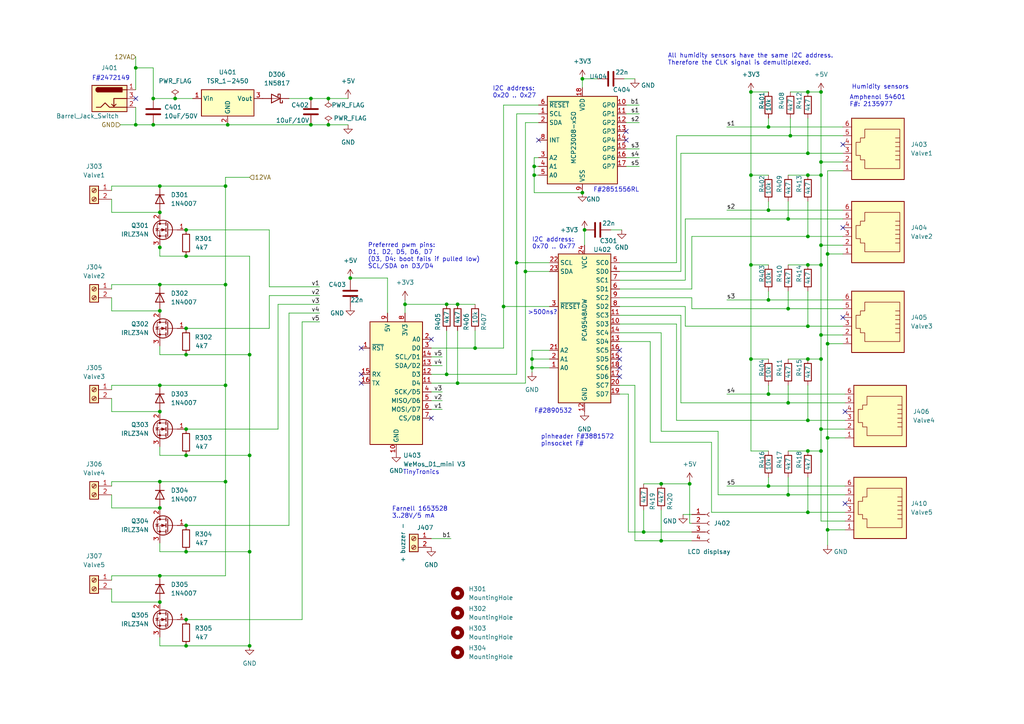
<source format=kicad_sch>
(kicad_sch (version 20211123) (generator eeschema)

  (uuid f667040c-f747-452d-815d-4d2528cf39cf)

  (paper "A4")

  (title_block
    (title "Filament storage")
    (date "2024-04-28")
    (rev "1")
    (company "Lili's Proto Lab")
  )

  (lib_symbols
    (symbol "Connector:6P6C" (pin_names (offset 1.016)) (in_bom yes) (on_board yes)
      (property "Reference" "J" (id 0) (at -5.08 11.43 0)
        (effects (font (size 1.27 1.27)) (justify right))
      )
      (property "Value" "6P6C" (id 1) (at 2.54 11.43 0)
        (effects (font (size 1.27 1.27)) (justify left))
      )
      (property "Footprint" "" (id 2) (at 0 0.635 90)
        (effects (font (size 1.27 1.27)) hide)
      )
      (property "Datasheet" "~" (id 3) (at 0 0.635 90)
        (effects (font (size 1.27 1.27)) hide)
      )
      (property "ki_keywords" "6P6C RJ female connector" (id 4) (at 0 0 0)
        (effects (font (size 1.27 1.27)) hide)
      )
      (property "ki_description" "RJ connector, 6P6C (6 positions 6 connected), RJ12/RJ18/RJ25" (id 5) (at 0 0 0)
        (effects (font (size 1.27 1.27)) hide)
      )
      (property "ki_fp_filters" "6P6C* RJ12* RJ18* RJ25*" (id 6) (at 0 0 0)
        (effects (font (size 1.27 1.27)) hide)
      )
      (symbol "6P6C_0_1"
        (polyline
          (pts
            (xy -6.35 -1.905)
            (xy -5.08 -1.905)
            (xy -5.08 -1.905)
          )
          (stroke (width 0) (type default) (color 0 0 0 0))
          (fill (type none))
        )
        (polyline
          (pts
            (xy -6.35 -0.635)
            (xy -5.08 -0.635)
            (xy -5.08 -0.635)
          )
          (stroke (width 0) (type default) (color 0 0 0 0))
          (fill (type none))
        )
        (polyline
          (pts
            (xy -6.35 0.635)
            (xy -5.08 0.635)
            (xy -5.08 0.635)
          )
          (stroke (width 0) (type default) (color 0 0 0 0))
          (fill (type none))
        )
        (polyline
          (pts
            (xy -6.35 1.905)
            (xy -5.08 1.905)
            (xy -5.08 1.905)
          )
          (stroke (width 0) (type default) (color 0 0 0 0))
          (fill (type none))
        )
        (polyline
          (pts
            (xy -6.35 3.175)
            (xy -5.08 3.175)
            (xy -5.08 3.175)
          )
          (stroke (width 0) (type default) (color 0 0 0 0))
          (fill (type none))
        )
        (polyline
          (pts
            (xy -5.08 4.445)
            (xy -6.35 4.445)
            (xy -6.35 4.445)
          )
          (stroke (width 0) (type default) (color 0 0 0 0))
          (fill (type none))
        )
        (polyline
          (pts
            (xy -6.35 -4.445)
            (xy -6.35 6.985)
            (xy 3.81 6.985)
            (xy 3.81 4.445)
            (xy 5.08 4.445)
            (xy 5.08 3.175)
            (xy 6.35 3.175)
            (xy 6.35 -0.635)
            (xy 5.08 -0.635)
            (xy 5.08 -1.905)
            (xy 3.81 -1.905)
            (xy 3.81 -4.445)
            (xy -6.35 -4.445)
            (xy -6.35 -4.445)
          )
          (stroke (width 0) (type default) (color 0 0 0 0))
          (fill (type none))
        )
        (rectangle (start 7.62 10.16) (end -7.62 -7.62)
          (stroke (width 0.254) (type default) (color 0 0 0 0))
          (fill (type background))
        )
      )
      (symbol "6P6C_1_1"
        (pin passive line (at 10.16 -5.08 180) (length 2.54)
          (name "~" (effects (font (size 1.27 1.27))))
          (number "1" (effects (font (size 1.27 1.27))))
        )
        (pin passive line (at 10.16 -2.54 180) (length 2.54)
          (name "~" (effects (font (size 1.27 1.27))))
          (number "2" (effects (font (size 1.27 1.27))))
        )
        (pin passive line (at 10.16 0 180) (length 2.54)
          (name "~" (effects (font (size 1.27 1.27))))
          (number "3" (effects (font (size 1.27 1.27))))
        )
        (pin passive line (at 10.16 2.54 180) (length 2.54)
          (name "~" (effects (font (size 1.27 1.27))))
          (number "4" (effects (font (size 1.27 1.27))))
        )
        (pin passive line (at 10.16 5.08 180) (length 2.54)
          (name "~" (effects (font (size 1.27 1.27))))
          (number "5" (effects (font (size 1.27 1.27))))
        )
        (pin passive line (at 10.16 7.62 180) (length 2.54)
          (name "~" (effects (font (size 1.27 1.27))))
          (number "6" (effects (font (size 1.27 1.27))))
        )
      )
    )
    (symbol "Connector:Barrel_Jack_Switch" (pin_names hide) (in_bom yes) (on_board yes)
      (property "Reference" "J" (id 0) (at 0 5.334 0)
        (effects (font (size 1.27 1.27)))
      )
      (property "Value" "Barrel_Jack_Switch" (id 1) (at 0 -5.08 0)
        (effects (font (size 1.27 1.27)))
      )
      (property "Footprint" "" (id 2) (at 1.27 -1.016 0)
        (effects (font (size 1.27 1.27)) hide)
      )
      (property "Datasheet" "~" (id 3) (at 1.27 -1.016 0)
        (effects (font (size 1.27 1.27)) hide)
      )
      (property "ki_keywords" "DC power barrel jack connector" (id 4) (at 0 0 0)
        (effects (font (size 1.27 1.27)) hide)
      )
      (property "ki_description" "DC Barrel Jack with an internal switch" (id 5) (at 0 0 0)
        (effects (font (size 1.27 1.27)) hide)
      )
      (property "ki_fp_filters" "BarrelJack*" (id 6) (at 0 0 0)
        (effects (font (size 1.27 1.27)) hide)
      )
      (symbol "Barrel_Jack_Switch_0_1"
        (rectangle (start -5.08 3.81) (end 5.08 -3.81)
          (stroke (width 0.254) (type default) (color 0 0 0 0))
          (fill (type background))
        )
        (arc (start -3.302 3.175) (mid -3.937 2.54) (end -3.302 1.905)
          (stroke (width 0.254) (type default) (color 0 0 0 0))
          (fill (type none))
        )
        (arc (start -3.302 3.175) (mid -3.937 2.54) (end -3.302 1.905)
          (stroke (width 0.254) (type default) (color 0 0 0 0))
          (fill (type outline))
        )
        (polyline
          (pts
            (xy 1.27 -2.286)
            (xy 1.905 -1.651)
          )
          (stroke (width 0.254) (type default) (color 0 0 0 0))
          (fill (type none))
        )
        (polyline
          (pts
            (xy 5.08 2.54)
            (xy 3.81 2.54)
          )
          (stroke (width 0.254) (type default) (color 0 0 0 0))
          (fill (type none))
        )
        (polyline
          (pts
            (xy 5.08 0)
            (xy 1.27 0)
            (xy 1.27 -2.286)
            (xy 0.635 -1.651)
          )
          (stroke (width 0.254) (type default) (color 0 0 0 0))
          (fill (type none))
        )
        (polyline
          (pts
            (xy -3.81 -2.54)
            (xy -2.54 -2.54)
            (xy -1.27 -1.27)
            (xy 0 -2.54)
            (xy 2.54 -2.54)
            (xy 5.08 -2.54)
          )
          (stroke (width 0.254) (type default) (color 0 0 0 0))
          (fill (type none))
        )
        (rectangle (start 3.683 3.175) (end -3.302 1.905)
          (stroke (width 0.254) (type default) (color 0 0 0 0))
          (fill (type outline))
        )
      )
      (symbol "Barrel_Jack_Switch_1_1"
        (pin passive line (at 7.62 2.54 180) (length 2.54)
          (name "~" (effects (font (size 1.27 1.27))))
          (number "1" (effects (font (size 1.27 1.27))))
        )
        (pin passive line (at 7.62 -2.54 180) (length 2.54)
          (name "~" (effects (font (size 1.27 1.27))))
          (number "2" (effects (font (size 1.27 1.27))))
        )
        (pin passive line (at 7.62 0 180) (length 2.54)
          (name "~" (effects (font (size 1.27 1.27))))
          (number "3" (effects (font (size 1.27 1.27))))
        )
      )
    )
    (symbol "Connector:Conn_01x04_Female" (pin_names (offset 1.016) hide) (in_bom yes) (on_board yes)
      (property "Reference" "J" (id 0) (at 0 5.08 0)
        (effects (font (size 1.27 1.27)))
      )
      (property "Value" "Conn_01x04_Female" (id 1) (at 0 -7.62 0)
        (effects (font (size 1.27 1.27)))
      )
      (property "Footprint" "" (id 2) (at 0 0 0)
        (effects (font (size 1.27 1.27)) hide)
      )
      (property "Datasheet" "~" (id 3) (at 0 0 0)
        (effects (font (size 1.27 1.27)) hide)
      )
      (property "ki_keywords" "connector" (id 4) (at 0 0 0)
        (effects (font (size 1.27 1.27)) hide)
      )
      (property "ki_description" "Generic connector, single row, 01x04, script generated (kicad-library-utils/schlib/autogen/connector/)" (id 5) (at 0 0 0)
        (effects (font (size 1.27 1.27)) hide)
      )
      (property "ki_fp_filters" "Connector*:*_1x??_*" (id 6) (at 0 0 0)
        (effects (font (size 1.27 1.27)) hide)
      )
      (symbol "Conn_01x04_Female_1_1"
        (arc (start 0 -4.572) (mid -0.508 -5.08) (end 0 -5.588)
          (stroke (width 0.1524) (type default) (color 0 0 0 0))
          (fill (type none))
        )
        (arc (start 0 -2.032) (mid -0.508 -2.54) (end 0 -3.048)
          (stroke (width 0.1524) (type default) (color 0 0 0 0))
          (fill (type none))
        )
        (polyline
          (pts
            (xy -1.27 -5.08)
            (xy -0.508 -5.08)
          )
          (stroke (width 0.1524) (type default) (color 0 0 0 0))
          (fill (type none))
        )
        (polyline
          (pts
            (xy -1.27 -2.54)
            (xy -0.508 -2.54)
          )
          (stroke (width 0.1524) (type default) (color 0 0 0 0))
          (fill (type none))
        )
        (polyline
          (pts
            (xy -1.27 0)
            (xy -0.508 0)
          )
          (stroke (width 0.1524) (type default) (color 0 0 0 0))
          (fill (type none))
        )
        (polyline
          (pts
            (xy -1.27 2.54)
            (xy -0.508 2.54)
          )
          (stroke (width 0.1524) (type default) (color 0 0 0 0))
          (fill (type none))
        )
        (arc (start 0 0.508) (mid -0.508 0) (end 0 -0.508)
          (stroke (width 0.1524) (type default) (color 0 0 0 0))
          (fill (type none))
        )
        (arc (start 0 3.048) (mid -0.508 2.54) (end 0 2.032)
          (stroke (width 0.1524) (type default) (color 0 0 0 0))
          (fill (type none))
        )
        (pin passive line (at -5.08 2.54 0) (length 3.81)
          (name "Pin_1" (effects (font (size 1.27 1.27))))
          (number "1" (effects (font (size 1.27 1.27))))
        )
        (pin passive line (at -5.08 0 0) (length 3.81)
          (name "Pin_2" (effects (font (size 1.27 1.27))))
          (number "2" (effects (font (size 1.27 1.27))))
        )
        (pin passive line (at -5.08 -2.54 0) (length 3.81)
          (name "Pin_3" (effects (font (size 1.27 1.27))))
          (number "3" (effects (font (size 1.27 1.27))))
        )
        (pin passive line (at -5.08 -5.08 0) (length 3.81)
          (name "Pin_4" (effects (font (size 1.27 1.27))))
          (number "4" (effects (font (size 1.27 1.27))))
        )
      )
    )
    (symbol "Connector:Screw_Terminal_01x02" (pin_names (offset 1.016) hide) (in_bom yes) (on_board yes)
      (property "Reference" "J" (id 0) (at 0 2.54 0)
        (effects (font (size 1.27 1.27)))
      )
      (property "Value" "Screw_Terminal_01x02" (id 1) (at 0 -5.08 0)
        (effects (font (size 1.27 1.27)))
      )
      (property "Footprint" "" (id 2) (at 0 0 0)
        (effects (font (size 1.27 1.27)) hide)
      )
      (property "Datasheet" "~" (id 3) (at 0 0 0)
        (effects (font (size 1.27 1.27)) hide)
      )
      (property "ki_keywords" "screw terminal" (id 4) (at 0 0 0)
        (effects (font (size 1.27 1.27)) hide)
      )
      (property "ki_description" "Generic screw terminal, single row, 01x02, script generated (kicad-library-utils/schlib/autogen/connector/)" (id 5) (at 0 0 0)
        (effects (font (size 1.27 1.27)) hide)
      )
      (property "ki_fp_filters" "TerminalBlock*:*" (id 6) (at 0 0 0)
        (effects (font (size 1.27 1.27)) hide)
      )
      (symbol "Screw_Terminal_01x02_1_1"
        (rectangle (start -1.27 1.27) (end 1.27 -3.81)
          (stroke (width 0.254) (type default) (color 0 0 0 0))
          (fill (type background))
        )
        (circle (center 0 -2.54) (radius 0.635)
          (stroke (width 0.1524) (type default) (color 0 0 0 0))
          (fill (type none))
        )
        (polyline
          (pts
            (xy -0.5334 -2.2098)
            (xy 0.3302 -3.048)
          )
          (stroke (width 0.1524) (type default) (color 0 0 0 0))
          (fill (type none))
        )
        (polyline
          (pts
            (xy -0.5334 0.3302)
            (xy 0.3302 -0.508)
          )
          (stroke (width 0.1524) (type default) (color 0 0 0 0))
          (fill (type none))
        )
        (polyline
          (pts
            (xy -0.3556 -2.032)
            (xy 0.508 -2.8702)
          )
          (stroke (width 0.1524) (type default) (color 0 0 0 0))
          (fill (type none))
        )
        (polyline
          (pts
            (xy -0.3556 0.508)
            (xy 0.508 -0.3302)
          )
          (stroke (width 0.1524) (type default) (color 0 0 0 0))
          (fill (type none))
        )
        (circle (center 0 0) (radius 0.635)
          (stroke (width 0.1524) (type default) (color 0 0 0 0))
          (fill (type none))
        )
        (pin passive line (at -5.08 0 0) (length 3.81)
          (name "Pin_1" (effects (font (size 1.27 1.27))))
          (number "1" (effects (font (size 1.27 1.27))))
        )
        (pin passive line (at -5.08 -2.54 0) (length 3.81)
          (name "Pin_2" (effects (font (size 1.27 1.27))))
          (number "2" (effects (font (size 1.27 1.27))))
        )
      )
    )
    (symbol "Device:C" (pin_numbers hide) (pin_names (offset 0.254)) (in_bom yes) (on_board yes)
      (property "Reference" "C" (id 0) (at 0.635 2.54 0)
        (effects (font (size 1.27 1.27)) (justify left))
      )
      (property "Value" "C" (id 1) (at 0.635 -2.54 0)
        (effects (font (size 1.27 1.27)) (justify left))
      )
      (property "Footprint" "" (id 2) (at 0.9652 -3.81 0)
        (effects (font (size 1.27 1.27)) hide)
      )
      (property "Datasheet" "~" (id 3) (at 0 0 0)
        (effects (font (size 1.27 1.27)) hide)
      )
      (property "ki_keywords" "cap capacitor" (id 4) (at 0 0 0)
        (effects (font (size 1.27 1.27)) hide)
      )
      (property "ki_description" "Unpolarized capacitor" (id 5) (at 0 0 0)
        (effects (font (size 1.27 1.27)) hide)
      )
      (property "ki_fp_filters" "C_*" (id 6) (at 0 0 0)
        (effects (font (size 1.27 1.27)) hide)
      )
      (symbol "C_0_1"
        (polyline
          (pts
            (xy -2.032 -0.762)
            (xy 2.032 -0.762)
          )
          (stroke (width 0.508) (type default) (color 0 0 0 0))
          (fill (type none))
        )
        (polyline
          (pts
            (xy -2.032 0.762)
            (xy 2.032 0.762)
          )
          (stroke (width 0.508) (type default) (color 0 0 0 0))
          (fill (type none))
        )
      )
      (symbol "C_1_1"
        (pin passive line (at 0 3.81 270) (length 2.794)
          (name "~" (effects (font (size 1.27 1.27))))
          (number "1" (effects (font (size 1.27 1.27))))
        )
        (pin passive line (at 0 -3.81 90) (length 2.794)
          (name "~" (effects (font (size 1.27 1.27))))
          (number "2" (effects (font (size 1.27 1.27))))
        )
      )
    )
    (symbol "Device:R" (pin_numbers hide) (pin_names (offset 0)) (in_bom yes) (on_board yes)
      (property "Reference" "R" (id 0) (at 2.032 0 90)
        (effects (font (size 1.27 1.27)))
      )
      (property "Value" "R" (id 1) (at 0 0 90)
        (effects (font (size 1.27 1.27)))
      )
      (property "Footprint" "" (id 2) (at -1.778 0 90)
        (effects (font (size 1.27 1.27)) hide)
      )
      (property "Datasheet" "~" (id 3) (at 0 0 0)
        (effects (font (size 1.27 1.27)) hide)
      )
      (property "ki_keywords" "R res resistor" (id 4) (at 0 0 0)
        (effects (font (size 1.27 1.27)) hide)
      )
      (property "ki_description" "Resistor" (id 5) (at 0 0 0)
        (effects (font (size 1.27 1.27)) hide)
      )
      (property "ki_fp_filters" "R_*" (id 6) (at 0 0 0)
        (effects (font (size 1.27 1.27)) hide)
      )
      (symbol "R_0_1"
        (rectangle (start -1.016 -2.54) (end 1.016 2.54)
          (stroke (width 0.254) (type default) (color 0 0 0 0))
          (fill (type none))
        )
      )
      (symbol "R_1_1"
        (pin passive line (at 0 3.81 270) (length 1.27)
          (name "~" (effects (font (size 1.27 1.27))))
          (number "1" (effects (font (size 1.27 1.27))))
        )
        (pin passive line (at 0 -3.81 90) (length 1.27)
          (name "~" (effects (font (size 1.27 1.27))))
          (number "2" (effects (font (size 1.27 1.27))))
        )
      )
    )
    (symbol "Diode:1N4007" (pin_numbers hide) (pin_names hide) (in_bom yes) (on_board yes)
      (property "Reference" "D" (id 0) (at 0 2.54 0)
        (effects (font (size 1.27 1.27)))
      )
      (property "Value" "1N4007" (id 1) (at 0 -2.54 0)
        (effects (font (size 1.27 1.27)))
      )
      (property "Footprint" "Diode_THT:D_DO-41_SOD81_P10.16mm_Horizontal" (id 2) (at 0 -4.445 0)
        (effects (font (size 1.27 1.27)) hide)
      )
      (property "Datasheet" "http://www.vishay.com/docs/88503/1n4001.pdf" (id 3) (at 0 0 0)
        (effects (font (size 1.27 1.27)) hide)
      )
      (property "ki_keywords" "diode" (id 4) (at 0 0 0)
        (effects (font (size 1.27 1.27)) hide)
      )
      (property "ki_description" "1000V 1A General Purpose Rectifier Diode, DO-41" (id 5) (at 0 0 0)
        (effects (font (size 1.27 1.27)) hide)
      )
      (property "ki_fp_filters" "D*DO?41*" (id 6) (at 0 0 0)
        (effects (font (size 1.27 1.27)) hide)
      )
      (symbol "1N4007_0_1"
        (polyline
          (pts
            (xy -1.27 1.27)
            (xy -1.27 -1.27)
          )
          (stroke (width 0.254) (type default) (color 0 0 0 0))
          (fill (type none))
        )
        (polyline
          (pts
            (xy 1.27 0)
            (xy -1.27 0)
          )
          (stroke (width 0) (type default) (color 0 0 0 0))
          (fill (type none))
        )
        (polyline
          (pts
            (xy 1.27 1.27)
            (xy 1.27 -1.27)
            (xy -1.27 0)
            (xy 1.27 1.27)
          )
          (stroke (width 0.254) (type default) (color 0 0 0 0))
          (fill (type none))
        )
      )
      (symbol "1N4007_1_1"
        (pin passive line (at -3.81 0 0) (length 2.54)
          (name "K" (effects (font (size 1.27 1.27))))
          (number "1" (effects (font (size 1.27 1.27))))
        )
        (pin passive line (at 3.81 0 180) (length 2.54)
          (name "A" (effects (font (size 1.27 1.27))))
          (number "2" (effects (font (size 1.27 1.27))))
        )
      )
    )
    (symbol "Diode:1N5819" (pin_numbers hide) (pin_names (offset 1.016) hide) (in_bom yes) (on_board yes)
      (property "Reference" "D" (id 0) (at 0 2.54 0)
        (effects (font (size 1.27 1.27)))
      )
      (property "Value" "1N5819" (id 1) (at 0 -2.54 0)
        (effects (font (size 1.27 1.27)))
      )
      (property "Footprint" "Diode_THT:D_DO-41_SOD81_P10.16mm_Horizontal" (id 2) (at 0 -4.445 0)
        (effects (font (size 1.27 1.27)) hide)
      )
      (property "Datasheet" "http://www.vishay.com/docs/88525/1n5817.pdf" (id 3) (at 0 0 0)
        (effects (font (size 1.27 1.27)) hide)
      )
      (property "ki_keywords" "diode Schottky" (id 4) (at 0 0 0)
        (effects (font (size 1.27 1.27)) hide)
      )
      (property "ki_description" "40V 1A Schottky Barrier Rectifier Diode, DO-41" (id 5) (at 0 0 0)
        (effects (font (size 1.27 1.27)) hide)
      )
      (property "ki_fp_filters" "D*DO?41*" (id 6) (at 0 0 0)
        (effects (font (size 1.27 1.27)) hide)
      )
      (symbol "1N5819_0_1"
        (polyline
          (pts
            (xy 1.27 0)
            (xy -1.27 0)
          )
          (stroke (width 0) (type default) (color 0 0 0 0))
          (fill (type none))
        )
        (polyline
          (pts
            (xy 1.27 1.27)
            (xy 1.27 -1.27)
            (xy -1.27 0)
            (xy 1.27 1.27)
          )
          (stroke (width 0.254) (type default) (color 0 0 0 0))
          (fill (type none))
        )
        (polyline
          (pts
            (xy -1.905 0.635)
            (xy -1.905 1.27)
            (xy -1.27 1.27)
            (xy -1.27 -1.27)
            (xy -0.635 -1.27)
            (xy -0.635 -0.635)
          )
          (stroke (width 0.254) (type default) (color 0 0 0 0))
          (fill (type none))
        )
      )
      (symbol "1N5819_1_1"
        (pin passive line (at -3.81 0 0) (length 2.54)
          (name "K" (effects (font (size 1.27 1.27))))
          (number "1" (effects (font (size 1.27 1.27))))
        )
        (pin passive line (at 3.81 0 180) (length 2.54)
          (name "A" (effects (font (size 1.27 1.27))))
          (number "2" (effects (font (size 1.27 1.27))))
        )
      )
    )
    (symbol "Interface_Expansion:MCP23008-xSO" (in_bom yes) (on_board yes)
      (property "Reference" "U" (id 0) (at -8.89 13.97 0)
        (effects (font (size 1.27 1.27)))
      )
      (property "Value" "MCP23008-xSO" (id 1) (at 8.89 13.97 0)
        (effects (font (size 1.27 1.27)))
      )
      (property "Footprint" "Package_SO:SOIC-18W_7.5x11.6mm_P1.27mm" (id 2) (at 0 -26.67 0)
        (effects (font (size 1.27 1.27)) hide)
      )
      (property "Datasheet" "http://ww1.microchip.com/downloads/en/DeviceDoc/MCP23008-MCP23S08-Data-Sheet-20001919F.pdf" (id 3) (at 33.02 -30.48 0)
        (effects (font (size 1.27 1.27)) hide)
      )
      (property "ki_keywords" "I2C parallel port expander" (id 4) (at 0 0 0)
        (effects (font (size 1.27 1.27)) hide)
      )
      (property "ki_description" "8-bit I/O expander, I2C, interrupts, SOIC-18" (id 5) (at 0 0 0)
        (effects (font (size 1.27 1.27)) hide)
      )
      (property "ki_fp_filters" "SOIC*7.5x11.6mm*P1.27mm*" (id 6) (at 0 0 0)
        (effects (font (size 1.27 1.27)) hide)
      )
      (symbol "MCP23008-xSO_0_1"
        (rectangle (start -10.16 12.7) (end 10.16 -12.7)
          (stroke (width 0.254) (type default) (color 0 0 0 0))
          (fill (type background))
        )
      )
      (symbol "MCP23008-xSO_1_1"
        (pin input line (at -12.7 7.62 0) (length 2.54)
          (name "SCL" (effects (font (size 1.27 1.27))))
          (number "1" (effects (font (size 1.27 1.27))))
        )
        (pin bidirectional line (at 12.7 10.16 180) (length 2.54)
          (name "GP0" (effects (font (size 1.27 1.27))))
          (number "10" (effects (font (size 1.27 1.27))))
        )
        (pin bidirectional line (at 12.7 7.62 180) (length 2.54)
          (name "GP1" (effects (font (size 1.27 1.27))))
          (number "11" (effects (font (size 1.27 1.27))))
        )
        (pin bidirectional line (at 12.7 5.08 180) (length 2.54)
          (name "GP2" (effects (font (size 1.27 1.27))))
          (number "12" (effects (font (size 1.27 1.27))))
        )
        (pin bidirectional line (at 12.7 2.54 180) (length 2.54)
          (name "GP3" (effects (font (size 1.27 1.27))))
          (number "13" (effects (font (size 1.27 1.27))))
        )
        (pin bidirectional line (at 12.7 0 180) (length 2.54)
          (name "GP4" (effects (font (size 1.27 1.27))))
          (number "14" (effects (font (size 1.27 1.27))))
        )
        (pin bidirectional line (at 12.7 -2.54 180) (length 2.54)
          (name "GP5" (effects (font (size 1.27 1.27))))
          (number "15" (effects (font (size 1.27 1.27))))
        )
        (pin bidirectional line (at 12.7 -5.08 180) (length 2.54)
          (name "GP6" (effects (font (size 1.27 1.27))))
          (number "16" (effects (font (size 1.27 1.27))))
        )
        (pin bidirectional line (at 12.7 -7.62 180) (length 2.54)
          (name "GP7" (effects (font (size 1.27 1.27))))
          (number "17" (effects (font (size 1.27 1.27))))
        )
        (pin power_in line (at 0 15.24 270) (length 2.54)
          (name "VDD" (effects (font (size 1.27 1.27))))
          (number "18" (effects (font (size 1.27 1.27))))
        )
        (pin bidirectional line (at -12.7 5.08 0) (length 2.54)
          (name "SDA" (effects (font (size 1.27 1.27))))
          (number "2" (effects (font (size 1.27 1.27))))
        )
        (pin input line (at -12.7 -5.08 0) (length 2.54)
          (name "A2" (effects (font (size 1.27 1.27))))
          (number "3" (effects (font (size 1.27 1.27))))
        )
        (pin input line (at -12.7 -7.62 0) (length 2.54)
          (name "A1" (effects (font (size 1.27 1.27))))
          (number "4" (effects (font (size 1.27 1.27))))
        )
        (pin input line (at -12.7 -10.16 0) (length 2.54)
          (name "A0" (effects (font (size 1.27 1.27))))
          (number "5" (effects (font (size 1.27 1.27))))
        )
        (pin input line (at -12.7 10.16 0) (length 2.54)
          (name "~{RESET}" (effects (font (size 1.27 1.27))))
          (number "6" (effects (font (size 1.27 1.27))))
        )
        (pin no_connect line (at -10.16 -2.54 0) (length 2.54) hide
          (name "NC" (effects (font (size 1.27 1.27))))
          (number "7" (effects (font (size 1.27 1.27))))
        )
        (pin output line (at -12.7 0 0) (length 2.54)
          (name "INT" (effects (font (size 1.27 1.27))))
          (number "8" (effects (font (size 1.27 1.27))))
        )
        (pin power_in line (at 0 -15.24 90) (length 2.54)
          (name "VSS" (effects (font (size 1.27 1.27))))
          (number "9" (effects (font (size 1.27 1.27))))
        )
      )
    )
    (symbol "Interface_Expansion:PCA9548ADW" (in_bom yes) (on_board yes)
      (property "Reference" "U" (id 0) (at -7.62 21.59 0)
        (effects (font (size 1.27 1.27)) (justify left))
      )
      (property "Value" "PCA9548ADW" (id 1) (at 1.016 21.59 0)
        (effects (font (size 1.27 1.27)) (justify left))
      )
      (property "Footprint" "Package_SO:SOIC-24W_7.5x15.4mm_P1.27mm" (id 2) (at 0 -25.4 0)
        (effects (font (size 1.27 1.27)) hide)
      )
      (property "Datasheet" "http://www.ti.com/lit/ds/symlink/pca9548a.pdf" (id 3) (at 1.27 6.35 0)
        (effects (font (size 1.27 1.27)) hide)
      )
      (property "ki_keywords" "Low voltage 8-channel I2C switch with reset" (id 4) (at 0 0 0)
        (effects (font (size 1.27 1.27)) hide)
      )
      (property "ki_description" "Low voltage 8-channel I2C switch with reset, SOIC-24" (id 5) (at 0 0 0)
        (effects (font (size 1.27 1.27)) hide)
      )
      (property "ki_fp_filters" "SOIC*7.5x15.4mm*P1.27mm*" (id 6) (at 0 0 0)
        (effects (font (size 1.27 1.27)) hide)
      )
      (symbol "PCA9548ADW_0_1"
        (rectangle (start -7.62 20.32) (end 7.62 -22.86)
          (stroke (width 0.254) (type default) (color 0 0 0 0))
          (fill (type background))
        )
      )
      (symbol "PCA9548ADW_1_1"
        (pin input line (at -10.16 -12.7 0) (length 2.54)
          (name "A0" (effects (font (size 1.27 1.27))))
          (number "1" (effects (font (size 1.27 1.27))))
        )
        (pin bidirectional line (at 10.16 0 180) (length 2.54)
          (name "SD3" (effects (font (size 1.27 1.27))))
          (number "10" (effects (font (size 1.27 1.27))))
        )
        (pin output line (at 10.16 2.54 180) (length 2.54)
          (name "SC3" (effects (font (size 1.27 1.27))))
          (number "11" (effects (font (size 1.27 1.27))))
        )
        (pin power_in line (at 0 -25.4 90) (length 2.54)
          (name "GND" (effects (font (size 1.27 1.27))))
          (number "12" (effects (font (size 1.27 1.27))))
        )
        (pin bidirectional line (at 10.16 -5.08 180) (length 2.54)
          (name "SD4" (effects (font (size 1.27 1.27))))
          (number "13" (effects (font (size 1.27 1.27))))
        )
        (pin output line (at 10.16 -2.54 180) (length 2.54)
          (name "SC4" (effects (font (size 1.27 1.27))))
          (number "14" (effects (font (size 1.27 1.27))))
        )
        (pin bidirectional line (at 10.16 -10.16 180) (length 2.54)
          (name "SD5" (effects (font (size 1.27 1.27))))
          (number "15" (effects (font (size 1.27 1.27))))
        )
        (pin output line (at 10.16 -7.62 180) (length 2.54)
          (name "SC5" (effects (font (size 1.27 1.27))))
          (number "16" (effects (font (size 1.27 1.27))))
        )
        (pin bidirectional line (at 10.16 -15.24 180) (length 2.54)
          (name "SD6" (effects (font (size 1.27 1.27))))
          (number "17" (effects (font (size 1.27 1.27))))
        )
        (pin output line (at 10.16 -12.7 180) (length 2.54)
          (name "SC6" (effects (font (size 1.27 1.27))))
          (number "18" (effects (font (size 1.27 1.27))))
        )
        (pin bidirectional line (at 10.16 -20.32 180) (length 2.54)
          (name "SD7" (effects (font (size 1.27 1.27))))
          (number "19" (effects (font (size 1.27 1.27))))
        )
        (pin input line (at -10.16 -10.16 0) (length 2.54)
          (name "A1" (effects (font (size 1.27 1.27))))
          (number "2" (effects (font (size 1.27 1.27))))
        )
        (pin output line (at 10.16 -17.78 180) (length 2.54)
          (name "SC7" (effects (font (size 1.27 1.27))))
          (number "20" (effects (font (size 1.27 1.27))))
        )
        (pin input line (at -10.16 -7.62 0) (length 2.54)
          (name "A2" (effects (font (size 1.27 1.27))))
          (number "21" (effects (font (size 1.27 1.27))))
        )
        (pin input line (at -10.16 17.78 0) (length 2.54)
          (name "SCL" (effects (font (size 1.27 1.27))))
          (number "22" (effects (font (size 1.27 1.27))))
        )
        (pin bidirectional line (at -10.16 15.24 0) (length 2.54)
          (name "SDA" (effects (font (size 1.27 1.27))))
          (number "23" (effects (font (size 1.27 1.27))))
        )
        (pin power_in line (at 0 22.86 270) (length 2.54)
          (name "VCC" (effects (font (size 1.27 1.27))))
          (number "24" (effects (font (size 1.27 1.27))))
        )
        (pin input line (at -10.16 5.08 0) (length 2.54)
          (name "~{RESET}" (effects (font (size 1.27 1.27))))
          (number "3" (effects (font (size 1.27 1.27))))
        )
        (pin bidirectional line (at 10.16 15.24 180) (length 2.54)
          (name "SD0" (effects (font (size 1.27 1.27))))
          (number "4" (effects (font (size 1.27 1.27))))
        )
        (pin output line (at 10.16 17.78 180) (length 2.54)
          (name "SC0" (effects (font (size 1.27 1.27))))
          (number "5" (effects (font (size 1.27 1.27))))
        )
        (pin bidirectional line (at 10.16 10.16 180) (length 2.54)
          (name "SD1" (effects (font (size 1.27 1.27))))
          (number "6" (effects (font (size 1.27 1.27))))
        )
        (pin output line (at 10.16 12.7 180) (length 2.54)
          (name "SC1" (effects (font (size 1.27 1.27))))
          (number "7" (effects (font (size 1.27 1.27))))
        )
        (pin bidirectional line (at 10.16 5.08 180) (length 2.54)
          (name "SD2" (effects (font (size 1.27 1.27))))
          (number "8" (effects (font (size 1.27 1.27))))
        )
        (pin output line (at 10.16 7.62 180) (length 2.54)
          (name "SC2" (effects (font (size 1.27 1.27))))
          (number "9" (effects (font (size 1.27 1.27))))
        )
      )
    )
    (symbol "MCU_Module:WeMos_D1_mini" (in_bom yes) (on_board yes)
      (property "Reference" "U" (id 0) (at 3.81 19.05 0)
        (effects (font (size 1.27 1.27)) (justify left))
      )
      (property "Value" "WeMos_D1_mini" (id 1) (at 1.27 -19.05 0)
        (effects (font (size 1.27 1.27)) (justify left))
      )
      (property "Footprint" "Module:WEMOS_D1_mini_light" (id 2) (at 0 -29.21 0)
        (effects (font (size 1.27 1.27)) hide)
      )
      (property "Datasheet" "https://wiki.wemos.cc/products:d1:d1_mini#documentation" (id 3) (at -46.99 -29.21 0)
        (effects (font (size 1.27 1.27)) hide)
      )
      (property "ki_keywords" "ESP8266 WiFi microcontroller ESP8266EX" (id 4) (at 0 0 0)
        (effects (font (size 1.27 1.27)) hide)
      )
      (property "ki_description" "32-bit microcontroller module with WiFi" (id 5) (at 0 0 0)
        (effects (font (size 1.27 1.27)) hide)
      )
      (property "ki_fp_filters" "WEMOS*D1*mini*" (id 6) (at 0 0 0)
        (effects (font (size 1.27 1.27)) hide)
      )
      (symbol "WeMos_D1_mini_1_1"
        (rectangle (start -7.62 17.78) (end 7.62 -17.78)
          (stroke (width 0.254) (type default) (color 0 0 0 0))
          (fill (type background))
        )
        (pin input line (at -10.16 10.16 0) (length 2.54)
          (name "~{RST}" (effects (font (size 1.27 1.27))))
          (number "1" (effects (font (size 1.27 1.27))))
        )
        (pin power_in line (at 0 -20.32 90) (length 2.54)
          (name "GND" (effects (font (size 1.27 1.27))))
          (number "10" (effects (font (size 1.27 1.27))))
        )
        (pin bidirectional line (at 10.16 0 180) (length 2.54)
          (name "D4" (effects (font (size 1.27 1.27))))
          (number "11" (effects (font (size 1.27 1.27))))
        )
        (pin bidirectional line (at 10.16 2.54 180) (length 2.54)
          (name "D3" (effects (font (size 1.27 1.27))))
          (number "12" (effects (font (size 1.27 1.27))))
        )
        (pin bidirectional line (at 10.16 5.08 180) (length 2.54)
          (name "SDA/D2" (effects (font (size 1.27 1.27))))
          (number "13" (effects (font (size 1.27 1.27))))
        )
        (pin bidirectional line (at 10.16 7.62 180) (length 2.54)
          (name "SCL/D1" (effects (font (size 1.27 1.27))))
          (number "14" (effects (font (size 1.27 1.27))))
        )
        (pin input line (at -10.16 2.54 0) (length 2.54)
          (name "RX" (effects (font (size 1.27 1.27))))
          (number "15" (effects (font (size 1.27 1.27))))
        )
        (pin output line (at -10.16 0 0) (length 2.54)
          (name "TX" (effects (font (size 1.27 1.27))))
          (number "16" (effects (font (size 1.27 1.27))))
        )
        (pin input line (at 10.16 12.7 180) (length 2.54)
          (name "A0" (effects (font (size 1.27 1.27))))
          (number "2" (effects (font (size 1.27 1.27))))
        )
        (pin bidirectional line (at 10.16 10.16 180) (length 2.54)
          (name "D0" (effects (font (size 1.27 1.27))))
          (number "3" (effects (font (size 1.27 1.27))))
        )
        (pin bidirectional line (at 10.16 -2.54 180) (length 2.54)
          (name "SCK/D5" (effects (font (size 1.27 1.27))))
          (number "4" (effects (font (size 1.27 1.27))))
        )
        (pin bidirectional line (at 10.16 -5.08 180) (length 2.54)
          (name "MISO/D6" (effects (font (size 1.27 1.27))))
          (number "5" (effects (font (size 1.27 1.27))))
        )
        (pin bidirectional line (at 10.16 -7.62 180) (length 2.54)
          (name "MOSI/D7" (effects (font (size 1.27 1.27))))
          (number "6" (effects (font (size 1.27 1.27))))
        )
        (pin bidirectional line (at 10.16 -10.16 180) (length 2.54)
          (name "CS/D8" (effects (font (size 1.27 1.27))))
          (number "7" (effects (font (size 1.27 1.27))))
        )
        (pin power_out line (at 2.54 20.32 270) (length 2.54)
          (name "3V3" (effects (font (size 1.27 1.27))))
          (number "8" (effects (font (size 1.27 1.27))))
        )
        (pin power_in line (at -2.54 20.32 270) (length 2.54)
          (name "5V" (effects (font (size 1.27 1.27))))
          (number "9" (effects (font (size 1.27 1.27))))
        )
      )
    )
    (symbol "Mechanical:MountingHole" (pin_names (offset 1.016)) (in_bom yes) (on_board yes)
      (property "Reference" "H" (id 0) (at 0 5.08 0)
        (effects (font (size 1.27 1.27)))
      )
      (property "Value" "MountingHole" (id 1) (at 0 3.175 0)
        (effects (font (size 1.27 1.27)))
      )
      (property "Footprint" "" (id 2) (at 0 0 0)
        (effects (font (size 1.27 1.27)) hide)
      )
      (property "Datasheet" "~" (id 3) (at 0 0 0)
        (effects (font (size 1.27 1.27)) hide)
      )
      (property "ki_keywords" "mounting hole" (id 4) (at 0 0 0)
        (effects (font (size 1.27 1.27)) hide)
      )
      (property "ki_description" "Mounting Hole without connection" (id 5) (at 0 0 0)
        (effects (font (size 1.27 1.27)) hide)
      )
      (property "ki_fp_filters" "MountingHole*" (id 6) (at 0 0 0)
        (effects (font (size 1.27 1.27)) hide)
      )
      (symbol "MountingHole_0_1"
        (circle (center 0 0) (radius 1.27)
          (stroke (width 1.27) (type default) (color 0 0 0 0))
          (fill (type none))
        )
      )
    )
    (symbol "Regulator_Switching:TSR_1-2450" (in_bom yes) (on_board yes)
      (property "Reference" "U" (id 0) (at -7.62 6.35 0)
        (effects (font (size 1.27 1.27)) (justify left))
      )
      (property "Value" "TSR_1-2450" (id 1) (at -1.27 6.35 0)
        (effects (font (size 1.27 1.27)) (justify left))
      )
      (property "Footprint" "Converter_DCDC:Converter_DCDC_TRACO_TSR-1_THT" (id 2) (at 0 -3.81 0)
        (effects (font (size 1.27 1.27) italic) (justify left) hide)
      )
      (property "Datasheet" "http://www.tracopower.com/products/tsr1.pdf" (id 3) (at 0 0 0)
        (effects (font (size 1.27 1.27)) hide)
      )
      (property "ki_keywords" "dc-dc traco buck" (id 4) (at 0 0 0)
        (effects (font (size 1.27 1.27)) hide)
      )
      (property "ki_description" "1A step-down regulator module, fixed 5V output voltage, 5-36V input voltage, -40°C to +85°C temperature range, TO-220 compatible LM78xx replacement" (id 5) (at 0 0 0)
        (effects (font (size 1.27 1.27)) hide)
      )
      (property "ki_fp_filters" "Converter*DCDC*TRACO*TSR?1*" (id 6) (at 0 0 0)
        (effects (font (size 1.27 1.27)) hide)
      )
      (symbol "TSR_1-2450_0_1"
        (rectangle (start -7.62 5.08) (end 7.62 -2.54)
          (stroke (width 0.254) (type default) (color 0 0 0 0))
          (fill (type background))
        )
      )
      (symbol "TSR_1-2450_1_1"
        (pin power_in line (at -10.16 2.54 0) (length 2.54)
          (name "Vin" (effects (font (size 1.27 1.27))))
          (number "1" (effects (font (size 1.27 1.27))))
        )
        (pin power_in line (at 0 -5.08 90) (length 2.54)
          (name "GND" (effects (font (size 1.27 1.27))))
          (number "2" (effects (font (size 1.27 1.27))))
        )
        (pin power_out line (at 10.16 2.54 180) (length 2.54)
          (name "Vout" (effects (font (size 1.27 1.27))))
          (number "3" (effects (font (size 1.27 1.27))))
        )
      )
    )
    (symbol "Transistor_FET:IRLZ34N" (pin_names hide) (in_bom yes) (on_board yes)
      (property "Reference" "Q" (id 0) (at 6.35 1.905 0)
        (effects (font (size 1.27 1.27)) (justify left))
      )
      (property "Value" "IRLZ34N" (id 1) (at 6.35 0 0)
        (effects (font (size 1.27 1.27)) (justify left))
      )
      (property "Footprint" "Package_TO_SOT_THT:TO-220-3_Vertical" (id 2) (at 6.35 -1.905 0)
        (effects (font (size 1.27 1.27) italic) (justify left) hide)
      )
      (property "Datasheet" "http://www.infineon.com/dgdl/irlz34npbf.pdf?fileId=5546d462533600a40153567206892720" (id 3) (at 0 0 0)
        (effects (font (size 1.27 1.27)) (justify left) hide)
      )
      (property "ki_keywords" "N-Channel HEXFET MOSFET Logic-Level" (id 4) (at 0 0 0)
        (effects (font (size 1.27 1.27)) hide)
      )
      (property "ki_description" "30A Id, 55V Vds, 35mOhm Rds, N-Channel HEXFET Power MOSFET, TO-220AB" (id 5) (at 0 0 0)
        (effects (font (size 1.27 1.27)) hide)
      )
      (property "ki_fp_filters" "TO?220*" (id 6) (at 0 0 0)
        (effects (font (size 1.27 1.27)) hide)
      )
      (symbol "IRLZ34N_0_1"
        (polyline
          (pts
            (xy 0.254 0)
            (xy -2.54 0)
          )
          (stroke (width 0) (type default) (color 0 0 0 0))
          (fill (type none))
        )
        (polyline
          (pts
            (xy 0.254 1.905)
            (xy 0.254 -1.905)
          )
          (stroke (width 0.254) (type default) (color 0 0 0 0))
          (fill (type none))
        )
        (polyline
          (pts
            (xy 0.762 -1.27)
            (xy 0.762 -2.286)
          )
          (stroke (width 0.254) (type default) (color 0 0 0 0))
          (fill (type none))
        )
        (polyline
          (pts
            (xy 0.762 0.508)
            (xy 0.762 -0.508)
          )
          (stroke (width 0.254) (type default) (color 0 0 0 0))
          (fill (type none))
        )
        (polyline
          (pts
            (xy 0.762 2.286)
            (xy 0.762 1.27)
          )
          (stroke (width 0.254) (type default) (color 0 0 0 0))
          (fill (type none))
        )
        (polyline
          (pts
            (xy 2.54 2.54)
            (xy 2.54 1.778)
          )
          (stroke (width 0) (type default) (color 0 0 0 0))
          (fill (type none))
        )
        (polyline
          (pts
            (xy 2.54 -2.54)
            (xy 2.54 0)
            (xy 0.762 0)
          )
          (stroke (width 0) (type default) (color 0 0 0 0))
          (fill (type none))
        )
        (polyline
          (pts
            (xy 0.762 -1.778)
            (xy 3.302 -1.778)
            (xy 3.302 1.778)
            (xy 0.762 1.778)
          )
          (stroke (width 0) (type default) (color 0 0 0 0))
          (fill (type none))
        )
        (polyline
          (pts
            (xy 1.016 0)
            (xy 2.032 0.381)
            (xy 2.032 -0.381)
            (xy 1.016 0)
          )
          (stroke (width 0) (type default) (color 0 0 0 0))
          (fill (type outline))
        )
        (polyline
          (pts
            (xy 2.794 0.508)
            (xy 2.921 0.381)
            (xy 3.683 0.381)
            (xy 3.81 0.254)
          )
          (stroke (width 0) (type default) (color 0 0 0 0))
          (fill (type none))
        )
        (polyline
          (pts
            (xy 3.302 0.381)
            (xy 2.921 -0.254)
            (xy 3.683 -0.254)
            (xy 3.302 0.381)
          )
          (stroke (width 0) (type default) (color 0 0 0 0))
          (fill (type none))
        )
        (circle (center 1.651 0) (radius 2.794)
          (stroke (width 0.254) (type default) (color 0 0 0 0))
          (fill (type none))
        )
        (circle (center 2.54 -1.778) (radius 0.254)
          (stroke (width 0) (type default) (color 0 0 0 0))
          (fill (type outline))
        )
        (circle (center 2.54 1.778) (radius 0.254)
          (stroke (width 0) (type default) (color 0 0 0 0))
          (fill (type outline))
        )
      )
      (symbol "IRLZ34N_1_1"
        (pin input line (at -5.08 0 0) (length 2.54)
          (name "G" (effects (font (size 1.27 1.27))))
          (number "1" (effects (font (size 1.27 1.27))))
        )
        (pin passive line (at 2.54 5.08 270) (length 2.54)
          (name "D" (effects (font (size 1.27 1.27))))
          (number "2" (effects (font (size 1.27 1.27))))
        )
        (pin passive line (at 2.54 -5.08 90) (length 2.54)
          (name "S" (effects (font (size 1.27 1.27))))
          (number "3" (effects (font (size 1.27 1.27))))
        )
      )
    )
    (symbol "power:+3V3" (power) (pin_names (offset 0)) (in_bom yes) (on_board yes)
      (property "Reference" "#PWR" (id 0) (at 0 -3.81 0)
        (effects (font (size 1.27 1.27)) hide)
      )
      (property "Value" "+3V3" (id 1) (at 0 3.556 0)
        (effects (font (size 1.27 1.27)))
      )
      (property "Footprint" "" (id 2) (at 0 0 0)
        (effects (font (size 1.27 1.27)) hide)
      )
      (property "Datasheet" "" (id 3) (at 0 0 0)
        (effects (font (size 1.27 1.27)) hide)
      )
      (property "ki_keywords" "power-flag" (id 4) (at 0 0 0)
        (effects (font (size 1.27 1.27)) hide)
      )
      (property "ki_description" "Power symbol creates a global label with name \"+3V3\"" (id 5) (at 0 0 0)
        (effects (font (size 1.27 1.27)) hide)
      )
      (symbol "+3V3_0_1"
        (polyline
          (pts
            (xy -0.762 1.27)
            (xy 0 2.54)
          )
          (stroke (width 0) (type default) (color 0 0 0 0))
          (fill (type none))
        )
        (polyline
          (pts
            (xy 0 0)
            (xy 0 2.54)
          )
          (stroke (width 0) (type default) (color 0 0 0 0))
          (fill (type none))
        )
        (polyline
          (pts
            (xy 0 2.54)
            (xy 0.762 1.27)
          )
          (stroke (width 0) (type default) (color 0 0 0 0))
          (fill (type none))
        )
      )
      (symbol "+3V3_1_1"
        (pin power_in line (at 0 0 90) (length 0) hide
          (name "+3V3" (effects (font (size 1.27 1.27))))
          (number "1" (effects (font (size 1.27 1.27))))
        )
      )
    )
    (symbol "power:+5V" (power) (pin_names (offset 0)) (in_bom yes) (on_board yes)
      (property "Reference" "#PWR" (id 0) (at 0 -3.81 0)
        (effects (font (size 1.27 1.27)) hide)
      )
      (property "Value" "+5V" (id 1) (at 0 3.556 0)
        (effects (font (size 1.27 1.27)))
      )
      (property "Footprint" "" (id 2) (at 0 0 0)
        (effects (font (size 1.27 1.27)) hide)
      )
      (property "Datasheet" "" (id 3) (at 0 0 0)
        (effects (font (size 1.27 1.27)) hide)
      )
      (property "ki_keywords" "power-flag" (id 4) (at 0 0 0)
        (effects (font (size 1.27 1.27)) hide)
      )
      (property "ki_description" "Power symbol creates a global label with name \"+5V\"" (id 5) (at 0 0 0)
        (effects (font (size 1.27 1.27)) hide)
      )
      (symbol "+5V_0_1"
        (polyline
          (pts
            (xy -0.762 1.27)
            (xy 0 2.54)
          )
          (stroke (width 0) (type default) (color 0 0 0 0))
          (fill (type none))
        )
        (polyline
          (pts
            (xy 0 0)
            (xy 0 2.54)
          )
          (stroke (width 0) (type default) (color 0 0 0 0))
          (fill (type none))
        )
        (polyline
          (pts
            (xy 0 2.54)
            (xy 0.762 1.27)
          )
          (stroke (width 0) (type default) (color 0 0 0 0))
          (fill (type none))
        )
      )
      (symbol "+5V_1_1"
        (pin power_in line (at 0 0 90) (length 0) hide
          (name "+5V" (effects (font (size 1.27 1.27))))
          (number "1" (effects (font (size 1.27 1.27))))
        )
      )
    )
    (symbol "power:GND" (power) (pin_names (offset 0)) (in_bom yes) (on_board yes)
      (property "Reference" "#PWR" (id 0) (at 0 -6.35 0)
        (effects (font (size 1.27 1.27)) hide)
      )
      (property "Value" "GND" (id 1) (at 0 -3.81 0)
        (effects (font (size 1.27 1.27)))
      )
      (property "Footprint" "" (id 2) (at 0 0 0)
        (effects (font (size 1.27 1.27)) hide)
      )
      (property "Datasheet" "" (id 3) (at 0 0 0)
        (effects (font (size 1.27 1.27)) hide)
      )
      (property "ki_keywords" "power-flag" (id 4) (at 0 0 0)
        (effects (font (size 1.27 1.27)) hide)
      )
      (property "ki_description" "Power symbol creates a global label with name \"GND\" , ground" (id 5) (at 0 0 0)
        (effects (font (size 1.27 1.27)) hide)
      )
      (symbol "GND_0_1"
        (polyline
          (pts
            (xy 0 0)
            (xy 0 -1.27)
            (xy 1.27 -1.27)
            (xy 0 -2.54)
            (xy -1.27 -1.27)
            (xy 0 -1.27)
          )
          (stroke (width 0) (type default) (color 0 0 0 0))
          (fill (type none))
        )
      )
      (symbol "GND_1_1"
        (pin power_in line (at 0 0 270) (length 0) hide
          (name "GND" (effects (font (size 1.27 1.27))))
          (number "1" (effects (font (size 1.27 1.27))))
        )
      )
    )
    (symbol "power:PWR_FLAG" (power) (pin_numbers hide) (pin_names (offset 0) hide) (in_bom yes) (on_board yes)
      (property "Reference" "#FLG" (id 0) (at 0 1.905 0)
        (effects (font (size 1.27 1.27)) hide)
      )
      (property "Value" "PWR_FLAG" (id 1) (at 0 3.81 0)
        (effects (font (size 1.27 1.27)))
      )
      (property "Footprint" "" (id 2) (at 0 0 0)
        (effects (font (size 1.27 1.27)) hide)
      )
      (property "Datasheet" "~" (id 3) (at 0 0 0)
        (effects (font (size 1.27 1.27)) hide)
      )
      (property "ki_keywords" "power-flag" (id 4) (at 0 0 0)
        (effects (font (size 1.27 1.27)) hide)
      )
      (property "ki_description" "Special symbol for telling ERC where power comes from" (id 5) (at 0 0 0)
        (effects (font (size 1.27 1.27)) hide)
      )
      (symbol "PWR_FLAG_0_0"
        (pin power_out line (at 0 0 90) (length 0)
          (name "pwr" (effects (font (size 1.27 1.27))))
          (number "1" (effects (font (size 1.27 1.27))))
        )
      )
      (symbol "PWR_FLAG_0_1"
        (polyline
          (pts
            (xy 0 0)
            (xy 0 1.27)
            (xy -1.016 1.905)
            (xy 0 2.54)
            (xy 1.016 1.905)
            (xy 0 1.27)
          )
          (stroke (width 0) (type default) (color 0 0 0 0))
          (fill (type none))
        )
      )
    )
  )

  (junction (at 46.355 61.595) (diameter 0) (color 0 0 0 0)
    (uuid 0092d95a-c06c-42de-995e-de9d3a7beca6)
  )
  (junction (at 90.17 36.195) (diameter 0) (color 0 0 0 0)
    (uuid 021c5e9e-9f24-4a9a-a93d-395f115e87af)
  )
  (junction (at 229.235 39.37) (diameter 0) (color 0 0 0 0)
    (uuid 022c402e-9f81-4079-bda3-c4812194cfc8)
  )
  (junction (at 46.355 174.625) (diameter 0) (color 0 0 0 0)
    (uuid 02da184e-c5fc-4e93-99cd-1f09ab12fb6f)
  )
  (junction (at 129.54 108.585) (diameter 0) (color 0 0 0 0)
    (uuid 05867c32-9159-418d-b385-b81c966379ba)
  )
  (junction (at 234.315 44.45) (diameter 0) (color 0 0 0 0)
    (uuid 06987fb8-5f61-4a8b-873b-1668f83e0908)
  )
  (junction (at 238.125 26.67) (diameter 0) (color 0 0 0 0)
    (uuid 074186f0-6ced-46cc-b695-de8711d654d0)
  )
  (junction (at 217.805 50.8) (diameter 0) (color 0 0 0 0)
    (uuid 0a56d2e4-2c64-4fea-80cb-b6724d01c947)
  )
  (junction (at 53.975 66.675) (diameter 0) (color 0 0 0 0)
    (uuid 0cd649df-e54b-47dc-9266-8381ce57d516)
  )
  (junction (at 217.805 104.14) (diameter 0) (color 0 0 0 0)
    (uuid 105bb418-d0b2-4091-8327-d7e97670c6e9)
  )
  (junction (at 132.715 111.125) (diameter 0) (color 0 0 0 0)
    (uuid 13df8c94-8909-4619-8180-30687c4fdc0b)
  )
  (junction (at 53.975 124.46) (diameter 0) (color 0 0 0 0)
    (uuid 1468b829-5898-467d-b886-bd9fe558b8f1)
  )
  (junction (at 228.6 143.51) (diameter 0) (color 0 0 0 0)
    (uuid 1a39f11d-b256-4d2e-a343-3dae6c539d4a)
  )
  (junction (at 53.975 95.25) (diameter 0) (color 0 0 0 0)
    (uuid 1c477892-4c6c-4873-8625-05bd6577001b)
  )
  (junction (at 95.25 36.195) (diameter 0) (color 0 0 0 0)
    (uuid 1c4babf4-d721-4516-bb9e-c81707919ce4)
  )
  (junction (at 154.305 104.14) (diameter 0) (color 0 0 0 0)
    (uuid 1de6b180-3c46-4480-9370-693f2007e457)
  )
  (junction (at 46.355 71.755) (diameter 0) (color 0 0 0 0)
    (uuid 1f51cb5a-b716-4160-b50e-d21e25f8dac6)
  )
  (junction (at 53.975 74.295) (diameter 0) (color 0 0 0 0)
    (uuid 1fab6599-bdb7-45ba-b8bf-e060605d9b55)
  )
  (junction (at 240.03 73.66) (diameter 0) (color 0 0 0 0)
    (uuid 20655605-4490-493b-b5f7-7696162ef920)
  )
  (junction (at 228.6 63.5) (diameter 0) (color 0 0 0 0)
    (uuid 2822acb2-0d7b-47e1-99f5-36e3515713f6)
  )
  (junction (at 72.39 160.02) (diameter 0) (color 0 0 0 0)
    (uuid 2a5f32d1-73b6-456e-aa65-90f2ba2315de)
  )
  (junction (at 46.355 147.32) (diameter 0) (color 0 0 0 0)
    (uuid 2d3f6d92-6f25-4aa1-adbc-54d47741e1e9)
  )
  (junction (at 238.125 104.14) (diameter 0) (color 0 0 0 0)
    (uuid 2d8d38d0-308b-4784-a632-d8facd75162d)
  )
  (junction (at 152.4 78.74) (diameter 0) (color 0 0 0 0)
    (uuid 33a0c8e8-1527-41dc-9c46-c433235a9d7b)
  )
  (junction (at 46.355 119.38) (diameter 0) (color 0 0 0 0)
    (uuid 349e3e4b-c43c-4d35-b1f1-cb0b93e5ac5d)
  )
  (junction (at 234.315 94.615) (diameter 0) (color 0 0 0 0)
    (uuid 36877419-c443-4139-ac24-3cce3838aa7c)
  )
  (junction (at 154.94 48.26) (diameter 0) (color 0 0 0 0)
    (uuid 36ae59e2-391f-4969-90fb-6fdcd91140b8)
  )
  (junction (at 46.355 139.7) (diameter 0) (color 0 0 0 0)
    (uuid 38a71f09-d804-4bd3-9f0a-55de42732378)
  )
  (junction (at 222.885 140.97) (diameter 0) (color 0 0 0 0)
    (uuid 3a44a388-42c2-4512-8da2-481a0d46b3ed)
  )
  (junction (at 72.39 132.08) (diameter 0) (color 0 0 0 0)
    (uuid 3ff00de7-6dd8-4a77-8a6b-c5393e717c78)
  )
  (junction (at 217.805 26.67) (diameter 0) (color 0 0 0 0)
    (uuid 445dcba8-e721-411d-a4c8-6caef3e15e86)
  )
  (junction (at 95.25 28.575) (diameter 0) (color 0 0 0 0)
    (uuid 47fb1588-1e37-4bbe-99b9-1a600ec6e4b3)
  )
  (junction (at 129.54 88.265) (diameter 0) (color 0 0 0 0)
    (uuid 48c57c31-59c3-4385-a4fb-4c032ad29fb4)
  )
  (junction (at 240.03 153.67) (diameter 0) (color 0 0 0 0)
    (uuid 4c07d1c2-4cdb-4858-9c93-45f19aa581fe)
  )
  (junction (at 146.05 88.9) (diameter 0) (color 0 0 0 0)
    (uuid 50766174-c837-450f-9b23-a3ce4bd00f8a)
  )
  (junction (at 234.315 104.14) (diameter 0) (color 0 0 0 0)
    (uuid 513b4c2a-dbc7-46a7-8d3c-54288a3d6842)
  )
  (junction (at 217.805 76.835) (diameter 0) (color 0 0 0 0)
    (uuid 52fc6386-77ba-46be-9623-5f4186e31926)
  )
  (junction (at 154.94 50.8) (diameter 0) (color 0 0 0 0)
    (uuid 57664a5e-6aee-4884-b7d3-85b080fdef38)
  )
  (junction (at 72.39 102.87) (diameter 0) (color 0 0 0 0)
    (uuid 636011b1-59fc-4adb-bbc4-b1b44e18c00f)
  )
  (junction (at 44.45 36.195) (diameter 0) (color 0 0 0 0)
    (uuid 683bc01e-4b25-496f-9ff4-2389074f8c94)
  )
  (junction (at 46.355 167.005) (diameter 0) (color 0 0 0 0)
    (uuid 6f7fd042-974a-4870-8891-0ab6743b9fc0)
  )
  (junction (at 222.885 86.995) (diameter 0) (color 0 0 0 0)
    (uuid 717bf0bc-5857-4745-b369-c62ee10b7df3)
  )
  (junction (at 168.91 22.86) (diameter 0) (color 0 0 0 0)
    (uuid 72dc0275-7e06-4851-861e-153630f2b9f4)
  )
  (junction (at 46.355 82.55) (diameter 0) (color 0 0 0 0)
    (uuid 76bbddf0-3a54-4a17-b86d-eb660dc32cf3)
  )
  (junction (at 65.405 53.975) (diameter 0) (color 0 0 0 0)
    (uuid 79cd73f2-b5cf-405b-8f76-eba78103e8e8)
  )
  (junction (at 238.125 130.81) (diameter 0) (color 0 0 0 0)
    (uuid 83d3dc54-d5bc-48d4-a5d1-d0843296e1fa)
  )
  (junction (at 234.315 130.81) (diameter 0) (color 0 0 0 0)
    (uuid 8492f4ed-15f5-4b99-9c54-6ffdea888399)
  )
  (junction (at 50.8 28.575) (diameter 0) (color 0 0 0 0)
    (uuid 85465c29-16d2-44b2-9be6-c77ab9e80902)
  )
  (junction (at 44.45 28.575) (diameter 0) (color 0 0 0 0)
    (uuid 8974c36a-bea7-406f-a06a-a614f9696a11)
  )
  (junction (at 53.975 152.4) (diameter 0) (color 0 0 0 0)
    (uuid 8b313cf5-65bf-4703-ae7e-9022f7d06a49)
  )
  (junction (at 234.315 121.92) (diameter 0) (color 0 0 0 0)
    (uuid 8da23286-99c4-4a5d-94ab-0e01977c3efa)
  )
  (junction (at 234.315 76.835) (diameter 0) (color 0 0 0 0)
    (uuid 8fa5fbce-a953-43b5-ae42-fba017088d9e)
  )
  (junction (at 240.03 99.695) (diameter 0) (color 0 0 0 0)
    (uuid 9316cada-3cd5-4717-975b-9092e9d158f3)
  )
  (junction (at 238.125 50.8) (diameter 0) (color 0 0 0 0)
    (uuid 9376313f-a5c8-4c5c-8630-b3a020ecd895)
  )
  (junction (at 137.795 100.965) (diameter 0) (color 0 0 0 0)
    (uuid 96eaba71-b5ff-4359-9ca8-6d8075fe26d9)
  )
  (junction (at 191.77 156.845) (diameter 0) (color 0 0 0 0)
    (uuid a3b32a72-4d1c-46f9-abab-6e302ef568e7)
  )
  (junction (at 234.315 68.58) (diameter 0) (color 0 0 0 0)
    (uuid a5aa7285-4caf-4b7e-b9e3-4811d9754181)
  )
  (junction (at 46.355 90.17) (diameter 0) (color 0 0 0 0)
    (uuid a5cb1047-e273-4e99-94b5-10a58cb21588)
  )
  (junction (at 90.17 28.575) (diameter 0) (color 0 0 0 0)
    (uuid a74c9088-0c82-487b-a8f6-08ec7c70b2ff)
  )
  (junction (at 65.405 111.76) (diameter 0) (color 0 0 0 0)
    (uuid a936abf6-f991-4ab3-bfd6-258fcbeaf077)
  )
  (junction (at 65.405 139.7) (diameter 0) (color 0 0 0 0)
    (uuid a93f52f0-e8bd-4b88-a57d-0e8adfe89c97)
  )
  (junction (at 238.125 97.155) (diameter 0) (color 0 0 0 0)
    (uuid aac9bc61-7d75-4036-8c97-b260435b9231)
  )
  (junction (at 154.305 106.68) (diameter 0) (color 0 0 0 0)
    (uuid acef96e6-8b2c-4ec6-a9a4-51a6f81af497)
  )
  (junction (at 238.125 76.835) (diameter 0) (color 0 0 0 0)
    (uuid afff421c-d335-4c2a-ab74-e8ebef255ebc)
  )
  (junction (at 65.405 82.55) (diameter 0) (color 0 0 0 0)
    (uuid b04d0045-bd7e-4761-a67a-4ebaae9a842b)
  )
  (junction (at 228.6 89.535) (diameter 0) (color 0 0 0 0)
    (uuid b350b5de-cd56-4736-984f-a190741a7b2f)
  )
  (junction (at 222.885 60.96) (diameter 0) (color 0 0 0 0)
    (uuid b417dcbc-6dee-4c1b-8149-577b43b629a1)
  )
  (junction (at 72.39 187.325) (diameter 0) (color 0 0 0 0)
    (uuid bd7daf3e-8f18-4a66-931f-23ebcca38bf1)
  )
  (junction (at 46.355 53.975) (diameter 0) (color 0 0 0 0)
    (uuid bfb68aaf-9f29-45b3-8be3-e29c323fb025)
  )
  (junction (at 66.04 36.195) (diameter 0) (color 0 0 0 0)
    (uuid c03e39cd-7465-4ad1-869d-3be92a7d7898)
  )
  (junction (at 39.37 19.685) (diameter 0) (color 0 0 0 0)
    (uuid c442cd31-60ba-4e9e-9fd8-3f15ed55df03)
  )
  (junction (at 228.6 116.84) (diameter 0) (color 0 0 0 0)
    (uuid d0d7e10e-6742-4990-be84-4bbd8b6d5840)
  )
  (junction (at 222.885 36.83) (diameter 0) (color 0 0 0 0)
    (uuid d107bb6e-28fa-4d82-b69b-53344d1dd8dd)
  )
  (junction (at 186.69 154.305) (diameter 0) (color 0 0 0 0)
    (uuid d212e5ca-e296-4d13-b3c4-5514e663f83e)
  )
  (junction (at 39.37 36.195) (diameter 0) (color 0 0 0 0)
    (uuid d36635f1-c09e-4273-b35d-99b9c52aad55)
  )
  (junction (at 132.715 88.265) (diameter 0) (color 0 0 0 0)
    (uuid d5d2f887-b8bd-4082-ac1b-2ffc2f500f94)
  )
  (junction (at 117.475 88.265) (diameter 0) (color 0 0 0 0)
    (uuid d5eb8950-c7a3-45b1-b6ae-d322d6df2635)
  )
  (junction (at 234.315 26.67) (diameter 0) (color 0 0 0 0)
    (uuid d7de3cc5-41a2-4cb3-aadc-e4aa896a8b27)
  )
  (junction (at 240.03 127) (diameter 0) (color 0 0 0 0)
    (uuid d865d68e-609f-46ec-b84c-3a690f68add2)
  )
  (junction (at 169.545 66.675) (diameter 0) (color 0 0 0 0)
    (uuid d96e359e-789a-4b95-84b7-69992801688f)
  )
  (junction (at 53.975 132.08) (diameter 0) (color 0 0 0 0)
    (uuid dc806f82-4431-4b05-ba47-5ffa8bcbc745)
  )
  (junction (at 222.885 114.3) (diameter 0) (color 0 0 0 0)
    (uuid dc88e46c-26ed-42fa-a9cc-35d2753aa518)
  )
  (junction (at 53.975 179.705) (diameter 0) (color 0 0 0 0)
    (uuid dfcc1890-be4c-4023-89ff-e0ec6c272dd2)
  )
  (junction (at 149.86 76.2) (diameter 0) (color 0 0 0 0)
    (uuid e02ceaed-cfc2-4bfc-a722-86ef3400f7d3)
  )
  (junction (at 191.77 140.335) (diameter 0) (color 0 0 0 0)
    (uuid e11e7a74-dff0-4954-b971-29e920d95b8b)
  )
  (junction (at 238.125 46.99) (diameter 0) (color 0 0 0 0)
    (uuid e702446e-e7c4-4f48-92be-4dc4e2ffc2cf)
  )
  (junction (at 53.975 160.02) (diameter 0) (color 0 0 0 0)
    (uuid ecb8950d-5cc8-4920-a29f-f6b756d3e387)
  )
  (junction (at 238.125 71.12) (diameter 0) (color 0 0 0 0)
    (uuid f184169e-f1b9-472b-8d75-1155c3341d16)
  )
  (junction (at 46.355 111.76) (diameter 0) (color 0 0 0 0)
    (uuid f1976d49-7885-48e5-bfc3-93b66a6aff68)
  )
  (junction (at 234.315 148.59) (diameter 0) (color 0 0 0 0)
    (uuid f649b05f-8ac1-4735-bba0-bedcd0bfb8aa)
  )
  (junction (at 101.6 80.645) (diameter 0) (color 0 0 0 0)
    (uuid f6c71109-12a7-450d-bdcb-1d4ceb34d45f)
  )
  (junction (at 53.975 187.325) (diameter 0) (color 0 0 0 0)
    (uuid f77624c5-5fe4-47be-ac70-e12c0926aac1)
  )
  (junction (at 234.315 50.8) (diameter 0) (color 0 0 0 0)
    (uuid f7d49c82-89d4-4050-9c5e-2219ccfd2828)
  )
  (junction (at 238.125 124.46) (diameter 0) (color 0 0 0 0)
    (uuid f96f7e92-ce9b-46d5-ab50-6082575060af)
  )
  (junction (at 168.91 55.88) (diameter 0) (color 0 0 0 0)
    (uuid faf4c2c9-42a5-4213-982f-8542e578089d)
  )
  (junction (at 53.975 102.87) (diameter 0) (color 0 0 0 0)
    (uuid fe06ebc9-3323-4daf-954e-c83183823d4c)
  )
  (junction (at 200.025 140.335) (diameter 0) (color 0 0 0 0)
    (uuid ffa0cb34-91fe-422d-9c22-cc920191cff0)
  )

  (no_connect (at 244.475 66.04) (uuid 14ad2357-886f-42d6-ad10-cc3c3c537c33))
  (no_connect (at 244.475 92.075) (uuid 3aebf40b-653a-47f3-9c41-76b4f2934381))
  (no_connect (at 245.11 119.38) (uuid 3aebf40b-653a-47f3-9c41-76b4f2934382))
  (no_connect (at 104.775 108.585) (uuid 3dbb41b8-0e1c-463b-944c-77322fe715c3))
  (no_connect (at 104.775 100.965) (uuid 3dbb41b8-0e1c-463b-944c-77322fe715c4))
  (no_connect (at 104.775 111.125) (uuid 3dbb41b8-0e1c-463b-944c-77322fe715c5))
  (no_connect (at 245.11 146.05) (uuid 4e629b27-5bc8-4bb7-b98c-270cfa1eadc0))
  (no_connect (at 181.61 38.1) (uuid 87552bed-f435-4713-996c-778056c11986))
  (no_connect (at 181.61 40.64) (uuid 87552bed-f435-4713-996c-778056c11987))
  (no_connect (at 125.095 98.425) (uuid a5aa2548-a936-4c3d-ae45-7d5d18fbc012))
  (no_connect (at 125.095 121.285) (uuid aaf94406-b74a-4822-a177-e51a942dc794))
  (no_connect (at 39.37 28.575) (uuid b1bade22-d055-4191-bfe6-10113d734d69))
  (no_connect (at 156.21 40.64) (uuid ba12e28f-4bbc-4c53-a143-3a3833746b00))
  (no_connect (at 179.705 104.14) (uuid c0cf19ce-a2cd-4ffb-aeb4-219209f68ca5))
  (no_connect (at 179.705 101.6) (uuid c0cf19ce-a2cd-4ffb-aeb4-219209f68ca8))
  (no_connect (at 179.705 106.68) (uuid c0cf19ce-a2cd-4ffb-aeb4-219209f68ca9))
  (no_connect (at 179.705 109.22) (uuid c0cf19ce-a2cd-4ffb-aeb4-219209f68caa))
  (no_connect (at 244.475 41.91) (uuid ec46e45e-843d-4417-b316-537c633a2b56))

  (wire (pts (xy 234.315 94.615) (xy 244.475 94.615))
    (stroke (width 0) (type default) (color 0 0 0 0))
    (uuid 009785e1-ac63-4eba-b3ef-d1e490d7673a)
  )
  (wire (pts (xy 222.885 111.76) (xy 222.885 114.3))
    (stroke (width 0) (type default) (color 0 0 0 0))
    (uuid 00ec3a90-2222-411e-9517-0eeeed9d11da)
  )
  (wire (pts (xy 80.645 88.265) (xy 92.71 88.265))
    (stroke (width 0) (type default) (color 0 0 0 0))
    (uuid 028fefe4-9935-4b15-bf97-37808e86ca7f)
  )
  (wire (pts (xy 46.355 90.17) (xy 32.385 90.17))
    (stroke (width 0) (type default) (color 0 0 0 0))
    (uuid 03089d34-c55b-4382-a02f-5fc794a060ff)
  )
  (wire (pts (xy 234.315 130.81) (xy 238.125 130.81))
    (stroke (width 0) (type default) (color 0 0 0 0))
    (uuid 04b22562-32fc-4571-a28a-ab0f9a41a98e)
  )
  (wire (pts (xy 234.315 104.14) (xy 238.125 104.14))
    (stroke (width 0) (type default) (color 0 0 0 0))
    (uuid 04e64b40-9004-452a-b728-2f130e005e2a)
  )
  (wire (pts (xy 44.45 36.195) (xy 66.04 36.195))
    (stroke (width 0) (type default) (color 0 0 0 0))
    (uuid 05e8028d-1c0f-48c5-88db-75d28b91640b)
  )
  (wire (pts (xy 222.885 60.96) (xy 244.475 60.96))
    (stroke (width 0) (type default) (color 0 0 0 0))
    (uuid 05fb76c4-f0d6-4d9f-a302-b86f53c27a8f)
  )
  (wire (pts (xy 46.355 119.38) (xy 32.385 119.38))
    (stroke (width 0) (type default) (color 0 0 0 0))
    (uuid 060b2f64-e4a7-4091-86cf-5831ef724e14)
  )
  (wire (pts (xy 39.37 31.115) (xy 39.37 36.195))
    (stroke (width 0) (type default) (color 0 0 0 0))
    (uuid 06c1e5d2-5aaa-46bb-9db6-9bb403724d45)
  )
  (wire (pts (xy 72.39 102.87) (xy 53.975 102.87))
    (stroke (width 0) (type default) (color 0 0 0 0))
    (uuid 06f0c89e-98ec-4560-be6c-7f7a1187db72)
  )
  (wire (pts (xy 132.715 88.265) (xy 132.715 88.9))
    (stroke (width 0) (type default) (color 0 0 0 0))
    (uuid 0715707c-160f-4de3-a56f-feedc9da2ae6)
  )
  (wire (pts (xy 191.77 140.335) (xy 200.025 140.335))
    (stroke (width 0) (type default) (color 0 0 0 0))
    (uuid 0737555a-6b7c-4e97-8038-41562f0b3677)
  )
  (wire (pts (xy 240.03 73.66) (xy 240.03 99.695))
    (stroke (width 0) (type default) (color 0 0 0 0))
    (uuid 0857c41b-6495-4de5-b463-379da1348933)
  )
  (wire (pts (xy 186.69 140.335) (xy 191.77 140.335))
    (stroke (width 0) (type default) (color 0 0 0 0))
    (uuid 08c10dea-084f-4cde-96e7-b9d4999e9b91)
  )
  (wire (pts (xy 72.39 102.87) (xy 72.39 132.08))
    (stroke (width 0) (type default) (color 0 0 0 0))
    (uuid 09d1e213-2548-46e6-a9b1-47477f55c65c)
  )
  (wire (pts (xy 95.25 28.575) (xy 100.965 28.575))
    (stroke (width 0) (type default) (color 0 0 0 0))
    (uuid 09e62b23-fdf6-4e10-870c-9fbb33a9fc95)
  )
  (wire (pts (xy 222.885 34.29) (xy 222.885 36.83))
    (stroke (width 0) (type default) (color 0 0 0 0))
    (uuid 0a0cf39c-20ff-421c-8c46-c99f073fd0eb)
  )
  (wire (pts (xy 112.395 80.645) (xy 112.395 90.805))
    (stroke (width 0) (type default) (color 0 0 0 0))
    (uuid 0ac2e2e9-26ab-4e2f-823e-374e34e569fb)
  )
  (wire (pts (xy 198.755 88.9) (xy 198.755 94.615))
    (stroke (width 0) (type default) (color 0 0 0 0))
    (uuid 0ac406cb-7913-4aac-9771-084837169172)
  )
  (wire (pts (xy 200.025 151.765) (xy 200.025 140.335))
    (stroke (width 0) (type default) (color 0 0 0 0))
    (uuid 0ba2b526-5915-4297-87d0-2f816f49f9fb)
  )
  (wire (pts (xy 149.86 76.2) (xy 149.86 33.02))
    (stroke (width 0) (type default) (color 0 0 0 0))
    (uuid 0baa884a-efaa-44fc-b42a-aa6489f09208)
  )
  (wire (pts (xy 154.94 45.72) (xy 154.94 48.26))
    (stroke (width 0) (type default) (color 0 0 0 0))
    (uuid 0c534c8c-8efe-427f-9f16-9f77194fe80c)
  )
  (wire (pts (xy 200.66 151.765) (xy 200.025 151.765))
    (stroke (width 0) (type default) (color 0 0 0 0))
    (uuid 0d479ff6-a05f-435c-b2da-d53564a054f7)
  )
  (wire (pts (xy 130.81 156.21) (xy 125.095 156.21))
    (stroke (width 0) (type default) (color 0 0 0 0))
    (uuid 0e753221-6a65-4282-9e37-ba2f618ce92a)
  )
  (wire (pts (xy 32.385 53.975) (xy 46.355 53.975))
    (stroke (width 0) (type default) (color 0 0 0 0))
    (uuid 10555cde-5737-4316-8c43-3fe62b6a142e)
  )
  (wire (pts (xy 72.39 160.02) (xy 53.975 160.02))
    (stroke (width 0) (type default) (color 0 0 0 0))
    (uuid 109c6313-c71b-411b-9a58-174873ec65f1)
  )
  (wire (pts (xy 228.6 116.84) (xy 245.11 116.84))
    (stroke (width 0) (type default) (color 0 0 0 0))
    (uuid 11270271-eab8-4083-b9f3-cd6178ff7395)
  )
  (wire (pts (xy 154.305 106.68) (xy 154.305 107.95))
    (stroke (width 0) (type default) (color 0 0 0 0))
    (uuid 11669210-d46d-40e6-9db9-348c9950915a)
  )
  (wire (pts (xy 152.4 78.74) (xy 152.4 111.125))
    (stroke (width 0) (type default) (color 0 0 0 0))
    (uuid 12cb2270-be74-45ad-9627-62be6327c361)
  )
  (wire (pts (xy 238.125 151.13) (xy 245.11 151.13))
    (stroke (width 0) (type default) (color 0 0 0 0))
    (uuid 131dd8ac-ae4a-4966-b6bd-e29b8fa7bc05)
  )
  (wire (pts (xy 240.03 153.67) (xy 240.03 158.115))
    (stroke (width 0) (type default) (color 0 0 0 0))
    (uuid 1320bd5d-cb75-43b4-b710-3e43d428d5ef)
  )
  (wire (pts (xy 200.025 140.335) (xy 200.025 139.7))
    (stroke (width 0) (type default) (color 0 0 0 0))
    (uuid 134df4e6-69e6-4689-8d50-c1792d9b8e01)
  )
  (wire (pts (xy 149.86 108.585) (xy 129.54 108.585))
    (stroke (width 0) (type default) (color 0 0 0 0))
    (uuid 135516ca-7c46-4b7b-a272-34249cecc912)
  )
  (wire (pts (xy 191.77 147.955) (xy 191.77 156.845))
    (stroke (width 0) (type default) (color 0 0 0 0))
    (uuid 14a87e17-1091-47aa-9bd4-f7c4e825efcf)
  )
  (wire (pts (xy 125.095 111.125) (xy 132.715 111.125))
    (stroke (width 0) (type default) (color 0 0 0 0))
    (uuid 16caf9f0-9ec9-4cff-a5f1-205bbf65e7b7)
  )
  (wire (pts (xy 210.82 86.995) (xy 222.885 86.995))
    (stroke (width 0) (type default) (color 0 0 0 0))
    (uuid 17f7efad-1fe4-4cd1-94d2-fe1bd7272896)
  )
  (wire (pts (xy 234.315 138.43) (xy 234.315 148.59))
    (stroke (width 0) (type default) (color 0 0 0 0))
    (uuid 18625a1a-7085-42ce-a3c6-a209ae79ff10)
  )
  (wire (pts (xy 240.03 73.66) (xy 244.475 73.66))
    (stroke (width 0) (type default) (color 0 0 0 0))
    (uuid 1888eadd-ca7f-4b00-829b-dd0ed9ac3307)
  )
  (wire (pts (xy 39.37 19.685) (xy 44.45 19.685))
    (stroke (width 0) (type default) (color 0 0 0 0))
    (uuid 19986199-23e8-4f27-982e-d53bd8ca6fe2)
  )
  (wire (pts (xy 152.4 78.74) (xy 152.4 35.56))
    (stroke (width 0) (type default) (color 0 0 0 0))
    (uuid 1a7cbb90-2b45-4014-b49b-48acf8a095bb)
  )
  (wire (pts (xy 234.315 34.29) (xy 234.315 44.45))
    (stroke (width 0) (type default) (color 0 0 0 0))
    (uuid 1c055f7e-83c8-48d7-b15a-ac906ba7624b)
  )
  (wire (pts (xy 234.315 58.42) (xy 234.315 68.58))
    (stroke (width 0) (type default) (color 0 0 0 0))
    (uuid 1c38a39f-3377-4241-834e-114b67cc489a)
  )
  (wire (pts (xy 46.355 174.625) (xy 32.385 174.625))
    (stroke (width 0) (type default) (color 0 0 0 0))
    (uuid 1c49e96a-3e51-473f-986d-a91629d17f75)
  )
  (wire (pts (xy 101.6 80.645) (xy 112.395 80.645))
    (stroke (width 0) (type default) (color 0 0 0 0))
    (uuid 1d1611b5-7ab3-45bf-87a5-e905e14162f9)
  )
  (wire (pts (xy 181.61 45.72) (xy 185.42 45.72))
    (stroke (width 0) (type default) (color 0 0 0 0))
    (uuid 1ed7c375-cd93-457a-9b49-aa50ac72d3fa)
  )
  (wire (pts (xy 72.39 132.08) (xy 53.975 132.08))
    (stroke (width 0) (type default) (color 0 0 0 0))
    (uuid 1ff4d4e1-a510-467b-a22d-4e972d116f0c)
  )
  (wire (pts (xy 92.71 83.185) (xy 78.105 83.185))
    (stroke (width 0) (type default) (color 0 0 0 0))
    (uuid 209aabcb-5cde-4713-a626-8f8674bcfce5)
  )
  (wire (pts (xy 234.315 26.67) (xy 229.235 26.67))
    (stroke (width 0) (type default) (color 0 0 0 0))
    (uuid 220d7690-f7b4-4669-bcfa-b7d71a92b8db)
  )
  (wire (pts (xy 184.15 111.76) (xy 184.15 156.845))
    (stroke (width 0) (type default) (color 0 0 0 0))
    (uuid 242dea20-5550-4f6a-bbc9-e498f51db2de)
  )
  (wire (pts (xy 154.305 101.6) (xy 154.305 104.14))
    (stroke (width 0) (type default) (color 0 0 0 0))
    (uuid 244919e0-2c3a-4652-983b-883924c28fba)
  )
  (wire (pts (xy 53.975 132.08) (xy 46.355 132.08))
    (stroke (width 0) (type default) (color 0 0 0 0))
    (uuid 249e251e-cc8c-4d37-86cf-da05f5c02550)
  )
  (wire (pts (xy 179.705 83.82) (xy 200.66 83.82))
    (stroke (width 0) (type default) (color 0 0 0 0))
    (uuid 25d88527-2679-451c-803b-13788b758686)
  )
  (wire (pts (xy 154.94 48.26) (xy 154.94 50.8))
    (stroke (width 0) (type default) (color 0 0 0 0))
    (uuid 26791a4f-e0fc-476e-a132-e5a93f1b8216)
  )
  (wire (pts (xy 117.475 88.265) (xy 117.475 90.805))
    (stroke (width 0) (type default) (color 0 0 0 0))
    (uuid 26827c3e-548a-404e-a339-111f204b65c2)
  )
  (wire (pts (xy 198.755 88.9) (xy 179.705 88.9))
    (stroke (width 0) (type default) (color 0 0 0 0))
    (uuid 268ee6db-3a69-4312-940f-c4213a541f57)
  )
  (wire (pts (xy 137.795 100.965) (xy 146.05 100.965))
    (stroke (width 0) (type default) (color 0 0 0 0))
    (uuid 2842bccb-f073-4839-a5a4-cbb99f03b35f)
  )
  (wire (pts (xy 217.805 104.14) (xy 222.885 104.14))
    (stroke (width 0) (type default) (color 0 0 0 0))
    (uuid 2ac14c9e-e77a-4425-95dd-b3a2748fbd9e)
  )
  (wire (pts (xy 154.94 55.88) (xy 168.91 55.88))
    (stroke (width 0) (type default) (color 0 0 0 0))
    (uuid 2b72b83a-211f-470a-9482-81057bd304a9)
  )
  (wire (pts (xy 238.125 104.14) (xy 238.125 124.46))
    (stroke (width 0) (type default) (color 0 0 0 0))
    (uuid 2b7bd154-06e2-4854-b2f2-d4dc666cc39d)
  )
  (wire (pts (xy 92.71 90.805) (xy 83.82 90.805))
    (stroke (width 0) (type default) (color 0 0 0 0))
    (uuid 2c810d0e-514e-489c-a152-2b188d522981)
  )
  (wire (pts (xy 32.385 170.815) (xy 32.385 174.625))
    (stroke (width 0) (type default) (color 0 0 0 0))
    (uuid 2d5eb036-0b42-4174-a2d9-e40ef9dd7b86)
  )
  (wire (pts (xy 179.705 111.76) (xy 184.15 111.76))
    (stroke (width 0) (type default) (color 0 0 0 0))
    (uuid 2d97b454-19d7-4ffb-b10a-a254fcd58ea4)
  )
  (wire (pts (xy 146.05 88.9) (xy 146.05 30.48))
    (stroke (width 0) (type default) (color 0 0 0 0))
    (uuid 2e2d8662-f194-4600-a38a-07441436ef66)
  )
  (wire (pts (xy 228.6 76.835) (xy 234.315 76.835))
    (stroke (width 0) (type default) (color 0 0 0 0))
    (uuid 2e2fc4f8-f9c2-49cb-94b0-7533805f68c5)
  )
  (wire (pts (xy 217.805 76.835) (xy 217.805 104.14))
    (stroke (width 0) (type default) (color 0 0 0 0))
    (uuid 2e96d4cb-c257-46d1-93ba-68bb918fe87e)
  )
  (wire (pts (xy 46.355 167.005) (xy 65.405 167.005))
    (stroke (width 0) (type default) (color 0 0 0 0))
    (uuid 2f3a67b3-ddab-46bc-8b6c-0fad6ad8f9d2)
  )
  (wire (pts (xy 184.15 156.845) (xy 191.77 156.845))
    (stroke (width 0) (type default) (color 0 0 0 0))
    (uuid 2fb34f94-b072-447b-8e0f-2dad8dfa2478)
  )
  (wire (pts (xy 238.125 26.67) (xy 238.125 46.99))
    (stroke (width 0) (type default) (color 0 0 0 0))
    (uuid 30be3ea0-3dd2-4d84-a85c-98aa12f6b703)
  )
  (wire (pts (xy 240.03 49.53) (xy 244.475 49.53))
    (stroke (width 0) (type default) (color 0 0 0 0))
    (uuid 30dc306a-b116-44f5-84a2-d4e1842cc348)
  )
  (wire (pts (xy 34.925 36.195) (xy 39.37 36.195))
    (stroke (width 0) (type default) (color 0 0 0 0))
    (uuid 33eb8405-4a18-4785-97b4-e833589a3642)
  )
  (wire (pts (xy 179.705 81.28) (xy 198.755 81.28))
    (stroke (width 0) (type default) (color 0 0 0 0))
    (uuid 35665b2e-25de-480c-8196-4abeca51b42e)
  )
  (wire (pts (xy 53.975 95.25) (xy 78.105 95.25))
    (stroke (width 0) (type default) (color 0 0 0 0))
    (uuid 35f9dd28-f1f0-4fb3-8b19-7dbbb931e499)
  )
  (wire (pts (xy 65.405 53.975) (xy 65.405 51.435))
    (stroke (width 0) (type default) (color 0 0 0 0))
    (uuid 36a926ba-6c84-49e9-93a6-21158bd7b70b)
  )
  (wire (pts (xy 65.405 53.975) (xy 65.405 82.55))
    (stroke (width 0) (type default) (color 0 0 0 0))
    (uuid 36f93ddd-ec2b-4641-bf47-2c4c09b87140)
  )
  (wire (pts (xy 234.315 68.58) (xy 244.475 68.58))
    (stroke (width 0) (type default) (color 0 0 0 0))
    (uuid 37208cfc-14eb-4586-84e4-277eea833472)
  )
  (wire (pts (xy 222.885 58.42) (xy 222.885 60.96))
    (stroke (width 0) (type default) (color 0 0 0 0))
    (uuid 37594cb4-4918-43dd-9dc3-139ecbdba2e1)
  )
  (wire (pts (xy 46.355 160.02) (xy 46.355 157.48))
    (stroke (width 0) (type default) (color 0 0 0 0))
    (uuid 37fde0af-35f3-4860-ac2d-2b568055637f)
  )
  (wire (pts (xy 179.705 76.2) (xy 196.215 76.2))
    (stroke (width 0) (type default) (color 0 0 0 0))
    (uuid 382e3d82-b304-4ca8-bd64-51b3d996aca4)
  )
  (wire (pts (xy 217.805 26.67) (xy 222.885 26.67))
    (stroke (width 0) (type default) (color 0 0 0 0))
    (uuid 391be5f2-a74e-43b5-9cd7-d01e1beea38f)
  )
  (wire (pts (xy 238.125 124.46) (xy 245.11 124.46))
    (stroke (width 0) (type default) (color 0 0 0 0))
    (uuid 398dd28f-45ee-4dc0-8141-0854b0485726)
  )
  (wire (pts (xy 238.125 97.155) (xy 238.125 104.14))
    (stroke (width 0) (type default) (color 0 0 0 0))
    (uuid 3b39bd43-d5a5-4b4a-8409-164f8992ce62)
  )
  (wire (pts (xy 177.165 66.675) (xy 180.34 66.675))
    (stroke (width 0) (type default) (color 0 0 0 0))
    (uuid 3cda82b1-1f2c-4aa7-8fe5-98fdd2366cb2)
  )
  (wire (pts (xy 229.235 39.37) (xy 244.475 39.37))
    (stroke (width 0) (type default) (color 0 0 0 0))
    (uuid 3d43bde4-c3b4-4c4e-a968-28666ba7985c)
  )
  (wire (pts (xy 197.485 116.84) (xy 228.6 116.84))
    (stroke (width 0) (type default) (color 0 0 0 0))
    (uuid 3e9228db-a03a-43af-a388-c610f731d17c)
  )
  (wire (pts (xy 240.03 153.67) (xy 245.11 153.67))
    (stroke (width 0) (type default) (color 0 0 0 0))
    (uuid 3f060b18-daa1-4dec-8bef-0afa1aa32a18)
  )
  (wire (pts (xy 222.885 140.97) (xy 245.11 140.97))
    (stroke (width 0) (type default) (color 0 0 0 0))
    (uuid 4209df5a-a0ed-4885-8be9-0780fe2bf724)
  )
  (wire (pts (xy 32.385 143.51) (xy 32.385 147.32))
    (stroke (width 0) (type default) (color 0 0 0 0))
    (uuid 4271e1db-88eb-4ade-b095-a92e360532c6)
  )
  (wire (pts (xy 181.61 35.56) (xy 185.42 35.56))
    (stroke (width 0) (type default) (color 0 0 0 0))
    (uuid 42bfa5e0-88d7-426b-8585-a0522e965e1b)
  )
  (wire (pts (xy 32.385 111.76) (xy 46.355 111.76))
    (stroke (width 0) (type default) (color 0 0 0 0))
    (uuid 431223a5-71dd-41ba-9589-ac3e9a0aa0a1)
  )
  (wire (pts (xy 196.215 76.2) (xy 196.215 39.37))
    (stroke (width 0) (type default) (color 0 0 0 0))
    (uuid 43fdbc10-c033-45b3-90bc-cccecb9e009f)
  )
  (wire (pts (xy 196.215 39.37) (xy 229.235 39.37))
    (stroke (width 0) (type default) (color 0 0 0 0))
    (uuid 4411cf8c-dc4b-4378-b363-21d5ff409d3b)
  )
  (wire (pts (xy 206.375 148.59) (xy 206.375 128.27))
    (stroke (width 0) (type default) (color 0 0 0 0))
    (uuid 46397f52-e52a-4637-919f-a63ba7c5c2da)
  )
  (wire (pts (xy 149.86 76.2) (xy 159.385 76.2))
    (stroke (width 0) (type default) (color 0 0 0 0))
    (uuid 47433a99-013d-4f5d-9096-7df9f0dc8311)
  )
  (wire (pts (xy 169.545 66.675) (xy 169.545 71.12))
    (stroke (width 0) (type default) (color 0 0 0 0))
    (uuid 4801f010-3649-4450-943f-1d81267889a1)
  )
  (wire (pts (xy 154.305 104.14) (xy 159.385 104.14))
    (stroke (width 0) (type default) (color 0 0 0 0))
    (uuid 4829ad21-119e-4b18-8caa-a70f5cac4356)
  )
  (wire (pts (xy 125.095 116.205) (xy 128.27 116.205))
    (stroke (width 0) (type default) (color 0 0 0 0))
    (uuid 48cfe411-2d1c-47a2-840d-3271a8054ac7)
  )
  (wire (pts (xy 196.215 121.92) (xy 234.315 121.92))
    (stroke (width 0) (type default) (color 0 0 0 0))
    (uuid 4a5c2ccf-0cfd-410d-828f-1c7586f09776)
  )
  (wire (pts (xy 197.485 44.45) (xy 234.315 44.45))
    (stroke (width 0) (type default) (color 0 0 0 0))
    (uuid 4afdd38d-d608-41ed-9003-63ad34d683dc)
  )
  (wire (pts (xy 238.125 71.12) (xy 244.475 71.12))
    (stroke (width 0) (type default) (color 0 0 0 0))
    (uuid 4fef9e1b-05ee-4aa2-8ded-04e6698823c3)
  )
  (wire (pts (xy 228.6 89.535) (xy 244.475 89.535))
    (stroke (width 0) (type default) (color 0 0 0 0))
    (uuid 50e158a9-6394-4b0c-9fbd-55e9f6652db4)
  )
  (wire (pts (xy 137.795 95.885) (xy 137.795 100.965))
    (stroke (width 0) (type default) (color 0 0 0 0))
    (uuid 52901ac6-8c90-4a5a-836d-589d8b5aa828)
  )
  (wire (pts (xy 101.6 80.645) (xy 101.6 81.28))
    (stroke (width 0) (type default) (color 0 0 0 0))
    (uuid 5576eab2-4c80-4900-b3c4-ac7ab70d9edc)
  )
  (wire (pts (xy 238.125 46.99) (xy 238.125 50.8))
    (stroke (width 0) (type default) (color 0 0 0 0))
    (uuid 56995e66-f18e-4cfa-8d98-0b626a4584ea)
  )
  (wire (pts (xy 240.03 127) (xy 245.11 127))
    (stroke (width 0) (type default) (color 0 0 0 0))
    (uuid 571ad0b6-3663-4379-bb6d-718eacaf727b)
  )
  (wire (pts (xy 32.385 86.36) (xy 32.385 90.17))
    (stroke (width 0) (type default) (color 0 0 0 0))
    (uuid 578020e8-6e9c-4347-a31f-cc6aa09a9c2d)
  )
  (wire (pts (xy 83.82 28.575) (xy 90.17 28.575))
    (stroke (width 0) (type default) (color 0 0 0 0))
    (uuid 57d1f4e6-3afa-4fe3-afdf-46735528a274)
  )
  (wire (pts (xy 210.82 36.83) (xy 222.885 36.83))
    (stroke (width 0) (type default) (color 0 0 0 0))
    (uuid 57f703d7-5ffe-4a6b-8d02-9d5cf4317542)
  )
  (wire (pts (xy 228.6 89.535) (xy 200.66 89.535))
    (stroke (width 0) (type default) (color 0 0 0 0))
    (uuid 5acb1857-1368-43d8-82f0-be745b1b7ae0)
  )
  (wire (pts (xy 228.6 104.14) (xy 234.315 104.14))
    (stroke (width 0) (type default) (color 0 0 0 0))
    (uuid 5afb7687-babf-4197-a0c2-ee1b7cba4390)
  )
  (wire (pts (xy 32.385 139.7) (xy 32.385 140.97))
    (stroke (width 0) (type default) (color 0 0 0 0))
    (uuid 5d1aafc9-01f4-4ba3-a281-d6897a421011)
  )
  (wire (pts (xy 44.45 19.685) (xy 44.45 28.575))
    (stroke (width 0) (type default) (color 0 0 0 0))
    (uuid 5dc0cdc9-f512-4026-acf8-fe3b0ea910aa)
  )
  (wire (pts (xy 197.485 78.74) (xy 197.485 44.45))
    (stroke (width 0) (type default) (color 0 0 0 0))
    (uuid 5e3c0b40-1cff-45c6-895b-a3debae6113f)
  )
  (wire (pts (xy 65.405 51.435) (xy 72.39 51.435))
    (stroke (width 0) (type default) (color 0 0 0 0))
    (uuid 5e4cf7e7-52a7-4ffc-b40c-f73182b83e0e)
  )
  (wire (pts (xy 146.05 100.965) (xy 146.05 88.9))
    (stroke (width 0) (type default) (color 0 0 0 0))
    (uuid 618a1346-f647-4031-930a-0ba7a59b179e)
  )
  (wire (pts (xy 238.125 46.99) (xy 244.475 46.99))
    (stroke (width 0) (type default) (color 0 0 0 0))
    (uuid 61937fa5-1289-4808-8852-693d373b9c73)
  )
  (wire (pts (xy 46.355 139.7) (xy 65.405 139.7))
    (stroke (width 0) (type default) (color 0 0 0 0))
    (uuid 61a3478b-afce-4b12-97ed-a0988976ea9c)
  )
  (wire (pts (xy 65.405 111.76) (xy 65.405 139.7))
    (stroke (width 0) (type default) (color 0 0 0 0))
    (uuid 62d3487a-732a-43b5-9b94-89379c2a863d)
  )
  (wire (pts (xy 32.385 115.57) (xy 32.385 119.38))
    (stroke (width 0) (type default) (color 0 0 0 0))
    (uuid 62dddb94-52d8-4644-a8e3-5254a194a3f9)
  )
  (wire (pts (xy 234.315 44.45) (xy 244.475 44.45))
    (stroke (width 0) (type default) (color 0 0 0 0))
    (uuid 630e1122-4ff9-4b49-b756-d499d398a45d)
  )
  (wire (pts (xy 179.705 78.74) (xy 197.485 78.74))
    (stroke (width 0) (type default) (color 0 0 0 0))
    (uuid 63b30c90-9e39-4026-8b0f-3ae7f3c755c6)
  )
  (wire (pts (xy 125.095 106.045) (xy 128.27 106.045))
    (stroke (width 0) (type default) (color 0 0 0 0))
    (uuid 64914882-e584-484c-a5bd-537a412244df)
  )
  (wire (pts (xy 240.03 99.695) (xy 244.475 99.695))
    (stroke (width 0) (type default) (color 0 0 0 0))
    (uuid 65cefd6b-128e-49c7-a0f0-3548e6d13030)
  )
  (wire (pts (xy 196.215 93.98) (xy 196.215 121.92))
    (stroke (width 0) (type default) (color 0 0 0 0))
    (uuid 664f8e07-3b46-4daa-abe3-5196076afb69)
  )
  (wire (pts (xy 217.805 26.67) (xy 217.805 50.8))
    (stroke (width 0) (type default) (color 0 0 0 0))
    (uuid 6a8601b6-7575-4775-bd09-669690622668)
  )
  (wire (pts (xy 32.385 139.7) (xy 46.355 139.7))
    (stroke (width 0) (type default) (color 0 0 0 0))
    (uuid 6abb6a9d-ba36-4012-9b12-1730542535cd)
  )
  (wire (pts (xy 179.705 114.3) (xy 182.245 114.3))
    (stroke (width 0) (type default) (color 0 0 0 0))
    (uuid 6b0ad60a-029e-44b2-81e0-f2ea5d50bc6d)
  )
  (wire (pts (xy 152.4 78.74) (xy 159.385 78.74))
    (stroke (width 0) (type default) (color 0 0 0 0))
    (uuid 6c280a3a-02ef-42a0-9bc1-b0053541a76f)
  )
  (wire (pts (xy 222.885 138.43) (xy 222.885 140.97))
    (stroke (width 0) (type default) (color 0 0 0 0))
    (uuid 6c2a9b12-e50d-40e0-8166-96f9d76df258)
  )
  (wire (pts (xy 117.475 86.995) (xy 117.475 88.265))
    (stroke (width 0) (type default) (color 0 0 0 0))
    (uuid 6c944062-5a0b-4a70-bb69-220276fd48fb)
  )
  (wire (pts (xy 53.975 66.675) (xy 78.105 66.675))
    (stroke (width 0) (type default) (color 0 0 0 0))
    (uuid 6cec07e2-3c88-47e2-98e7-a5caaf8f5803)
  )
  (wire (pts (xy 32.385 53.975) (xy 32.385 55.245))
    (stroke (width 0) (type default) (color 0 0 0 0))
    (uuid 6d1285db-0914-4b95-8e91-5b53e648c716)
  )
  (wire (pts (xy 210.82 140.97) (xy 222.885 140.97))
    (stroke (width 0) (type default) (color 0 0 0 0))
    (uuid 6f3c0d84-f74a-475b-be3f-dbfb3ce41c22)
  )
  (wire (pts (xy 72.39 160.02) (xy 72.39 187.325))
    (stroke (width 0) (type default) (color 0 0 0 0))
    (uuid 6fe09cbc-daad-41a2-affc-55c7f8c62aa6)
  )
  (wire (pts (xy 179.705 93.98) (xy 196.215 93.98))
    (stroke (width 0) (type default) (color 0 0 0 0))
    (uuid 712ed3c9-1415-41c8-9ed8-d47987c5b687)
  )
  (wire (pts (xy 188.595 99.06) (xy 179.705 99.06))
    (stroke (width 0) (type default) (color 0 0 0 0))
    (uuid 71757c98-a47a-40ff-9dc1-a55c975bb1f7)
  )
  (wire (pts (xy 198.755 81.28) (xy 198.755 63.5))
    (stroke (width 0) (type default) (color 0 0 0 0))
    (uuid 7324128c-2afd-4706-bf2a-7c638f64d92a)
  )
  (wire (pts (xy 238.125 76.835) (xy 238.125 97.155))
    (stroke (width 0) (type default) (color 0 0 0 0))
    (uuid 732fa6fb-944e-4e25-9501-c835c234f644)
  )
  (wire (pts (xy 72.39 74.295) (xy 72.39 102.87))
    (stroke (width 0) (type default) (color 0 0 0 0))
    (uuid 746bc8bd-8652-4a77-ab36-368053f0a698)
  )
  (wire (pts (xy 149.86 76.2) (xy 149.86 108.585))
    (stroke (width 0) (type default) (color 0 0 0 0))
    (uuid 76ff8931-147b-41ba-9693-4d672f32808a)
  )
  (wire (pts (xy 228.6 63.5) (xy 244.475 63.5))
    (stroke (width 0) (type default) (color 0 0 0 0))
    (uuid 7844ce42-ef0a-42b2-93f2-b64fd9bf1279)
  )
  (wire (pts (xy 180.975 22.86) (xy 184.15 22.86))
    (stroke (width 0) (type default) (color 0 0 0 0))
    (uuid 7b2af261-4628-4690-b2ee-1dae686e7119)
  )
  (wire (pts (xy 132.715 111.125) (xy 152.4 111.125))
    (stroke (width 0) (type default) (color 0 0 0 0))
    (uuid 7b83a7e5-5b12-4e7a-92ec-f4f5f955f427)
  )
  (wire (pts (xy 32.385 82.55) (xy 32.385 83.82))
    (stroke (width 0) (type default) (color 0 0 0 0))
    (uuid 7bbfdafc-88a8-4ef4-986d-2826717be756)
  )
  (wire (pts (xy 72.39 132.08) (xy 72.39 160.02))
    (stroke (width 0) (type default) (color 0 0 0 0))
    (uuid 7bd11538-60dd-497e-a23b-8cff842c2e40)
  )
  (wire (pts (xy 132.715 95.885) (xy 132.715 111.125))
    (stroke (width 0) (type default) (color 0 0 0 0))
    (uuid 7e232cb0-8e9f-474c-9bbd-2dbc76ffaec2)
  )
  (wire (pts (xy 32.385 167.005) (xy 32.385 168.275))
    (stroke (width 0) (type default) (color 0 0 0 0))
    (uuid 7e33f268-527f-4066-a0dd-78508aea33a1)
  )
  (wire (pts (xy 200.66 86.36) (xy 179.705 86.36))
    (stroke (width 0) (type default) (color 0 0 0 0))
    (uuid 7ef0d0a1-f5f9-4a5f-a836-8f99e160e355)
  )
  (wire (pts (xy 222.885 50.8) (xy 217.805 50.8))
    (stroke (width 0) (type default) (color 0 0 0 0))
    (uuid 7f6a6972-023c-44ad-9b8d-a543bec158a4)
  )
  (wire (pts (xy 234.315 121.92) (xy 245.11 121.92))
    (stroke (width 0) (type default) (color 0 0 0 0))
    (uuid 802a37b2-da37-471f-9545-589dd1511f0b)
  )
  (wire (pts (xy 208.28 125.095) (xy 191.77 125.095))
    (stroke (width 0) (type default) (color 0 0 0 0))
    (uuid 802cbec9-a875-4718-96a5-ac21beace474)
  )
  (wire (pts (xy 154.94 50.8) (xy 156.21 50.8))
    (stroke (width 0) (type default) (color 0 0 0 0))
    (uuid 80a56c95-dd46-4a55-a917-d957db18f75a)
  )
  (wire (pts (xy 234.315 84.455) (xy 234.315 94.615))
    (stroke (width 0) (type default) (color 0 0 0 0))
    (uuid 84e2e549-39c6-4e98-984c-e6e796ad9508)
  )
  (wire (pts (xy 154.305 104.14) (xy 154.305 106.68))
    (stroke (width 0) (type default) (color 0 0 0 0))
    (uuid 8655e618-b018-4aea-924f-6e5f4c29f6d5)
  )
  (wire (pts (xy 159.385 101.6) (xy 154.305 101.6))
    (stroke (width 0) (type default) (color 0 0 0 0))
    (uuid 86af1f9d-4a71-4e5e-96c4-70989f9682c6)
  )
  (wire (pts (xy 240.03 127) (xy 240.03 153.67))
    (stroke (width 0) (type default) (color 0 0 0 0))
    (uuid 87d5f3fd-f57f-4f38-8948-85ccb0e7bd4b)
  )
  (wire (pts (xy 32.385 111.76) (xy 32.385 113.03))
    (stroke (width 0) (type default) (color 0 0 0 0))
    (uuid 8ca67202-963b-4480-b0d0-bec934f26604)
  )
  (wire (pts (xy 154.305 106.68) (xy 159.385 106.68))
    (stroke (width 0) (type default) (color 0 0 0 0))
    (uuid 8dc1c306-42e7-41f3-bb7a-3d7599411bf2)
  )
  (wire (pts (xy 228.6 130.81) (xy 234.315 130.81))
    (stroke (width 0) (type default) (color 0 0 0 0))
    (uuid 8e120518-3cfc-4e8b-b754-f414694a67fa)
  )
  (wire (pts (xy 168.91 22.86) (xy 173.355 22.86))
    (stroke (width 0) (type default) (color 0 0 0 0))
    (uuid 914f4479-7219-4f6e-babc-5452f1b71d9c)
  )
  (wire (pts (xy 92.71 85.725) (xy 78.105 85.725))
    (stroke (width 0) (type default) (color 0 0 0 0))
    (uuid 91985add-6bde-435a-838c-8cd1ab04495a)
  )
  (wire (pts (xy 87.63 93.345) (xy 87.63 179.705))
    (stroke (width 0) (type default) (color 0 0 0 0))
    (uuid 919f6a7b-b4a3-47c8-977e-a6cac2e53ddc)
  )
  (wire (pts (xy 53.975 179.705) (xy 87.63 179.705))
    (stroke (width 0) (type default) (color 0 0 0 0))
    (uuid 91d89ea2-9004-4a04-8480-23d06854fbe6)
  )
  (wire (pts (xy 83.82 90.805) (xy 83.82 152.4))
    (stroke (width 0) (type default) (color 0 0 0 0))
    (uuid 92168808-b219-48a7-96e9-3095baa83675)
  )
  (wire (pts (xy 228.6 143.51) (xy 245.11 143.51))
    (stroke (width 0) (type default) (color 0 0 0 0))
    (uuid 9279d42b-647c-4b68-ba03-76ffcbef3135)
  )
  (wire (pts (xy 228.6 138.43) (xy 228.6 143.51))
    (stroke (width 0) (type default) (color 0 0 0 0))
    (uuid 92b3c828-2a93-4def-a3c1-301e7a761bc3)
  )
  (wire (pts (xy 234.315 50.8) (xy 238.125 50.8))
    (stroke (width 0) (type default) (color 0 0 0 0))
    (uuid 930fbc91-8c80-4ded-acbd-7a7bada3d9de)
  )
  (wire (pts (xy 92.71 93.345) (xy 87.63 93.345))
    (stroke (width 0) (type default) (color 0 0 0 0))
    (uuid 97678d10-4c2e-4b28-900e-1776431d30dc)
  )
  (wire (pts (xy 238.125 130.81) (xy 238.125 151.13))
    (stroke (width 0) (type default) (color 0 0 0 0))
    (uuid 98ecca19-8f5d-4dfe-acac-d77a78b40509)
  )
  (wire (pts (xy 125.095 113.665) (xy 128.27 113.665))
    (stroke (width 0) (type default) (color 0 0 0 0))
    (uuid 98f3f4b8-8cff-43ae-b563-24cd9938f755)
  )
  (wire (pts (xy 222.885 84.455) (xy 222.885 86.995))
    (stroke (width 0) (type default) (color 0 0 0 0))
    (uuid 995800f4-2f02-4a3b-8946-70d7f3e6ae3e)
  )
  (wire (pts (xy 238.125 50.8) (xy 238.125 71.12))
    (stroke (width 0) (type default) (color 0 0 0 0))
    (uuid 99911e39-e97b-41d1-af35-54422a3c7b08)
  )
  (wire (pts (xy 72.39 187.325) (xy 53.975 187.325))
    (stroke (width 0) (type default) (color 0 0 0 0))
    (uuid 9b0ba4e4-66e2-4fab-826f-b65fa2bec1de)
  )
  (wire (pts (xy 197.485 91.44) (xy 197.485 116.84))
    (stroke (width 0) (type default) (color 0 0 0 0))
    (uuid 9b12089c-36a2-40ef-bfc8-668544287f2f)
  )
  (wire (pts (xy 181.61 33.02) (xy 185.42 33.02))
    (stroke (width 0) (type default) (color 0 0 0 0))
    (uuid 9ca3a9ee-027b-44b3-ba16-81331cfc8075)
  )
  (wire (pts (xy 50.8 28.575) (xy 55.88 28.575))
    (stroke (width 0) (type default) (color 0 0 0 0))
    (uuid 9cfeed77-44fd-48af-9eb9-c8f2aa8b2f83)
  )
  (wire (pts (xy 234.315 76.835) (xy 238.125 76.835))
    (stroke (width 0) (type default) (color 0 0 0 0))
    (uuid 9d3241f4-bee8-4cee-8bcb-0ab3e58905ee)
  )
  (wire (pts (xy 234.315 50.8) (xy 228.6 50.8))
    (stroke (width 0) (type default) (color 0 0 0 0))
    (uuid 9db46aa4-2463-4c84-bd70-36fbfe51809d)
  )
  (wire (pts (xy 46.355 147.32) (xy 32.385 147.32))
    (stroke (width 0) (type default) (color 0 0 0 0))
    (uuid 9e0f8b73-ac45-4a50-95fe-925bcbd85095)
  )
  (wire (pts (xy 125.095 118.745) (xy 128.27 118.745))
    (stroke (width 0) (type default) (color 0 0 0 0))
    (uuid 9f01e35b-e96d-4fa7-86ac-a44784908cc1)
  )
  (wire (pts (xy 191.77 125.095) (xy 191.77 96.52))
    (stroke (width 0) (type default) (color 0 0 0 0))
    (uuid a25bd789-1d99-49e1-b253-9d3287128908)
  )
  (wire (pts (xy 240.03 99.695) (xy 240.03 127))
    (stroke (width 0) (type default) (color 0 0 0 0))
    (uuid a2badbe6-c1df-4755-a1c9-40269c5551fc)
  )
  (wire (pts (xy 53.975 152.4) (xy 83.82 152.4))
    (stroke (width 0) (type default) (color 0 0 0 0))
    (uuid a53eb9ac-66a7-42d6-ba15-d8d86dcddccc)
  )
  (wire (pts (xy 78.105 66.675) (xy 78.105 83.185))
    (stroke (width 0) (type default) (color 0 0 0 0))
    (uuid a5c18d6a-ec66-4b58-9d21-95b9f3fdcdc4)
  )
  (wire (pts (xy 228.6 143.51) (xy 208.28 143.51))
    (stroke (width 0) (type default) (color 0 0 0 0))
    (uuid a665d579-a9ee-44be-8c09-31091a7c0c40)
  )
  (wire (pts (xy 53.975 102.87) (xy 46.355 102.87))
    (stroke (width 0) (type default) (color 0 0 0 0))
    (uuid a68bff9c-edb1-45d8-a906-03e9adb69a46)
  )
  (wire (pts (xy 217.805 104.14) (xy 217.805 130.81))
    (stroke (width 0) (type default) (color 0 0 0 0))
    (uuid a6b4e8f1-2fdc-4269-855a-59917f0fcfc6)
  )
  (wire (pts (xy 39.37 19.685) (xy 39.37 26.035))
    (stroke (width 0) (type default) (color 0 0 0 0))
    (uuid a71cc32b-87f9-4164-9c13-e50747c3f094)
  )
  (wire (pts (xy 168.91 22.86) (xy 168.91 25.4))
    (stroke (width 0) (type default) (color 0 0 0 0))
    (uuid ad175af7-a361-4571-a056-22441c9e8808)
  )
  (wire (pts (xy 182.245 154.305) (xy 186.69 154.305))
    (stroke (width 0) (type default) (color 0 0 0 0))
    (uuid afcc5cb2-bdb7-4b68-8db7-3fe7c260aabb)
  )
  (wire (pts (xy 72.39 74.295) (xy 53.975 74.295))
    (stroke (width 0) (type default) (color 0 0 0 0))
    (uuid b3d6ca53-6977-4d4a-b062-787389967303)
  )
  (wire (pts (xy 200.66 83.82) (xy 200.66 68.58))
    (stroke (width 0) (type default) (color 0 0 0 0))
    (uuid b48531b0-aa2b-4f3f-9831-d76a61db8253)
  )
  (wire (pts (xy 129.54 88.265) (xy 132.715 88.265))
    (stroke (width 0) (type default) (color 0 0 0 0))
    (uuid b5a4f2c5-dc9c-4bb8-a922-3c501096defc)
  )
  (wire (pts (xy 32.385 82.55) (xy 46.355 82.55))
    (stroke (width 0) (type default) (color 0 0 0 0))
    (uuid b82d4376-3873-4a48-8e35-3b55b8264628)
  )
  (wire (pts (xy 156.21 45.72) (xy 154.94 45.72))
    (stroke (width 0) (type default) (color 0 0 0 0))
    (uuid ba0407b9-2b05-44f3-b8c2-809103721e2d)
  )
  (wire (pts (xy 129.54 108.585) (xy 125.095 108.585))
    (stroke (width 0) (type default) (color 0 0 0 0))
    (uuid ba4a6643-9ab0-49e9-a08a-f3b908c5d672)
  )
  (wire (pts (xy 53.975 124.46) (xy 80.645 124.46))
    (stroke (width 0) (type default) (color 0 0 0 0))
    (uuid bba33376-d554-4356-b33a-d9b2f54c1721)
  )
  (wire (pts (xy 46.355 82.55) (xy 65.405 82.55))
    (stroke (width 0) (type default) (color 0 0 0 0))
    (uuid bd321160-5e70-44ba-a39e-3efec31c5fb2)
  )
  (wire (pts (xy 65.405 139.7) (xy 65.405 167.005))
    (stroke (width 0) (type default) (color 0 0 0 0))
    (uuid be6c9bdf-f6cf-4961-9639-715fab8a5886)
  )
  (wire (pts (xy 238.125 97.155) (xy 244.475 97.155))
    (stroke (width 0) (type default) (color 0 0 0 0))
    (uuid be9badb0-696d-4a86-a7db-adaf79f58370)
  )
  (wire (pts (xy 208.28 143.51) (xy 208.28 125.095))
    (stroke (width 0) (type default) (color 0 0 0 0))
    (uuid bf3304ee-ca08-4a6f-b971-c18096cd53cc)
  )
  (wire (pts (xy 46.355 71.12) (xy 46.355 71.755))
    (stroke (width 0) (type default) (color 0 0 0 0))
    (uuid c1531ca5-8715-414b-a6c8-788643c61829)
  )
  (wire (pts (xy 191.77 96.52) (xy 179.705 96.52))
    (stroke (width 0) (type default) (color 0 0 0 0))
    (uuid c16fbbba-9370-474b-88bd-0578fd125aa2)
  )
  (wire (pts (xy 90.17 36.195) (xy 95.25 36.195))
    (stroke (width 0) (type default) (color 0 0 0 0))
    (uuid c216f457-2e1f-4864-81b5-361ead9a66e6)
  )
  (wire (pts (xy 222.885 86.995) (xy 244.475 86.995))
    (stroke (width 0) (type default) (color 0 0 0 0))
    (uuid c4f71a10-3922-4ae3-8f69-ff69ecbf042f)
  )
  (wire (pts (xy 222.885 76.835) (xy 217.805 76.835))
    (stroke (width 0) (type default) (color 0 0 0 0))
    (uuid c6410483-9a91-4fe1-83ce-634b9b4439f9)
  )
  (wire (pts (xy 179.705 91.44) (xy 197.485 91.44))
    (stroke (width 0) (type default) (color 0 0 0 0))
    (uuid c6a9d09b-0a61-4824-8f58-7238be7d07e6)
  )
  (wire (pts (xy 46.355 71.755) (xy 46.355 74.295))
    (stroke (width 0) (type default) (color 0 0 0 0))
    (uuid c7d912ab-177b-4406-9f5a-cad5858a36cc)
  )
  (wire (pts (xy 188.595 128.27) (xy 188.595 99.06))
    (stroke (width 0) (type default) (color 0 0 0 0))
    (uuid c9d1e037-261d-4572-92a5-bbea9c18c285)
  )
  (wire (pts (xy 78.105 85.725) (xy 78.105 95.25))
    (stroke (width 0) (type default) (color 0 0 0 0))
    (uuid cc3ac4f2-09ff-4581-8fdc-64d22a120e86)
  )
  (wire (pts (xy 125.095 103.505) (xy 128.27 103.505))
    (stroke (width 0) (type default) (color 0 0 0 0))
    (uuid ccbebd3d-8dea-49ac-b2f5-9777d1a399c7)
  )
  (wire (pts (xy 222.885 114.3) (xy 245.11 114.3))
    (stroke (width 0) (type default) (color 0 0 0 0))
    (uuid cd24e417-03f0-4491-b92e-49f0141dcee7)
  )
  (wire (pts (xy 125.095 100.965) (xy 137.795 100.965))
    (stroke (width 0) (type default) (color 0 0 0 0))
    (uuid ce1e1d99-f949-4ab2-8848-b12f8aa5d0de)
  )
  (wire (pts (xy 229.235 34.29) (xy 229.235 39.37))
    (stroke (width 0) (type default) (color 0 0 0 0))
    (uuid ce303ca9-4b58-42b1-9b46-f07756c92e4f)
  )
  (wire (pts (xy 238.125 124.46) (xy 238.125 130.81))
    (stroke (width 0) (type default) (color 0 0 0 0))
    (uuid cef0cc8b-3bff-4968-8ebf-31e5bc72e805)
  )
  (wire (pts (xy 154.94 50.8) (xy 154.94 55.88))
    (stroke (width 0) (type default) (color 0 0 0 0))
    (uuid cf321a10-eba7-4541-b884-d66404f357ec)
  )
  (wire (pts (xy 228.6 58.42) (xy 228.6 63.5))
    (stroke (width 0) (type default) (color 0 0 0 0))
    (uuid cfe3bec7-c5d4-4d87-bf80-5aa162c0f519)
  )
  (wire (pts (xy 234.315 148.59) (xy 206.375 148.59))
    (stroke (width 0) (type default) (color 0 0 0 0))
    (uuid d00dee12-83c6-4478-a555-de7a5e640e89)
  )
  (wire (pts (xy 152.4 35.56) (xy 156.21 35.56))
    (stroke (width 0) (type default) (color 0 0 0 0))
    (uuid d1255388-ccce-4ffc-b38d-37a20c295d47)
  )
  (wire (pts (xy 206.375 128.27) (xy 188.595 128.27))
    (stroke (width 0) (type default) (color 0 0 0 0))
    (uuid d16b6191-aa9e-4ff0-841d-047ec7931395)
  )
  (wire (pts (xy 32.385 57.785) (xy 32.385 61.595))
    (stroke (width 0) (type default) (color 0 0 0 0))
    (uuid d26c5032-b833-48f8-990f-c37d4097edde)
  )
  (wire (pts (xy 210.82 114.3) (xy 222.885 114.3))
    (stroke (width 0) (type default) (color 0 0 0 0))
    (uuid d29b7163-0f26-4d8c-b8d7-f9f8688fd363)
  )
  (wire (pts (xy 198.755 63.5) (xy 228.6 63.5))
    (stroke (width 0) (type default) (color 0 0 0 0))
    (uuid d2d79fb7-932c-4610-a647-01ea502137f0)
  )
  (wire (pts (xy 32.385 167.005) (xy 46.355 167.005))
    (stroke (width 0) (type default) (color 0 0 0 0))
    (uuid d4427097-1067-4ba0-a7df-d03d87ed0fe9)
  )
  (wire (pts (xy 90.17 28.575) (xy 95.25 28.575))
    (stroke (width 0) (type default) (color 0 0 0 0))
    (uuid d47e3510-bf86-4774-b268-805cf21554a7)
  )
  (wire (pts (xy 80.645 124.46) (xy 80.645 88.265))
    (stroke (width 0) (type default) (color 0 0 0 0))
    (uuid d5bf8a30-061f-4604-b0a7-a92c15b14bb8)
  )
  (wire (pts (xy 238.125 71.12) (xy 238.125 76.835))
    (stroke (width 0) (type default) (color 0 0 0 0))
    (uuid d7134e66-c158-49ae-afee-70e5a6aa04d2)
  )
  (wire (pts (xy 200.66 86.36) (xy 200.66 89.535))
    (stroke (width 0) (type default) (color 0 0 0 0))
    (uuid da59bbc4-9e54-4de2-bc18-f57f6f802b55)
  )
  (wire (pts (xy 129.54 95.885) (xy 129.54 108.585))
    (stroke (width 0) (type default) (color 0 0 0 0))
    (uuid db488bc6-81ef-48b1-abc4-2709691f8675)
  )
  (wire (pts (xy 156.21 48.26) (xy 154.94 48.26))
    (stroke (width 0) (type default) (color 0 0 0 0))
    (uuid dbb530c0-7416-4823-bf96-c92acad19321)
  )
  (wire (pts (xy 53.975 160.02) (xy 46.355 160.02))
    (stroke (width 0) (type default) (color 0 0 0 0))
    (uuid dc5bfc85-201e-4549-afe7-dec95257d772)
  )
  (wire (pts (xy 186.69 154.305) (xy 200.66 154.305))
    (stroke (width 0) (type default) (color 0 0 0 0))
    (uuid ddbcf64c-7693-48b5-a1ae-8ca101385f22)
  )
  (wire (pts (xy 95.25 36.195) (xy 100.965 36.195))
    (stroke (width 0) (type default) (color 0 0 0 0))
    (uuid dfad7e99-d537-41c8-8a1d-6227a7ee45b4)
  )
  (wire (pts (xy 146.05 30.48) (xy 156.21 30.48))
    (stroke (width 0) (type default) (color 0 0 0 0))
    (uuid e00e30a2-0cb9-4323-bc36-cc191944d21a)
  )
  (wire (pts (xy 200.66 68.58) (xy 234.315 68.58))
    (stroke (width 0) (type default) (color 0 0 0 0))
    (uuid e0d561f0-afb9-47c5-bc7c-59bdfb8ccef0)
  )
  (wire (pts (xy 182.245 154.305) (xy 182.245 114.3))
    (stroke (width 0) (type default) (color 0 0 0 0))
    (uuid e20023f3-f445-4efe-80af-e2f63163aa13)
  )
  (wire (pts (xy 46.355 132.08) (xy 46.355 129.54))
    (stroke (width 0) (type default) (color 0 0 0 0))
    (uuid e295aa53-8f2b-4935-beb9-548779f358a8)
  )
  (wire (pts (xy 44.45 28.575) (xy 50.8 28.575))
    (stroke (width 0) (type default) (color 0 0 0 0))
    (uuid e45cfa47-ce1f-4bdb-a6e7-4e32d472cbf8)
  )
  (wire (pts (xy 181.61 30.48) (xy 185.42 30.48))
    (stroke (width 0) (type default) (color 0 0 0 0))
    (uuid e60f6bef-17fc-4ffc-81c8-deb798856347)
  )
  (wire (pts (xy 240.03 73.66) (xy 240.03 49.53))
    (stroke (width 0) (type default) (color 0 0 0 0))
    (uuid e685886a-d350-4136-a5d9-1390d3e0f5bd)
  )
  (wire (pts (xy 191.77 156.845) (xy 200.66 156.845))
    (stroke (width 0) (type default) (color 0 0 0 0))
    (uuid e71d135c-5dd1-458c-be1e-81693b891bd3)
  )
  (wire (pts (xy 234.315 111.76) (xy 234.315 121.92))
    (stroke (width 0) (type default) (color 0 0 0 0))
    (uuid e81c433e-b06d-4b8b-8ae7-60dd20648d80)
  )
  (wire (pts (xy 181.61 43.18) (xy 185.42 43.18))
    (stroke (width 0) (type default) (color 0 0 0 0))
    (uuid e93e0301-66d1-4121-8257-40f30303ffc5)
  )
  (wire (pts (xy 53.975 187.325) (xy 46.355 187.325))
    (stroke (width 0) (type default) (color 0 0 0 0))
    (uuid e94deea4-2bcc-417b-b51b-cdeb2b55e0c1)
  )
  (wire (pts (xy 39.37 16.51) (xy 39.37 19.685))
    (stroke (width 0) (type default) (color 0 0 0 0))
    (uuid ea2aefa9-ca3c-4a95-9672-6f20da0ae199)
  )
  (wire (pts (xy 46.355 187.325) (xy 46.355 184.785))
    (stroke (width 0) (type default) (color 0 0 0 0))
    (uuid eb04ed2f-b7d7-4aff-9e4a-c6c4920fb4fc)
  )
  (wire (pts (xy 66.04 36.195) (xy 90.17 36.195))
    (stroke (width 0) (type default) (color 0 0 0 0))
    (uuid ec2e6f27-1303-455f-9cfa-aa38d90235d5)
  )
  (wire (pts (xy 65.405 82.55) (xy 65.405 111.76))
    (stroke (width 0) (type default) (color 0 0 0 0))
    (uuid ed648349-4796-417b-b863-e9ddea26075c)
  )
  (wire (pts (xy 210.82 60.96) (xy 222.885 60.96))
    (stroke (width 0) (type default) (color 0 0 0 0))
    (uuid ee0f1261-4fb3-43ae-9507-83418b84fe06)
  )
  (wire (pts (xy 181.61 48.26) (xy 185.42 48.26))
    (stroke (width 0) (type default) (color 0 0 0 0))
    (uuid f0a2a0b3-b357-4af0-ae91-671de105ce4c)
  )
  (wire (pts (xy 46.355 111.76) (xy 65.405 111.76))
    (stroke (width 0) (type default) (color 0 0 0 0))
    (uuid f0f9623f-82d2-46a3-aaca-cdcdc3f7b9a4)
  )
  (wire (pts (xy 228.6 84.455) (xy 228.6 89.535))
    (stroke (width 0) (type default) (color 0 0 0 0))
    (uuid f1ffd4d1-64ca-4281-90c1-04c52ca042c7)
  )
  (wire (pts (xy 46.355 53.975) (xy 65.405 53.975))
    (stroke (width 0) (type default) (color 0 0 0 0))
    (uuid f41f776e-6790-43ea-be26-e10a079821f1)
  )
  (wire (pts (xy 46.355 61.595) (xy 32.385 61.595))
    (stroke (width 0) (type default) (color 0 0 0 0))
    (uuid f49884c1-9e3b-4446-81c0-965d68e64951)
  )
  (wire (pts (xy 149.86 33.02) (xy 156.21 33.02))
    (stroke (width 0) (type default) (color 0 0 0 0))
    (uuid f6dc3a71-d9d2-41f9-aecc-d32201e75fcd)
  )
  (wire (pts (xy 228.6 111.76) (xy 228.6 116.84))
    (stroke (width 0) (type default) (color 0 0 0 0))
    (uuid f71cd9c3-5454-4d31-8e70-1537457faf42)
  )
  (wire (pts (xy 117.475 88.265) (xy 129.54 88.265))
    (stroke (width 0) (type default) (color 0 0 0 0))
    (uuid f9504f10-eb86-40aa-b183-3cb405db1318)
  )
  (wire (pts (xy 146.05 88.9) (xy 159.385 88.9))
    (stroke (width 0) (type default) (color 0 0 0 0))
    (uuid fa05610e-78a4-4fb6-af2b-d78aff872d02)
  )
  (wire (pts (xy 234.315 148.59) (xy 245.11 148.59))
    (stroke (width 0) (type default) (color 0 0 0 0))
    (uuid fa1df6a5-6f5b-4c2f-94b4-4b03d9e0ba56)
  )
  (wire (pts (xy 217.805 130.81) (xy 222.885 130.81))
    (stroke (width 0) (type default) (color 0 0 0 0))
    (uuid fa979b9a-992d-4f29-ab7c-009977ba99c7)
  )
  (wire (pts (xy 137.795 88.265) (xy 132.715 88.265))
    (stroke (width 0) (type default) (color 0 0 0 0))
    (uuid fbd14fa9-97e4-4e4b-97b9-56ef0b06dbe7)
  )
  (wire (pts (xy 217.805 50.8) (xy 217.805 76.835))
    (stroke (width 0) (type default) (color 0 0 0 0))
    (uuid fc6b81d0-dd11-4303-ba4c-3ac699caa2a0)
  )
  (wire (pts (xy 53.975 74.295) (xy 46.355 74.295))
    (stroke (width 0) (type default) (color 0 0 0 0))
    (uuid fcbf8ac3-4663-4ad9-9530-0103255cfdae)
  )
  (wire (pts (xy 234.315 26.67) (xy 238.125 26.67))
    (stroke (width 0) (type default) (color 0 0 0 0))
    (uuid fd282384-6911-4341-9e74-26359cfb5317)
  )
  (wire (pts (xy 39.37 36.195) (xy 44.45 36.195))
    (stroke (width 0) (type default) (color 0 0 0 0))
    (uuid fd866299-8cee-4482-bbc2-b4ddcdec7dc7)
  )
  (wire (pts (xy 198.12 149.225) (xy 200.66 149.225))
    (stroke (width 0) (type default) (color 0 0 0 0))
    (uuid fd95f5cd-e62c-436e-9144-c54698e539bd)
  )
  (wire (pts (xy 186.69 147.955) (xy 186.69 154.305))
    (stroke (width 0) (type default) (color 0 0 0 0))
    (uuid fe14020c-c213-4706-be2f-d62643a39281)
  )
  (wire (pts (xy 46.355 102.87) (xy 46.355 100.33))
    (stroke (width 0) (type default) (color 0 0 0 0))
    (uuid fed3971d-e8ce-4fea-861d-0e525b57e193)
  )
  (wire (pts (xy 234.315 94.615) (xy 198.755 94.615))
    (stroke (width 0) (type default) (color 0 0 0 0))
    (uuid ff9ca9d9-5dda-416f-a0d1-9c630f897874)
  )
  (wire (pts (xy 222.885 36.83) (xy 244.475 36.83))
    (stroke (width 0) (type default) (color 0 0 0 0))
    (uuid ffae3301-4f20-49c2-a4ca-10f759c72780)
  )

  (text "F#2851556RL" (at 172.085 55.88 0)
    (effects (font (size 1.27 1.27)) (justify left bottom))
    (uuid 0a423eea-fa89-4fb1-87c8-b7c5c08454c3)
  )
  (text "Amphenol 54601\nF#: 2135977" (at 246.38 31.115 0)
    (effects (font (size 1.27 1.27)) (justify left bottom))
    (uuid 16bdd202-3c28-4714-acb1-ea44a2063e51)
  )
  (text "Preferred pwm pins:\nD1, D2, D5, D6, D7\n(D3, D4: boot fails if pulled low)\nSCL/SDA on D3/D4"
    (at 106.68 78.105 0)
    (effects (font (size 1.27 1.27)) (justify left bottom))
    (uuid 2e715836-600c-4918-a304-80d84586672b)
  )
  (text "Farnell 1653528\n3..28V/5 mA" (at 113.665 150.495 0)
    (effects (font (size 1.27 1.27)) (justify left bottom))
    (uuid 34c6570d-bd1a-4cb4-a4b7-be4c92294b96)
  )
  (text ">500ns?" (at 153.035 91.44 0)
    (effects (font (size 1.27 1.27)) (justify left bottom))
    (uuid 91fb06bc-fed0-4e30-99b7-f007b6a5e26e)
  )
  (text "F#2890532" (at 154.94 120.015 0)
    (effects (font (size 1.27 1.27)) (justify left bottom))
    (uuid 9546f005-222c-4042-bd11-ed5c9870484d)
  )
  (text "pinheader F#3881572\npinsocket F#" (at 156.845 129.54 0)
    (effects (font (size 1.27 1.27)) (justify left bottom))
    (uuid 95f440a4-a31d-4b62-b7a6-884783f883f6)
  )
  (text "I2C address:\n0x70 .. 0x77" (at 154.305 72.39 0)
    (effects (font (size 1.27 1.27)) (justify left bottom))
    (uuid 96e6534f-5d50-476d-b65a-14d45281d7b7)
  )
  (text "Humidity sensors" (at 247.015 26.035 0)
    (effects (font (size 1.27 1.27)) (justify left bottom))
    (uuid a643e8fa-8ae2-4933-a872-6f3ad9564d0d)
  )
  (text "TinyTronics" (at 116.84 137.795 0)
    (effects (font (size 1.27 1.27)) (justify left bottom))
    (uuid abe77e6b-39b1-4cbe-aece-308cc9bd23ee)
  )
  (text "F#2472149" (at 26.67 23.495 0)
    (effects (font (size 1.27 1.27)) (justify left bottom))
    (uuid cfae50f9-24dd-4a59-b8c4-a22ce0bccb2a)
  )
  (text "I2C address:\n0x20 .. 0x27" (at 142.875 28.575 0)
    (effects (font (size 1.27 1.27)) (justify left bottom))
    (uuid e25782ac-ee31-4723-99b4-7c580158faa8)
  )
  (text "All humidity sensors have the same I2C address.\nTherefore the CLK signal is demultiplexed."
    (at 193.675 19.05 0)
    (effects (font (size 1.27 1.27)) (justify left bottom))
    (uuid fdaecc07-d6c1-46f3-9422-db89eec60608)
  )

  (label "s1" (at 210.82 36.83 0)
    (effects (font (size 1.27 1.27)) (justify left bottom))
    (uuid 0383c64b-bf62-497a-ba26-97a6ddb1b410)
  )
  (label "b1" (at 130.81 156.21 180)
    (effects (font (size 1.27 1.27)) (justify right bottom))
    (uuid 0b890890-6fc1-4127-ba19-371ea23d0ebf)
  )
  (label "s2" (at 185.42 35.56 180)
    (effects (font (size 1.27 1.27)) (justify right bottom))
    (uuid 13def6e2-0f5e-42d3-9629-409a5d30aebc)
  )
  (label "s5" (at 210.82 140.97 0)
    (effects (font (size 1.27 1.27)) (justify left bottom))
    (uuid 1bad780b-e697-41d5-81cd-c93fd6a79249)
  )
  (label "v5" (at 128.27 103.505 180)
    (effects (font (size 1.27 1.27)) (justify right bottom))
    (uuid 2c835bb1-259b-4e45-b153-c82cb712b1a7)
  )
  (label "s2" (at 210.82 60.96 0)
    (effects (font (size 1.27 1.27)) (justify left bottom))
    (uuid 30b30cbc-cfb1-480d-bfa2-f329fe54ac0c)
  )
  (label "s4" (at 185.42 45.72 180)
    (effects (font (size 1.27 1.27)) (justify right bottom))
    (uuid 42211543-ba01-4d8a-a1c3-cd1c75f753c0)
  )
  (label "v2" (at 128.27 116.205 180)
    (effects (font (size 1.27 1.27)) (justify right bottom))
    (uuid 4255cb95-1276-4b9c-9aee-d755e21571f1)
  )
  (label "v3" (at 92.71 88.265 180)
    (effects (font (size 1.27 1.27)) (justify right bottom))
    (uuid 44f78155-6a31-4ec3-8d7d-aec07e6ef3e3)
  )
  (label "s4" (at 210.82 114.3 0)
    (effects (font (size 1.27 1.27)) (justify left bottom))
    (uuid 524d6336-875d-4a82-a170-7deeb22c1efe)
  )
  (label "s3" (at 185.42 43.18 180)
    (effects (font (size 1.27 1.27)) (justify right bottom))
    (uuid 58036384-c85e-4fb0-8e9c-c38a3c28ec5f)
  )
  (label "s1" (at 185.42 33.02 180)
    (effects (font (size 1.27 1.27)) (justify right bottom))
    (uuid 5a36ad01-22ac-4c7f-b7a2-a0328e50cddb)
  )
  (label "s5" (at 185.42 48.26 180)
    (effects (font (size 1.27 1.27)) (justify right bottom))
    (uuid 5f5e8828-efef-44ef-997e-928f2082d413)
  )
  (label "v4" (at 128.27 106.045 180)
    (effects (font (size 1.27 1.27)) (justify right bottom))
    (uuid 65474a5d-bbf4-4ae8-8829-a55ce2f7fea9)
  )
  (label "v3" (at 128.27 113.665 180)
    (effects (font (size 1.27 1.27)) (justify right bottom))
    (uuid 726f6f83-5bf4-424e-b7c5-25efc0e70f1d)
  )
  (label "b1" (at 185.42 30.48 180)
    (effects (font (size 1.27 1.27)) (justify right bottom))
    (uuid 785ec918-4858-43d1-a863-8e3cda6906cb)
  )
  (label "v5" (at 92.71 93.345 180)
    (effects (font (size 1.27 1.27)) (justify right bottom))
    (uuid 8e8937d7-5c4c-4da4-9b4c-409a5d2b6677)
  )
  (label "v2" (at 92.71 85.725 180)
    (effects (font (size 1.27 1.27)) (justify right bottom))
    (uuid 94d7249b-6ecb-4ded-989f-fceb7e2b6962)
  )
  (label "v1" (at 92.71 83.185 180)
    (effects (font (size 1.27 1.27)) (justify right bottom))
    (uuid c8bd7039-64b9-4ff3-b249-f79dddc7065c)
  )
  (label "s3" (at 210.82 86.995 0)
    (effects (font (size 1.27 1.27)) (justify left bottom))
    (uuid db05df66-91fa-462b-98e6-86400a8c569f)
  )
  (label "v1" (at 128.27 118.745 180)
    (effects (font (size 1.27 1.27)) (justify right bottom))
    (uuid df2c71fc-b961-40e8-a790-e0c7a69b519f)
  )
  (label "v4" (at 92.71 90.805 180)
    (effects (font (size 1.27 1.27)) (justify right bottom))
    (uuid f08a1a65-2840-4f12-ae38-9700923f13ee)
  )

  (hierarchical_label "12VA" (shape input) (at 72.39 51.435 0)
    (effects (font (size 1.27 1.27)) (justify left))
    (uuid 8b900d70-3ad0-421d-9fb2-441ca9f1c2a3)
  )
  (hierarchical_label "GND" (shape input) (at 34.925 36.195 180)
    (effects (font (size 1.27 1.27)) (justify right))
    (uuid c04d5c59-6b96-4e61-9451-b92972922304)
  )
  (hierarchical_label "12VA" (shape input) (at 39.37 16.51 180)
    (effects (font (size 1.27 1.27)) (justify right))
    (uuid eb4cdf6e-d16a-47b5-8cf7-307a65cec80b)
  )

  (symbol (lib_id "power:+3V3") (at 117.475 86.995 0) (unit 1)
    (in_bom yes) (on_board yes) (fields_autoplaced)
    (uuid 07917dba-2011-4218-a3ac-88dab78c04bb)
    (property "Reference" "#PWR0405" (id 0) (at 117.475 90.805 0)
      (effects (font (size 1.27 1.27)) hide)
    )
    (property "Value" "+3V3" (id 1) (at 117.475 81.915 0))
    (property "Footprint" "" (id 2) (at 117.475 86.995 0)
      (effects (font (size 1.27 1.27)) hide)
    )
    (property "Datasheet" "" (id 3) (at 117.475 86.995 0)
      (effects (font (size 1.27 1.27)) hide)
    )
    (pin "1" (uuid ee85ec92-0f29-46ae-8c35-06ddbb8e86c0))
  )

  (symbol (lib_id "power:+5V") (at 200.025 139.7 0) (unit 1)
    (in_bom yes) (on_board yes) (fields_autoplaced)
    (uuid 089ed6da-56f9-4791-94a0-f9cb84dab281)
    (property "Reference" "#PWR0101" (id 0) (at 200.025 143.51 0)
      (effects (font (size 1.27 1.27)) hide)
    )
    (property "Value" "+5V" (id 1) (at 200.025 134.62 0))
    (property "Footprint" "" (id 2) (at 200.025 139.7 0)
      (effects (font (size 1.27 1.27)) hide)
    )
    (property "Datasheet" "" (id 3) (at 200.025 139.7 0)
      (effects (font (size 1.27 1.27)) hide)
    )
    (pin "1" (uuid 70fcded1-b169-4c8a-b3e3-7462ee6cc04d))
  )

  (symbol (lib_id "Device:R") (at 228.6 107.95 0) (unit 1)
    (in_bom yes) (on_board yes)
    (uuid 0bbabb2b-2a62-419d-88e2-f03013801eda)
    (property "Reference" "R411" (id 0) (at 226.06 106.68 90))
    (property "Value" "4k7" (id 1) (at 228.6 107.95 90))
    (property "Footprint" "Resistor_THT:R_Axial_DIN0207_L6.3mm_D2.5mm_P7.62mm_Horizontal" (id 2) (at 226.822 107.95 90)
      (effects (font (size 1.27 1.27)) hide)
    )
    (property "Datasheet" "~" (id 3) (at 228.6 107.95 0)
      (effects (font (size 1.27 1.27)) hide)
    )
    (pin "1" (uuid 053c32f7-23dd-4898-8d1e-df7d36dfd25d))
    (pin "2" (uuid a65cb003-972c-4abc-a8b2-1b5b5cd55fb5))
  )

  (symbol (lib_id "Transistor_FET:IRLZ34N") (at 48.895 95.25 0) (mirror y) (unit 1)
    (in_bom yes) (on_board yes) (fields_autoplaced)
    (uuid 0caf2a48-0ea6-47ca-89a5-c13ce8759eba)
    (property "Reference" "Q302" (id 0) (at 43.18 93.9799 0)
      (effects (font (size 1.27 1.27)) (justify left))
    )
    (property "Value" "IRLZ34N" (id 1) (at 43.18 96.5199 0)
      (effects (font (size 1.27 1.27)) (justify left))
    )
    (property "Footprint" "Package_TO_SOT_THT:TO-220-3_Vertical" (id 2) (at 42.545 97.155 0)
      (effects (font (size 1.27 1.27) italic) (justify left) hide)
    )
    (property "Datasheet" "http://www.infineon.com/dgdl/irlz34npbf.pdf?fileId=5546d462533600a40153567206892720" (id 3) (at 48.895 95.25 0)
      (effects (font (size 1.27 1.27)) (justify left) hide)
    )
    (pin "1" (uuid ae3df879-d9f0-4faf-a0fd-afe5dd2843e8))
    (pin "2" (uuid 3a083b2c-ae84-41c0-b91d-f186b03ee919))
    (pin "3" (uuid d6598897-2d79-43ab-93e0-02d4703306b6))
  )

  (symbol (lib_id "Device:R") (at 53.975 156.21 0) (mirror y) (unit 1)
    (in_bom yes) (on_board yes)
    (uuid 0fb5c16c-e62e-4229-a11a-ac6d8c3559a5)
    (property "Reference" "R304" (id 0) (at 61.595 154.94 0)
      (effects (font (size 1.27 1.27)) (justify left))
    )
    (property "Value" "4k7" (id 1) (at 60.325 157.48 0)
      (effects (font (size 1.27 1.27)) (justify left))
    )
    (property "Footprint" "Resistor_THT:R_Axial_DIN0207_L6.3mm_D2.5mm_P7.62mm_Horizontal" (id 2) (at 55.753 156.21 90)
      (effects (font (size 1.27 1.27)) hide)
    )
    (property "Datasheet" "~" (id 3) (at 53.975 156.21 0)
      (effects (font (size 1.27 1.27)) hide)
    )
    (pin "1" (uuid 5729c405-46ca-4e8c-bb83-f5467c78c1a8))
    (pin "2" (uuid 22d481f6-0c79-4bd7-b132-cea0d7d76922))
  )

  (symbol (lib_id "Device:R") (at 53.975 183.515 0) (mirror y) (unit 1)
    (in_bom yes) (on_board yes)
    (uuid 100ce709-8e08-4df6-a9ed-026468f41ab5)
    (property "Reference" "R305" (id 0) (at 61.595 182.245 0)
      (effects (font (size 1.27 1.27)) (justify left))
    )
    (property "Value" "4k7" (id 1) (at 60.325 184.785 0)
      (effects (font (size 1.27 1.27)) (justify left))
    )
    (property "Footprint" "Resistor_THT:R_Axial_DIN0207_L6.3mm_D2.5mm_P7.62mm_Horizontal" (id 2) (at 55.753 183.515 90)
      (effects (font (size 1.27 1.27)) hide)
    )
    (property "Datasheet" "~" (id 3) (at 53.975 183.515 0)
      (effects (font (size 1.27 1.27)) hide)
    )
    (pin "1" (uuid f2072e0c-dfdb-44de-a524-a8181610a136))
    (pin "2" (uuid e5bd940b-351e-44db-ba78-580ff137606c))
  )

  (symbol (lib_id "power:+3V3") (at 217.805 26.67 0) (unit 1)
    (in_bom yes) (on_board yes) (fields_autoplaced)
    (uuid 1442b1e6-af23-403e-a2e8-ef5d2c2a668a)
    (property "Reference" "#PWR0105" (id 0) (at 217.805 30.48 0)
      (effects (font (size 1.27 1.27)) hide)
    )
    (property "Value" "+3V3" (id 1) (at 217.805 21.59 0))
    (property "Footprint" "" (id 2) (at 217.805 26.67 0)
      (effects (font (size 1.27 1.27)) hide)
    )
    (property "Datasheet" "" (id 3) (at 217.805 26.67 0)
      (effects (font (size 1.27 1.27)) hide)
    )
    (pin "1" (uuid 14f5a967-a19d-4d50-815f-635bcb5122d6))
  )

  (symbol (lib_id "Device:R") (at 222.885 80.645 0) (mirror x) (unit 1)
    (in_bom yes) (on_board yes)
    (uuid 1a2c64d1-ea30-4806-85e6-6f61b395cd8c)
    (property "Reference" "R403" (id 0) (at 220.98 79.375 90))
    (property "Value" "10k" (id 1) (at 222.885 80.645 90))
    (property "Footprint" "Resistor_THT:R_Axial_DIN0207_L6.3mm_D2.5mm_P7.62mm_Horizontal" (id 2) (at 221.107 80.645 90)
      (effects (font (size 1.27 1.27)) hide)
    )
    (property "Datasheet" "~" (id 3) (at 222.885 80.645 0)
      (effects (font (size 1.27 1.27)) hide)
    )
    (pin "1" (uuid b74c312a-644e-4bcc-9365-8b44315ba0ff))
    (pin "2" (uuid 17035dd6-ee71-4f26-81c9-2a4e9e448ad4))
  )

  (symbol (lib_id "Diode:1N4007") (at 46.355 170.815 270) (unit 1)
    (in_bom yes) (on_board yes) (fields_autoplaced)
    (uuid 23e495b4-341c-4ae3-aa6c-07b273c2b918)
    (property "Reference" "D305" (id 0) (at 49.53 169.5449 90)
      (effects (font (size 1.27 1.27)) (justify left))
    )
    (property "Value" "1N4007" (id 1) (at 49.53 172.0849 90)
      (effects (font (size 1.27 1.27)) (justify left))
    )
    (property "Footprint" "Diode_THT:D_DO-41_SOD81_P7.62mm_Horizontal" (id 2) (at 41.91 170.815 0)
      (effects (font (size 1.27 1.27)) hide)
    )
    (property "Datasheet" "http://www.vishay.com/docs/88503/1n4001.pdf" (id 3) (at 46.355 170.815 0)
      (effects (font (size 1.27 1.27)) hide)
    )
    (pin "1" (uuid 8b78f852-5066-464e-9cb0-81d955084039))
    (pin "2" (uuid 889ed86f-9979-4ea8-9c14-2414be981efd))
  )

  (symbol (lib_id "power:GND") (at 114.935 131.445 0) (unit 1)
    (in_bom yes) (on_board yes) (fields_autoplaced)
    (uuid 2518a4b7-ce2d-4ecc-8627-324f80028a8b)
    (property "Reference" "#PWR0104" (id 0) (at 114.935 137.795 0)
      (effects (font (size 1.27 1.27)) hide)
    )
    (property "Value" "GND" (id 1) (at 114.935 136.525 0))
    (property "Footprint" "" (id 2) (at 114.935 131.445 0)
      (effects (font (size 1.27 1.27)) hide)
    )
    (property "Datasheet" "" (id 3) (at 114.935 131.445 0)
      (effects (font (size 1.27 1.27)) hide)
    )
    (pin "1" (uuid a9fe5fa8-d5ff-4d25-ba27-c8bf08d68390))
  )

  (symbol (lib_id "Connector:Screw_Terminal_01x02") (at 27.305 83.82 0) (mirror y) (unit 1)
    (in_bom yes) (on_board yes) (fields_autoplaced)
    (uuid 269661d8-37ed-4492-9211-6c612e02deea)
    (property "Reference" "J304" (id 0) (at 27.305 77.47 0))
    (property "Value" "Valve2" (id 1) (at 27.305 80.01 0))
    (property "Footprint" "TerminalBlock_RND:TerminalBlock_RND_205-00287_1x02_P5.08mm_Horizontal" (id 2) (at 27.305 83.82 0)
      (effects (font (size 1.27 1.27)) hide)
    )
    (property "Datasheet" "~" (id 3) (at 27.305 83.82 0)
      (effects (font (size 1.27 1.27)) hide)
    )
    (pin "1" (uuid 11f467f1-121f-45bc-a3d8-d9d17b01f71c))
    (pin "2" (uuid 209db9f4-fc3f-4a9e-9472-7c8fae450daf))
  )

  (symbol (lib_id "power:PWR_FLAG") (at 50.8 28.575 0) (unit 1)
    (in_bom yes) (on_board yes) (fields_autoplaced)
    (uuid 27204d6a-9224-4b74-80b0-8cd48bf71ae9)
    (property "Reference" "#FLG0401" (id 0) (at 50.8 26.67 0)
      (effects (font (size 1.27 1.27)) hide)
    )
    (property "Value" "PWR_FLAG" (id 1) (at 50.8 23.495 0))
    (property "Footprint" "" (id 2) (at 50.8 28.575 0)
      (effects (font (size 1.27 1.27)) hide)
    )
    (property "Datasheet" "~" (id 3) (at 50.8 28.575 0)
      (effects (font (size 1.27 1.27)) hide)
    )
    (pin "1" (uuid 468e7880-c9e5-40a8-9ff6-48194f6b6c43))
  )

  (symbol (lib_id "Diode:1N4007") (at 46.355 115.57 270) (unit 1)
    (in_bom yes) (on_board yes) (fields_autoplaced)
    (uuid 293216fa-9ca2-4bd5-be1b-a9d947ded7d2)
    (property "Reference" "D303" (id 0) (at 49.53 114.2999 90)
      (effects (font (size 1.27 1.27)) (justify left))
    )
    (property "Value" "1N4007" (id 1) (at 49.53 116.8399 90)
      (effects (font (size 1.27 1.27)) (justify left))
    )
    (property "Footprint" "Diode_THT:D_DO-41_SOD81_P7.62mm_Horizontal" (id 2) (at 41.91 115.57 0)
      (effects (font (size 1.27 1.27)) hide)
    )
    (property "Datasheet" "http://www.vishay.com/docs/88503/1n4001.pdf" (id 3) (at 46.355 115.57 0)
      (effects (font (size 1.27 1.27)) hide)
    )
    (pin "1" (uuid 3882a2fc-a8bb-4e74-84ba-d8c8a6e37c48))
    (pin "2" (uuid 97da4763-9b42-4613-9919-e80a159be8da))
  )

  (symbol (lib_id "Connector:Screw_Terminal_01x02") (at 27.305 168.275 0) (mirror y) (unit 1)
    (in_bom yes) (on_board yes) (fields_autoplaced)
    (uuid 340c59d4-e97f-4fc7-b9e5-e0a9350fb3ae)
    (property "Reference" "J307" (id 0) (at 27.305 161.29 0))
    (property "Value" "Valve5" (id 1) (at 27.305 163.83 0))
    (property "Footprint" "TerminalBlock_RND:TerminalBlock_RND_205-00287_1x02_P5.08mm_Horizontal" (id 2) (at 27.305 168.275 0)
      (effects (font (size 1.27 1.27)) hide)
    )
    (property "Datasheet" "~" (id 3) (at 27.305 168.275 0)
      (effects (font (size 1.27 1.27)) hide)
    )
    (pin "1" (uuid b3aa8858-d0e5-4a5a-83f6-c54bdd193027))
    (pin "2" (uuid 5c5ee587-d83e-4001-9ae9-cfeff8cb9d5b))
  )

  (symbol (lib_id "Device:R") (at 53.975 99.06 0) (mirror y) (unit 1)
    (in_bom yes) (on_board yes)
    (uuid 376c6ae6-64a3-4a2e-b252-90d2841389b3)
    (property "Reference" "R302" (id 0) (at 61.595 97.79 0)
      (effects (font (size 1.27 1.27)) (justify left))
    )
    (property "Value" "4k7" (id 1) (at 60.325 100.33 0)
      (effects (font (size 1.27 1.27)) (justify left))
    )
    (property "Footprint" "Resistor_THT:R_Axial_DIN0207_L6.3mm_D2.5mm_P7.62mm_Horizontal" (id 2) (at 55.753 99.06 90)
      (effects (font (size 1.27 1.27)) hide)
    )
    (property "Datasheet" "~" (id 3) (at 53.975 99.06 0)
      (effects (font (size 1.27 1.27)) hide)
    )
    (pin "1" (uuid a8d59810-b6ce-4906-b362-15d563c31e40))
    (pin "2" (uuid f23cded6-436e-4a08-bc0c-c6a4b361b0e0))
  )

  (symbol (lib_id "power:GND") (at 169.545 119.38 0) (unit 1)
    (in_bom yes) (on_board yes) (fields_autoplaced)
    (uuid 399a9353-dec1-4322-909e-456af59aa36a)
    (property "Reference" "#PWR0409" (id 0) (at 169.545 125.73 0)
      (effects (font (size 1.27 1.27)) hide)
    )
    (property "Value" "GND" (id 1) (at 169.545 124.46 0))
    (property "Footprint" "" (id 2) (at 169.545 119.38 0)
      (effects (font (size 1.27 1.27)) hide)
    )
    (property "Datasheet" "" (id 3) (at 169.545 119.38 0)
      (effects (font (size 1.27 1.27)) hide)
    )
    (pin "1" (uuid 505bff12-1003-40ed-a861-4fee38ba830f))
  )

  (symbol (lib_id "Device:R") (at 222.885 30.48 0) (mirror x) (unit 1)
    (in_bom yes) (on_board yes)
    (uuid 39d360de-adf6-4fc1-a787-9212d9f2b023)
    (property "Reference" "R401" (id 0) (at 220.98 29.21 90))
    (property "Value" "10k" (id 1) (at 222.885 30.48 90))
    (property "Footprint" "Resistor_THT:R_Axial_DIN0207_L6.3mm_D2.5mm_P7.62mm_Horizontal" (id 2) (at 221.107 30.48 90)
      (effects (font (size 1.27 1.27)) hide)
    )
    (property "Datasheet" "~" (id 3) (at 222.885 30.48 0)
      (effects (font (size 1.27 1.27)) hide)
    )
    (pin "1" (uuid b67aad6b-aba1-482f-aef0-f9e4991c3128))
    (pin "2" (uuid 625921f8-fadd-4715-9b59-d4b8cc53717c))
  )

  (symbol (lib_id "Device:R") (at 234.315 54.61 0) (unit 1)
    (in_bom yes) (on_board yes)
    (uuid 408d7080-50c1-4c4c-9e02-26f0fe8ea06a)
    (property "Reference" "R413" (id 0) (at 231.775 53.34 90))
    (property "Value" "4k7" (id 1) (at 234.315 54.61 90))
    (property "Footprint" "Resistor_THT:R_Axial_DIN0207_L6.3mm_D2.5mm_P7.62mm_Horizontal" (id 2) (at 232.537 54.61 90)
      (effects (font (size 1.27 1.27)) hide)
    )
    (property "Datasheet" "~" (id 3) (at 234.315 54.61 0)
      (effects (font (size 1.27 1.27)) hide)
    )
    (pin "1" (uuid 43d22914-a414-413c-b1d6-a91d402e1f92))
    (pin "2" (uuid e32d9acb-cc9b-4f5a-be74-afe56e3ba908))
  )

  (symbol (lib_id "power:PWR_FLAG") (at 95.25 28.575 180) (unit 1)
    (in_bom yes) (on_board yes)
    (uuid 413bb616-ec07-44e5-bad6-bc3eb2d95476)
    (property "Reference" "#FLG0404" (id 0) (at 95.25 30.48 0)
      (effects (font (size 1.27 1.27)) hide)
    )
    (property "Value" "PWR_FLAG" (id 1) (at 100.965 30.48 0))
    (property "Footprint" "" (id 2) (at 95.25 28.575 0)
      (effects (font (size 1.27 1.27)) hide)
    )
    (property "Datasheet" "~" (id 3) (at 95.25 28.575 0)
      (effects (font (size 1.27 1.27)) hide)
    )
    (pin "1" (uuid 30c80bc4-63d6-435b-999e-eea1aabb4147))
  )

  (symbol (lib_id "Device:R") (at 222.885 54.61 0) (mirror x) (unit 1)
    (in_bom yes) (on_board yes)
    (uuid 44732cc5-8a05-47c7-9aa8-fb47a67848b3)
    (property "Reference" "R402" (id 0) (at 220.98 53.34 90))
    (property "Value" "10k" (id 1) (at 222.885 54.61 90))
    (property "Footprint" "Resistor_THT:R_Axial_DIN0207_L6.3mm_D2.5mm_P7.62mm_Horizontal" (id 2) (at 221.107 54.61 90)
      (effects (font (size 1.27 1.27)) hide)
    )
    (property "Datasheet" "~" (id 3) (at 222.885 54.61 0)
      (effects (font (size 1.27 1.27)) hide)
    )
    (pin "1" (uuid a351cb7a-5d80-47c7-8ebc-1d0c276f899b))
    (pin "2" (uuid 1e5428d2-0403-4bc0-bf88-eb1e8942650a))
  )

  (symbol (lib_id "Diode:1N5819") (at 80.01 28.575 180) (unit 1)
    (in_bom yes) (on_board yes) (fields_autoplaced)
    (uuid 47fe60fa-ef35-49aa-a5f1-e9b68d729408)
    (property "Reference" "D306" (id 0) (at 80.3275 21.59 0))
    (property "Value" "1N5817" (id 1) (at 80.3275 24.13 0))
    (property "Footprint" "Diode_THT:D_DO-41_SOD81_P10.16mm_Horizontal" (id 2) (at 80.01 24.13 0)
      (effects (font (size 1.27 1.27)) hide)
    )
    (property "Datasheet" "http://www.vishay.com/docs/88525/1n5817.pdf" (id 3) (at 80.01 28.575 0)
      (effects (font (size 1.27 1.27)) hide)
    )
    (pin "1" (uuid 8ee60671-01f3-41b0-b7dd-9f608547f5e5))
    (pin "2" (uuid a8a196bf-f83a-42d3-9fa6-3714578d42c0))
  )

  (symbol (lib_id "Device:R") (at 228.6 80.645 0) (unit 1)
    (in_bom yes) (on_board yes)
    (uuid 4bc01d15-1550-40f8-9884-8ec9b25aba82)
    (property "Reference" "R410" (id 0) (at 226.06 79.375 90))
    (property "Value" "4k7" (id 1) (at 228.6 80.645 90))
    (property "Footprint" "Resistor_THT:R_Axial_DIN0207_L6.3mm_D2.5mm_P7.62mm_Horizontal" (id 2) (at 226.822 80.645 90)
      (effects (font (size 1.27 1.27)) hide)
    )
    (property "Datasheet" "~" (id 3) (at 228.6 80.645 0)
      (effects (font (size 1.27 1.27)) hide)
    )
    (pin "1" (uuid da6170c4-0106-41ab-ae10-44e07ad6e84a))
    (pin "2" (uuid df887812-f81d-497a-9193-261eec6f6a0e))
  )

  (symbol (lib_id "power:+3V3") (at 168.91 22.86 0) (unit 1)
    (in_bom yes) (on_board yes) (fields_autoplaced)
    (uuid 4e22e711-6554-4876-ab4b-f9fdd6bee837)
    (property "Reference" "#PWR0408" (id 0) (at 168.91 26.67 0)
      (effects (font (size 1.27 1.27)) hide)
    )
    (property "Value" "+3V3" (id 1) (at 168.91 17.78 0))
    (property "Footprint" "" (id 2) (at 168.91 22.86 0)
      (effects (font (size 1.27 1.27)) hide)
    )
    (property "Datasheet" "" (id 3) (at 168.91 22.86 0)
      (effects (font (size 1.27 1.27)) hide)
    )
    (pin "1" (uuid 5296e824-bf27-4ab4-9d5f-56ab25d000b0))
  )

  (symbol (lib_id "Device:R") (at 229.235 30.48 0) (unit 1)
    (in_bom yes) (on_board yes)
    (uuid 5be95505-22cd-48da-9675-4f28910c48f5)
    (property "Reference" "R408" (id 0) (at 226.695 29.21 90))
    (property "Value" "4k7" (id 1) (at 229.235 30.48 90))
    (property "Footprint" "Resistor_THT:R_Axial_DIN0207_L6.3mm_D2.5mm_P7.62mm_Horizontal" (id 2) (at 227.457 30.48 90)
      (effects (font (size 1.27 1.27)) hide)
    )
    (property "Datasheet" "~" (id 3) (at 229.235 30.48 0)
      (effects (font (size 1.27 1.27)) hide)
    )
    (pin "1" (uuid 94bbfebb-00aa-4724-88a4-86d41ca600d4))
    (pin "2" (uuid 8a6022d5-583c-40f2-baed-3b272f47f5d4))
  )

  (symbol (lib_id "Interface_Expansion:PCA9548ADW") (at 169.545 93.98 0) (unit 1)
    (in_bom yes) (on_board yes)
    (uuid 5cf9b9ff-2b42-4994-89c5-91ed1a5dcb5d)
    (property "Reference" "U402" (id 0) (at 172.085 72.39 0)
      (effects (font (size 1.27 1.27)) (justify left))
    )
    (property "Value" "PCA9548ADW" (id 1) (at 169.545 99.06 90)
      (effects (font (size 1.27 1.27)) (justify left))
    )
    (property "Footprint" "Package_SO:SOIC-24W_7.5x15.4mm_P1.27mm" (id 2) (at 169.545 119.38 0)
      (effects (font (size 1.27 1.27)) hide)
    )
    (property "Datasheet" "http://www.ti.com/lit/ds/symlink/pca9548a.pdf" (id 3) (at 170.815 87.63 0)
      (effects (font (size 1.27 1.27)) hide)
    )
    (pin "1" (uuid 6a1f84fd-b2c2-43a9-a258-314e336f99b2))
    (pin "10" (uuid 835dfa03-50a7-4ac0-bced-6d22a0da8872))
    (pin "11" (uuid 36f40092-179c-4602-944f-0462c657fc67))
    (pin "12" (uuid a2eae89f-cb75-45ce-a843-cab0a87d43bb))
    (pin "13" (uuid a50e2c65-10a1-4922-ad2f-a440fdbc96df))
    (pin "14" (uuid 5a2ceadc-baeb-42d4-bef1-ee318291811b))
    (pin "15" (uuid 6593be89-5282-4149-b9e1-7ae7abde7da8))
    (pin "16" (uuid 36e4e976-2a76-44f4-a4d4-e1acdde6328c))
    (pin "17" (uuid 8f1251cd-6bae-4865-ab4b-2c97862497cd))
    (pin "18" (uuid 25fb22a5-6f84-4e4a-b6a0-a6b1fd405ed3))
    (pin "19" (uuid 4b6cd760-94ac-4992-9126-3bad137aac09))
    (pin "2" (uuid 36be9ce9-4335-4b2a-8bf1-380513c05547))
    (pin "20" (uuid 2b01f07b-7c98-4421-b608-3bb9a2d0474d))
    (pin "21" (uuid 3f1b9401-ff73-436e-85ea-d86ef77be2de))
    (pin "22" (uuid 85ab4dd0-1fd2-4dfb-b9c0-5bb914bc2970))
    (pin "23" (uuid 5022839b-5e98-4b23-a04f-968899fbfe40))
    (pin "24" (uuid 51d890a8-d47a-4fdc-ae43-065ebfbf831c))
    (pin "3" (uuid 1d3e7099-efd1-499e-90bf-39349d794d49))
    (pin "4" (uuid 90f14692-ba8d-43cf-baa7-b0844baa5482))
    (pin "5" (uuid e61a2771-19d9-47d4-9ec5-f7e30e156697))
    (pin "6" (uuid 7977f33c-e957-496f-b3a6-f0c0e3fc50d5))
    (pin "7" (uuid dad6715e-1cf7-4677-ad48-2901b1a92a42))
    (pin "8" (uuid e4fb2056-28d0-41f5-abce-13682fb3f391))
    (pin "9" (uuid ebd1b7c7-3e15-4428-8f69-4651649eb055))
  )

  (symbol (lib_id "Connector:Screw_Terminal_01x02") (at 27.305 140.97 0) (mirror y) (unit 1)
    (in_bom yes) (on_board yes) (fields_autoplaced)
    (uuid 607bec8b-950f-49a3-812b-3c4bdceb8390)
    (property "Reference" "J306" (id 0) (at 27.305 134.62 0))
    (property "Value" "Valve4" (id 1) (at 27.305 137.16 0))
    (property "Footprint" "TerminalBlock_RND:TerminalBlock_RND_205-00287_1x02_P5.08mm_Horizontal" (id 2) (at 27.305 140.97 0)
      (effects (font (size 1.27 1.27)) hide)
    )
    (property "Datasheet" "~" (id 3) (at 27.305 140.97 0)
      (effects (font (size 1.27 1.27)) hide)
    )
    (pin "1" (uuid 4b7a534e-b423-427f-a656-6447fc03e771))
    (pin "2" (uuid 72082668-87db-4b09-8c62-0f8a29e6fb9d))
  )

  (symbol (lib_id "Connector:6P6C") (at 255.27 148.59 0) (mirror y) (unit 1)
    (in_bom yes) (on_board yes) (fields_autoplaced)
    (uuid 6397666c-d279-410a-9e69-72c3aebe638c)
    (property "Reference" "J410" (id 0) (at 264.16 146.0499 0)
      (effects (font (size 1.27 1.27)) (justify right))
    )
    (property "Value" "Valve5" (id 1) (at 264.16 148.5899 0)
      (effects (font (size 1.27 1.27)) (justify right))
    )
    (property "Footprint" "Connector_RJ:RJ12_Amphenol_54601" (id 2) (at 255.27 147.955 90)
      (effects (font (size 1.27 1.27)) hide)
    )
    (property "Datasheet" "~" (id 3) (at 255.27 147.955 90)
      (effects (font (size 1.27 1.27)) hide)
    )
    (pin "1" (uuid fbebe96d-43ac-4b9d-91cf-57ac07c7d897))
    (pin "2" (uuid 531b9afc-783d-43fe-a90d-a1ccafa5f6ba))
    (pin "3" (uuid 8b5f606a-415e-490f-848a-1993d240befe))
    (pin "4" (uuid d0b02dfd-6d10-42b0-a3d6-a5260d34b64f))
    (pin "5" (uuid 83af0598-d974-473f-9a67-c515c4e5ec57))
    (pin "6" (uuid 0e187f91-ddbb-4aa1-a1c2-9326e53231e2))
  )

  (symbol (lib_id "power:GND") (at 168.91 55.88 0) (unit 1)
    (in_bom yes) (on_board yes)
    (uuid 63c84e75-beba-4b2d-a51a-e9694332d66f)
    (property "Reference" "#PWR0103" (id 0) (at 168.91 62.23 0)
      (effects (font (size 1.27 1.27)) hide)
    )
    (property "Value" "GND" (id 1) (at 172.085 57.785 0))
    (property "Footprint" "" (id 2) (at 168.91 55.88 0)
      (effects (font (size 1.27 1.27)) hide)
    )
    (property "Datasheet" "" (id 3) (at 168.91 55.88 0)
      (effects (font (size 1.27 1.27)) hide)
    )
    (pin "1" (uuid d44330e9-65ab-444f-b1f0-afc9d71ae6cd))
  )

  (symbol (lib_id "Device:R") (at 186.69 144.145 180) (unit 1)
    (in_bom yes) (on_board yes)
    (uuid 6956fe5b-e6b7-4ef3-9b82-6618589ecdaa)
    (property "Reference" "R419" (id 0) (at 189.23 145.415 90))
    (property "Value" "4k7" (id 1) (at 186.69 144.145 90))
    (property "Footprint" "Resistor_THT:R_Axial_DIN0207_L6.3mm_D2.5mm_P7.62mm_Horizontal" (id 2) (at 188.468 144.145 90)
      (effects (font (size 1.27 1.27)) hide)
    )
    (property "Datasheet" "~" (id 3) (at 186.69 144.145 0)
      (effects (font (size 1.27 1.27)) hide)
    )
    (pin "1" (uuid ee111152-4384-4eda-88ea-60d3988eb90c))
    (pin "2" (uuid 267fdfb5-fde1-4473-978e-08ff757b6703))
  )

  (symbol (lib_id "Diode:1N4007") (at 46.355 86.36 270) (unit 1)
    (in_bom yes) (on_board yes) (fields_autoplaced)
    (uuid 6a5b7104-37f9-4397-8107-9cf64bead990)
    (property "Reference" "D302" (id 0) (at 49.53 85.0899 90)
      (effects (font (size 1.27 1.27)) (justify left))
    )
    (property "Value" "1N4007" (id 1) (at 49.53 87.6299 90)
      (effects (font (size 1.27 1.27)) (justify left))
    )
    (property "Footprint" "Diode_THT:D_DO-41_SOD81_P7.62mm_Horizontal" (id 2) (at 41.91 86.36 0)
      (effects (font (size 1.27 1.27)) hide)
    )
    (property "Datasheet" "http://www.vishay.com/docs/88503/1n4001.pdf" (id 3) (at 46.355 86.36 0)
      (effects (font (size 1.27 1.27)) hide)
    )
    (pin "1" (uuid 4b674e8c-cc99-48ef-b501-a597f6ddc852))
    (pin "2" (uuid 1ac829e3-dc56-444b-9186-12d13b1c6fe5))
  )

  (symbol (lib_id "Device:R") (at 222.885 134.62 0) (mirror x) (unit 1)
    (in_bom yes) (on_board yes)
    (uuid 6d639929-0912-4653-beda-1bab1c23bc47)
    (property "Reference" "R416" (id 0) (at 220.98 133.35 90))
    (property "Value" "10k" (id 1) (at 222.885 134.62 90))
    (property "Footprint" "Resistor_THT:R_Axial_DIN0207_L6.3mm_D2.5mm_P7.62mm_Horizontal" (id 2) (at 221.107 134.62 90)
      (effects (font (size 1.27 1.27)) hide)
    )
    (property "Datasheet" "~" (id 3) (at 222.885 134.62 0)
      (effects (font (size 1.27 1.27)) hide)
    )
    (pin "1" (uuid 75a5fc73-5a64-420c-a459-f97432be8cd4))
    (pin "2" (uuid a1007b2c-ed13-4cee-8f92-498f0a2f8bb3))
  )

  (symbol (lib_id "Mechanical:MountingHole") (at 132.715 183.515 0) (unit 1)
    (in_bom yes) (on_board yes) (fields_autoplaced)
    (uuid 6dc074b5-e7bf-4bee-abe9-933f0af835c6)
    (property "Reference" "H303" (id 0) (at 135.89 182.2449 0)
      (effects (font (size 1.27 1.27)) (justify left))
    )
    (property "Value" "MountingHole" (id 1) (at 135.89 184.7849 0)
      (effects (font (size 1.27 1.27)) (justify left))
    )
    (property "Footprint" "MountingHole:MountingHole_3.2mm_M3" (id 2) (at 132.715 183.515 0)
      (effects (font (size 1.27 1.27)) hide)
    )
    (property "Datasheet" "~" (id 3) (at 132.715 183.515 0)
      (effects (font (size 1.27 1.27)) hide)
    )
  )

  (symbol (lib_id "Connector:Screw_Terminal_01x02") (at 120.015 156.21 0) (mirror y) (unit 1)
    (in_bom yes) (on_board yes)
    (uuid 6deab436-7860-41ff-9190-0e6c49ec6e51)
    (property "Reference" "J407" (id 0) (at 125.73 153.035 0)
      (effects (font (size 1.27 1.27)) (justify left))
    )
    (property "Value" "+ buzzer -" (id 1) (at 116.84 163.195 90)
      (effects (font (size 1.27 1.27)) (justify left))
    )
    (property "Footprint" "TerminalBlock_RND:TerminalBlock_RND_205-00287_1x02_P5.08mm_Horizontal" (id 2) (at 120.015 156.21 0)
      (effects (font (size 1.27 1.27)) hide)
    )
    (property "Datasheet" "~" (id 3) (at 120.015 156.21 0)
      (effects (font (size 1.27 1.27)) hide)
    )
    (pin "1" (uuid ccb53363-eb96-4e26-ae07-34a9492deaf8))
    (pin "2" (uuid 905f66ec-b19a-41f5-a426-be31fd3d89db))
  )

  (symbol (lib_id "Transistor_FET:IRLZ34N") (at 48.895 124.46 0) (mirror y) (unit 1)
    (in_bom yes) (on_board yes) (fields_autoplaced)
    (uuid 7cf0573b-7e36-4f0b-a2d1-3625bf235d6e)
    (property "Reference" "Q303" (id 0) (at 43.18 123.1899 0)
      (effects (font (size 1.27 1.27)) (justify left))
    )
    (property "Value" "IRLZ34N" (id 1) (at 43.18 125.7299 0)
      (effects (font (size 1.27 1.27)) (justify left))
    )
    (property "Footprint" "Package_TO_SOT_THT:TO-220-3_Vertical" (id 2) (at 42.545 126.365 0)
      (effects (font (size 1.27 1.27) italic) (justify left) hide)
    )
    (property "Datasheet" "http://www.infineon.com/dgdl/irlz34npbf.pdf?fileId=5546d462533600a40153567206892720" (id 3) (at 48.895 124.46 0)
      (effects (font (size 1.27 1.27)) (justify left) hide)
    )
    (pin "1" (uuid 44f24881-1120-4d22-9995-4511ce9076cc))
    (pin "2" (uuid c183346c-e5fa-495a-afa6-319283916d9d))
    (pin "3" (uuid 6da2b457-2f51-4d78-88f7-387e420d519d))
  )

  (symbol (lib_id "Device:R") (at 234.315 80.645 0) (unit 1)
    (in_bom yes) (on_board yes)
    (uuid 7cfa5546-a8d9-435e-905c-bb0d1bd5072a)
    (property "Reference" "R414" (id 0) (at 231.775 79.375 90))
    (property "Value" "4k7" (id 1) (at 234.315 80.645 90))
    (property "Footprint" "Resistor_THT:R_Axial_DIN0207_L6.3mm_D2.5mm_P7.62mm_Horizontal" (id 2) (at 232.537 80.645 90)
      (effects (font (size 1.27 1.27)) hide)
    )
    (property "Datasheet" "~" (id 3) (at 234.315 80.645 0)
      (effects (font (size 1.27 1.27)) hide)
    )
    (pin "1" (uuid 475f2514-2517-49af-a470-eaeeb82c0352))
    (pin "2" (uuid f6e0b841-5f6b-4c9e-be41-2d48a159641a))
  )

  (symbol (lib_id "Diode:1N4007") (at 46.355 143.51 270) (unit 1)
    (in_bom yes) (on_board yes) (fields_autoplaced)
    (uuid 7f6549a4-a15f-4a22-88b1-16c91cda2fef)
    (property "Reference" "D304" (id 0) (at 49.53 142.2399 90)
      (effects (font (size 1.27 1.27)) (justify left))
    )
    (property "Value" "1N4007" (id 1) (at 49.53 144.7799 90)
      (effects (font (size 1.27 1.27)) (justify left))
    )
    (property "Footprint" "Diode_THT:D_DO-41_SOD81_P7.62mm_Horizontal" (id 2) (at 41.91 143.51 0)
      (effects (font (size 1.27 1.27)) hide)
    )
    (property "Datasheet" "http://www.vishay.com/docs/88503/1n4001.pdf" (id 3) (at 46.355 143.51 0)
      (effects (font (size 1.27 1.27)) hide)
    )
    (pin "1" (uuid 375bcc4e-c614-4b5a-baac-a49d7f13c9dc))
    (pin "2" (uuid e9a747b4-8515-4002-9967-b2332c1baab8))
  )

  (symbol (lib_id "Connector:Screw_Terminal_01x02") (at 27.305 55.245 0) (mirror y) (unit 1)
    (in_bom yes) (on_board yes) (fields_autoplaced)
    (uuid 81a71f42-8124-4b8c-9081-f23a22b1d035)
    (property "Reference" "J303" (id 0) (at 27.305 48.26 0))
    (property "Value" "Valve1" (id 1) (at 27.305 50.8 0))
    (property "Footprint" "TerminalBlock_RND:TerminalBlock_RND_205-00287_1x02_P5.08mm_Horizontal" (id 2) (at 27.305 55.245 0)
      (effects (font (size 1.27 1.27)) hide)
    )
    (property "Datasheet" "~" (id 3) (at 27.305 55.245 0)
      (effects (font (size 1.27 1.27)) hide)
    )
    (pin "1" (uuid 2692206a-d4ea-46e3-97cc-d4fae7590c63))
    (pin "2" (uuid 1b7d3a1c-c3a5-412c-b59f-0dac28d526bd))
  )

  (symbol (lib_id "Connector:Screw_Terminal_01x02") (at 27.305 113.03 0) (mirror y) (unit 1)
    (in_bom yes) (on_board yes) (fields_autoplaced)
    (uuid 82aca392-f996-4524-936e-14387065c5c2)
    (property "Reference" "J305" (id 0) (at 27.305 106.68 0))
    (property "Value" "Valve3" (id 1) (at 27.305 109.22 0))
    (property "Footprint" "TerminalBlock_RND:TerminalBlock_RND_205-00287_1x02_P5.08mm_Horizontal" (id 2) (at 27.305 113.03 0)
      (effects (font (size 1.27 1.27)) hide)
    )
    (property "Datasheet" "~" (id 3) (at 27.305 113.03 0)
      (effects (font (size 1.27 1.27)) hide)
    )
    (pin "1" (uuid 9187c07f-1138-488a-91cc-10851593f24c))
    (pin "2" (uuid fbfad1a3-7c5f-4dd3-ade0-06e4ecda5046))
  )

  (symbol (lib_id "Diode:1N4007") (at 46.355 57.785 270) (unit 1)
    (in_bom yes) (on_board yes) (fields_autoplaced)
    (uuid 834ac7b3-c883-4b79-ad02-ba4c58e6367c)
    (property "Reference" "D301" (id 0) (at 49.53 56.5149 90)
      (effects (font (size 1.27 1.27)) (justify left))
    )
    (property "Value" "1N4007" (id 1) (at 49.53 59.0549 90)
      (effects (font (size 1.27 1.27)) (justify left))
    )
    (property "Footprint" "Diode_THT:D_DO-41_SOD81_P7.62mm_Horizontal" (id 2) (at 41.91 57.785 0)
      (effects (font (size 1.27 1.27)) hide)
    )
    (property "Datasheet" "http://www.vishay.com/docs/88503/1n4001.pdf" (id 3) (at 46.355 57.785 0)
      (effects (font (size 1.27 1.27)) hide)
    )
    (pin "1" (uuid 2fc742dc-50e2-48cf-b70e-d3ce66568c5b))
    (pin "2" (uuid 8c4fd1a0-a15e-4bd4-970e-220542f1533e))
  )

  (symbol (lib_id "Device:R") (at 129.54 92.075 180) (unit 1)
    (in_bom yes) (on_board yes)
    (uuid 83f410e4-3eed-4e16-8cc8-14d8974eefc1)
    (property "Reference" "R405" (id 0) (at 127 93.345 90))
    (property "Value" "4k7" (id 1) (at 129.54 92.075 90))
    (property "Footprint" "Resistor_THT:R_Axial_DIN0207_L6.3mm_D2.5mm_P7.62mm_Horizontal" (id 2) (at 131.318 92.075 90)
      (effects (font (size 1.27 1.27)) hide)
    )
    (property "Datasheet" "~" (id 3) (at 129.54 92.075 0)
      (effects (font (size 1.27 1.27)) hide)
    )
    (pin "1" (uuid 3687a66b-7558-430f-864a-3a8f78455b2e))
    (pin "2" (uuid 2ecb4262-f73e-4d0d-aa2c-5bf378eedf06))
  )

  (symbol (lib_id "Device:R") (at 53.975 70.485 0) (mirror y) (unit 1)
    (in_bom yes) (on_board yes)
    (uuid 8403a6ed-a900-4562-b7e1-6ac4befc46e8)
    (property "Reference" "R301" (id 0) (at 61.595 69.215 0)
      (effects (font (size 1.27 1.27)) (justify left))
    )
    (property "Value" "4k7" (id 1) (at 60.325 71.755 0)
      (effects (font (size 1.27 1.27)) (justify left))
    )
    (property "Footprint" "Resistor_THT:R_Axial_DIN0207_L6.3mm_D2.5mm_P7.62mm_Horizontal" (id 2) (at 55.753 70.485 90)
      (effects (font (size 1.27 1.27)) hide)
    )
    (property "Datasheet" "~" (id 3) (at 53.975 70.485 0)
      (effects (font (size 1.27 1.27)) hide)
    )
    (pin "1" (uuid 8d0ce1f2-5dc7-4e56-b30c-d0b9749e31f3))
    (pin "2" (uuid 442f797f-929e-4208-9595-ad8df7e9eb0c))
  )

  (symbol (lib_id "Device:R") (at 234.315 107.95 0) (unit 1)
    (in_bom yes) (on_board yes)
    (uuid 9312d9c4-4d19-4e62-945c-58bcb242223a)
    (property "Reference" "R415" (id 0) (at 231.775 106.68 90))
    (property "Value" "4k7" (id 1) (at 234.315 107.95 90))
    (property "Footprint" "Resistor_THT:R_Axial_DIN0207_L6.3mm_D2.5mm_P7.62mm_Horizontal" (id 2) (at 232.537 107.95 90)
      (effects (font (size 1.27 1.27)) hide)
    )
    (property "Datasheet" "~" (id 3) (at 234.315 107.95 0)
      (effects (font (size 1.27 1.27)) hide)
    )
    (pin "1" (uuid fc6c09c5-7d6a-4c2c-b2c8-c796371ed7de))
    (pin "2" (uuid f155a1d1-07ed-4d4e-8fc2-2fd9fad2f603))
  )

  (symbol (lib_id "Device:R") (at 228.6 134.62 0) (unit 1)
    (in_bom yes) (on_board yes)
    (uuid 94baaa3c-bd13-4cf2-8539-b2c5a2c2653e)
    (property "Reference" "R417" (id 0) (at 226.06 133.35 90))
    (property "Value" "4k7" (id 1) (at 228.6 134.62 90))
    (property "Footprint" "Resistor_THT:R_Axial_DIN0207_L6.3mm_D2.5mm_P7.62mm_Horizontal" (id 2) (at 226.822 134.62 90)
      (effects (font (size 1.27 1.27)) hide)
    )
    (property "Datasheet" "~" (id 3) (at 228.6 134.62 0)
      (effects (font (size 1.27 1.27)) hide)
    )
    (pin "1" (uuid 7cc6376e-8c47-4ed3-b7cb-b9ea00464c3f))
    (pin "2" (uuid cec5fe5f-3977-47e4-b3b4-eb01e1545427))
  )

  (symbol (lib_id "power:GND") (at 184.15 22.86 0) (unit 1)
    (in_bom yes) (on_board yes)
    (uuid 96299997-4c6f-4e4e-8c0f-ee738bf941d3)
    (property "Reference" "#PWR0414" (id 0) (at 184.15 29.21 0)
      (effects (font (size 1.27 1.27)) hide)
    )
    (property "Value" "GND" (id 1) (at 187.96 24.765 0))
    (property "Footprint" "" (id 2) (at 184.15 22.86 0)
      (effects (font (size 1.27 1.27)) hide)
    )
    (property "Datasheet" "" (id 3) (at 184.15 22.86 0)
      (effects (font (size 1.27 1.27)) hide)
    )
    (pin "1" (uuid b57b957f-5f02-4a1f-823f-28c769c12ba8))
  )

  (symbol (lib_id "Mechanical:MountingHole") (at 132.715 189.23 0) (unit 1)
    (in_bom yes) (on_board yes) (fields_autoplaced)
    (uuid 979a2243-b8cd-47ab-b1e4-06a726f6afb3)
    (property "Reference" "H304" (id 0) (at 135.89 187.9599 0)
      (effects (font (size 1.27 1.27)) (justify left))
    )
    (property "Value" "MountingHole" (id 1) (at 135.89 190.4999 0)
      (effects (font (size 1.27 1.27)) (justify left))
    )
    (property "Footprint" "MountingHole:MountingHole_3.2mm_M3" (id 2) (at 132.715 189.23 0)
      (effects (font (size 1.27 1.27)) hide)
    )
    (property "Datasheet" "~" (id 3) (at 132.715 189.23 0)
      (effects (font (size 1.27 1.27)) hide)
    )
  )

  (symbol (lib_id "Connector:6P6C") (at 254.635 68.58 0) (mirror y) (unit 1)
    (in_bom yes) (on_board yes) (fields_autoplaced)
    (uuid 97a405ec-b7ac-4476-bee9-f491340bdbf5)
    (property "Reference" "J404" (id 0) (at 264.16 66.0399 0)
      (effects (font (size 1.27 1.27)) (justify right))
    )
    (property "Value" "Valve2" (id 1) (at 264.16 68.5799 0)
      (effects (font (size 1.27 1.27)) (justify right))
    )
    (property "Footprint" "Connector_RJ:RJ12_Amphenol_54601" (id 2) (at 254.635 67.945 90)
      (effects (font (size 1.27 1.27)) hide)
    )
    (property "Datasheet" "~" (id 3) (at 254.635 67.945 90)
      (effects (font (size 1.27 1.27)) hide)
    )
    (pin "1" (uuid 0140dbc3-6e94-459a-a1da-1d574126cacd))
    (pin "2" (uuid f2e9a418-b524-490b-a1e0-cf957eebbd24))
    (pin "3" (uuid c5dff392-8ac6-410d-a427-4d23961b5610))
    (pin "4" (uuid 96f36539-d0c1-4536-b238-2482af93578d))
    (pin "5" (uuid 863ac69c-f2f9-4bf8-8137-2830dfe6e485))
    (pin "6" (uuid f5c065c2-6555-4e58-91ff-2cc74c736ed9))
  )

  (symbol (lib_id "Connector:Conn_01x04_Female") (at 205.74 151.765 0) (unit 1)
    (in_bom yes) (on_board yes)
    (uuid 98e8d332-19dd-4e25-aaf0-7d8d14545738)
    (property "Reference" "J402" (id 0) (at 207.01 151.7649 0)
      (effects (font (size 1.27 1.27)) (justify left))
    )
    (property "Value" "LCD displsay" (id 1) (at 199.39 160.02 0)
      (effects (font (size 1.27 1.27)) (justify left))
    )
    (property "Footprint" "NVH_Library:grove_4p_hor" (id 2) (at 205.74 151.765 0)
      (effects (font (size 1.27 1.27)) hide)
    )
    (property "Datasheet" "~" (id 3) (at 205.74 151.765 0)
      (effects (font (size 1.27 1.27)) hide)
    )
    (pin "1" (uuid 7faf463f-9369-48da-9fc3-2f83167cf797))
    (pin "2" (uuid 06ccd51c-fbf7-4297-9e3a-62b730e0bc88))
    (pin "3" (uuid f0885d1e-da7e-4a6d-9c30-449c71dad292))
    (pin "4" (uuid bd02c1fd-9a61-4932-bf9a-593f1a47a25d))
  )

  (symbol (lib_id "power:GND") (at 154.305 107.95 0) (unit 1)
    (in_bom yes) (on_board yes) (fields_autoplaced)
    (uuid 9ccdb4d6-455d-40ac-959e-cbac7d2a8ca3)
    (property "Reference" "#PWR0407" (id 0) (at 154.305 114.3 0)
      (effects (font (size 1.27 1.27)) hide)
    )
    (property "Value" "GND" (id 1) (at 154.305 113.03 0))
    (property "Footprint" "" (id 2) (at 154.305 107.95 0)
      (effects (font (size 1.27 1.27)) hide)
    )
    (property "Datasheet" "" (id 3) (at 154.305 107.95 0)
      (effects (font (size 1.27 1.27)) hide)
    )
    (pin "1" (uuid 1745c10a-6ad6-4ec5-bedf-096ddc39a43a))
  )

  (symbol (lib_id "power:+3V3") (at 169.545 66.675 0) (unit 1)
    (in_bom yes) (on_board yes)
    (uuid a158abe8-067a-4f92-b5d8-80c185cf7e7c)
    (property "Reference" "#PWR0413" (id 0) (at 169.545 70.485 0)
      (effects (font (size 1.27 1.27)) hide)
    )
    (property "Value" "+3V3" (id 1) (at 165.1 66.675 0))
    (property "Footprint" "" (id 2) (at 169.545 66.675 0)
      (effects (font (size 1.27 1.27)) hide)
    )
    (property "Datasheet" "" (id 3) (at 169.545 66.675 0)
      (effects (font (size 1.27 1.27)) hide)
    )
    (pin "1" (uuid 065d411a-0cc5-46cd-b6bd-55c93dfe9de3))
  )

  (symbol (lib_id "Device:R") (at 137.795 92.075 180) (unit 1)
    (in_bom yes) (on_board yes)
    (uuid a169d850-4650-4152-8645-7c919b7c758b)
    (property "Reference" "R407" (id 0) (at 140.335 93.345 90))
    (property "Value" "10k" (id 1) (at 137.795 92.075 90))
    (property "Footprint" "Resistor_THT:R_Axial_DIN0207_L6.3mm_D2.5mm_P7.62mm_Horizontal" (id 2) (at 139.573 92.075 90)
      (effects (font (size 1.27 1.27)) hide)
    )
    (property "Datasheet" "~" (id 3) (at 137.795 92.075 0)
      (effects (font (size 1.27 1.27)) hide)
    )
    (pin "1" (uuid 6a544ca7-04e0-4f83-9be3-481ed68ba5cc))
    (pin "2" (uuid 13c956f2-778e-4c5b-ad8b-64445b9701aa))
  )

  (symbol (lib_id "power:+5V") (at 100.965 28.575 0) (unit 1)
    (in_bom yes) (on_board yes) (fields_autoplaced)
    (uuid a4177ab4-fe13-4f04-a6a6-359f70879a50)
    (property "Reference" "#PWR0401" (id 0) (at 100.965 32.385 0)
      (effects (font (size 1.27 1.27)) hide)
    )
    (property "Value" "+5V" (id 1) (at 100.965 23.495 0))
    (property "Footprint" "" (id 2) (at 100.965 28.575 0)
      (effects (font (size 1.27 1.27)) hide)
    )
    (property "Datasheet" "" (id 3) (at 100.965 28.575 0)
      (effects (font (size 1.27 1.27)) hide)
    )
    (pin "1" (uuid b26710f9-16d2-480f-ab57-638683ae8f23))
  )

  (symbol (lib_id "power:GND") (at 125.095 158.75 0) (unit 1)
    (in_bom yes) (on_board yes) (fields_autoplaced)
    (uuid a64fc536-936c-4e2e-9555-dd60c16240c1)
    (property "Reference" "#PWR0406" (id 0) (at 125.095 165.1 0)
      (effects (font (size 1.27 1.27)) hide)
    )
    (property "Value" "GND" (id 1) (at 125.095 163.83 0))
    (property "Footprint" "" (id 2) (at 125.095 158.75 0)
      (effects (font (size 1.27 1.27)) hide)
    )
    (property "Datasheet" "" (id 3) (at 125.095 158.75 0)
      (effects (font (size 1.27 1.27)) hide)
    )
    (pin "1" (uuid 88234c19-dd2e-40ee-b451-3df1447eb5cf))
  )

  (symbol (lib_id "Device:R") (at 234.315 30.48 0) (unit 1)
    (in_bom yes) (on_board yes)
    (uuid a9147280-1fe6-4749-9b92-1a620af241f1)
    (property "Reference" "R412" (id 0) (at 231.775 29.21 90))
    (property "Value" "4k7" (id 1) (at 234.315 30.48 90))
    (property "Footprint" "Resistor_THT:R_Axial_DIN0207_L6.3mm_D2.5mm_P7.62mm_Horizontal" (id 2) (at 232.537 30.48 90)
      (effects (font (size 1.27 1.27)) hide)
    )
    (property "Datasheet" "~" (id 3) (at 234.315 30.48 0)
      (effects (font (size 1.27 1.27)) hide)
    )
    (pin "1" (uuid 563d349b-1a6f-4c7d-a291-583e55091807))
    (pin "2" (uuid 863cd143-604d-4a45-afa4-436d54849c28))
  )

  (symbol (lib_id "Connector:6P6C") (at 254.635 94.615 0) (mirror y) (unit 1)
    (in_bom yes) (on_board yes) (fields_autoplaced)
    (uuid a9eda83c-9396-47fd-81ca-042ff21241f5)
    (property "Reference" "J405" (id 0) (at 264.16 92.0749 0)
      (effects (font (size 1.27 1.27)) (justify right))
    )
    (property "Value" "Valve3" (id 1) (at 264.16 94.6149 0)
      (effects (font (size 1.27 1.27)) (justify right))
    )
    (property "Footprint" "Connector_RJ:RJ12_Amphenol_54601" (id 2) (at 254.635 93.98 90)
      (effects (font (size 1.27 1.27)) hide)
    )
    (property "Datasheet" "~" (id 3) (at 254.635 93.98 90)
      (effects (font (size 1.27 1.27)) hide)
    )
    (pin "1" (uuid 05d6aab2-13cf-475d-bd5d-7f4cbd87cbc1))
    (pin "2" (uuid 4c1d5eed-7a02-44df-9c47-60d22ad53d21))
    (pin "3" (uuid 67c94c9b-6928-4cd6-93a0-5a924e3f2a32))
    (pin "4" (uuid 0b8eaa28-3a6d-403e-99eb-49642a291ae0))
    (pin "5" (uuid 25b212f5-4790-42b5-882f-1ed7b48b33d1))
    (pin "6" (uuid 3fc9d765-14ff-4a8e-9596-c5fd435f8732))
  )

  (symbol (lib_id "Interface_Expansion:MCP23008-xSO") (at 168.91 40.64 0) (unit 1)
    (in_bom yes) (on_board yes)
    (uuid aeeb2bf5-ccd1-4d75-9dc9-a135251285e9)
    (property "Reference" "U404" (id 0) (at 170.9294 22.225 0)
      (effects (font (size 1.27 1.27)) (justify left))
    )
    (property "Value" "MCP23008-xSO" (id 1) (at 166.37 47.625 90)
      (effects (font (size 1.27 1.27)) (justify left))
    )
    (property "Footprint" "Package_SO:SOIC-18W_7.5x11.6mm_P1.27mm" (id 2) (at 168.91 67.31 0)
      (effects (font (size 1.27 1.27)) hide)
    )
    (property "Datasheet" "http://ww1.microchip.com/downloads/en/DeviceDoc/MCP23008-MCP23S08-Data-Sheet-20001919F.pdf" (id 3) (at 201.93 71.12 0)
      (effects (font (size 1.27 1.27)) hide)
    )
    (pin "1" (uuid 268eaef0-75ac-4b63-bb9c-00b1259b11c3))
    (pin "10" (uuid 998e3975-8002-4591-91b9-929c6993bf96))
    (pin "11" (uuid c282ae3e-4228-4122-a1f9-b9d0b0b985d4))
    (pin "12" (uuid a60ffa4d-8f4e-4881-9c7d-683a44e9d4aa))
    (pin "13" (uuid 9afefb24-7f7f-4fe1-a7cb-be4534444bea))
    (pin "14" (uuid c6368da9-f40d-4c8e-870b-e29a3c528999))
    (pin "15" (uuid b99eaac7-9b30-4b0d-af0a-5896d80c8c04))
    (pin "16" (uuid 18ae973f-1b53-4a90-a0db-b768d83099f4))
    (pin "17" (uuid b1bfeade-6001-4ce7-a984-e4f1af6f71b1))
    (pin "18" (uuid 08f0dff7-ed58-48a3-891e-f9e10ed76232))
    (pin "2" (uuid 3945a60b-a492-4feb-a989-d4ce13b39484))
    (pin "3" (uuid 2327fae9-0e33-4051-92bc-555fcda9d2f9))
    (pin "4" (uuid d426e9ba-ba7e-4927-8876-d1f2a4ff9794))
    (pin "5" (uuid 41938e21-42f6-4f4c-87ed-7cf337c71da6))
    (pin "6" (uuid 44b367ef-f4d3-4e78-9f7c-e1b22934a91a))
    (pin "7" (uuid 4665111a-80a7-4648-9c05-fcc8d4298485))
    (pin "8" (uuid 37c1ff09-7bf9-478d-8abd-4695835472bc))
    (pin "9" (uuid a466ecc1-da65-4d0b-bf86-63b838fc26eb))
  )

  (symbol (lib_id "Device:R") (at 132.715 92.075 180) (unit 1)
    (in_bom yes) (on_board yes)
    (uuid b099aa56-3417-42a5-bcb2-7bdf0c9d8ba8)
    (property "Reference" "R406" (id 0) (at 135.255 93.345 90))
    (property "Value" "4k7" (id 1) (at 132.715 92.075 90))
    (property "Footprint" "Resistor_THT:R_Axial_DIN0207_L6.3mm_D2.5mm_P7.62mm_Horizontal" (id 2) (at 134.493 92.075 90)
      (effects (font (size 1.27 1.27)) hide)
    )
    (property "Datasheet" "~" (id 3) (at 132.715 92.075 0)
      (effects (font (size 1.27 1.27)) hide)
    )
    (pin "1" (uuid 17308e8c-82f1-4581-b511-598bfb11d16e))
    (pin "2" (uuid c8f0cc15-691e-4c0c-8896-4c3c6a77b35f))
  )

  (symbol (lib_id "Device:R") (at 234.315 134.62 0) (unit 1)
    (in_bom yes) (on_board yes)
    (uuid b24fd5e6-a47d-4601-8dce-78b0255cd2ab)
    (property "Reference" "R418" (id 0) (at 231.775 133.35 90))
    (property "Value" "4k7" (id 1) (at 234.315 134.62 90))
    (property "Footprint" "Resistor_THT:R_Axial_DIN0207_L6.3mm_D2.5mm_P7.62mm_Horizontal" (id 2) (at 232.537 134.62 90)
      (effects (font (size 1.27 1.27)) hide)
    )
    (property "Datasheet" "~" (id 3) (at 234.315 134.62 0)
      (effects (font (size 1.27 1.27)) hide)
    )
    (pin "1" (uuid 3945571c-ef6b-4574-b19e-a841465d86bf))
    (pin "2" (uuid eb38c94b-0af4-4018-911d-73006ffbc3e9))
  )

  (symbol (lib_id "power:GND") (at 101.6 88.9 0) (unit 1)
    (in_bom yes) (on_board yes)
    (uuid b41115a0-b957-445b-99ae-10f769dd772f)
    (property "Reference" "#PWR0404" (id 0) (at 101.6 95.25 0)
      (effects (font (size 1.27 1.27)) hide)
    )
    (property "Value" "GND" (id 1) (at 97.79 90.805 0))
    (property "Footprint" "" (id 2) (at 101.6 88.9 0)
      (effects (font (size 1.27 1.27)) hide)
    )
    (property "Datasheet" "" (id 3) (at 101.6 88.9 0)
      (effects (font (size 1.27 1.27)) hide)
    )
    (pin "1" (uuid 7532b8c3-f870-4f30-9d0c-a0988e303426))
  )

  (symbol (lib_id "power:PWR_FLAG") (at 95.25 36.195 0) (mirror y) (unit 1)
    (in_bom yes) (on_board yes)
    (uuid b947cca4-198f-4b5e-bfeb-db29eb78f4f8)
    (property "Reference" "#FLG0402" (id 0) (at 95.25 34.29 0)
      (effects (font (size 1.27 1.27)) hide)
    )
    (property "Value" "PWR_FLAG" (id 1) (at 101.6 34.29 0))
    (property "Footprint" "" (id 2) (at 95.25 36.195 0)
      (effects (font (size 1.27 1.27)) hide)
    )
    (property "Datasheet" "~" (id 3) (at 95.25 36.195 0)
      (effects (font (size 1.27 1.27)) hide)
    )
    (pin "1" (uuid ced32efc-0b8e-4c0f-8f9d-67150a701bdc))
  )

  (symbol (lib_id "Connector:6P6C") (at 254.635 44.45 0) (mirror y) (unit 1)
    (in_bom yes) (on_board yes) (fields_autoplaced)
    (uuid bbd2ec4c-e674-4d5c-9540-1d489ef23f1a)
    (property "Reference" "J403" (id 0) (at 264.16 41.9099 0)
      (effects (font (size 1.27 1.27)) (justify right))
    )
    (property "Value" "Valve1" (id 1) (at 264.16 44.4499 0)
      (effects (font (size 1.27 1.27)) (justify right))
    )
    (property "Footprint" "Connector_RJ:RJ12_Amphenol_54601" (id 2) (at 254.635 43.815 90)
      (effects (font (size 1.27 1.27)) hide)
    )
    (property "Datasheet" "~" (id 3) (at 254.635 43.815 90)
      (effects (font (size 1.27 1.27)) hide)
    )
    (pin "1" (uuid 679feeb8-3ae4-4241-ab07-a4813578e6d1))
    (pin "2" (uuid bda2013c-f85f-400a-91d9-f021428a8a14))
    (pin "3" (uuid 7888485f-6d4e-4920-a502-abf29c2d09d3))
    (pin "4" (uuid f06ea6e5-2236-4e25-8b2a-896be3060a82))
    (pin "5" (uuid 119a9feb-0fb3-4990-8af6-5548ef65d595))
    (pin "6" (uuid 3b81685e-6056-459d-9f94-0e912d817f87))
  )

  (symbol (lib_id "power:GND") (at 100.965 36.195 0) (unit 1)
    (in_bom yes) (on_board yes) (fields_autoplaced)
    (uuid c1f955e8-3d3a-4901-9bd0-949e1a8f347d)
    (property "Reference" "#PWR0402" (id 0) (at 100.965 42.545 0)
      (effects (font (size 1.27 1.27)) hide)
    )
    (property "Value" "GND" (id 1) (at 100.965 41.275 0))
    (property "Footprint" "" (id 2) (at 100.965 36.195 0)
      (effects (font (size 1.27 1.27)) hide)
    )
    (property "Datasheet" "" (id 3) (at 100.965 36.195 0)
      (effects (font (size 1.27 1.27)) hide)
    )
    (pin "1" (uuid 59ccd393-d13a-404c-90b2-c09eec6a1c52))
  )

  (symbol (lib_id "Connector:6P6C") (at 255.27 121.92 0) (mirror y) (unit 1)
    (in_bom yes) (on_board yes) (fields_autoplaced)
    (uuid c507d00e-779f-4696-a0df-b7a54cb2f9e6)
    (property "Reference" "J406" (id 0) (at 264.795 119.3799 0)
      (effects (font (size 1.27 1.27)) (justify right))
    )
    (property "Value" "Valve4" (id 1) (at 264.795 121.9199 0)
      (effects (font (size 1.27 1.27)) (justify right))
    )
    (property "Footprint" "Connector_RJ:RJ12_Amphenol_54601" (id 2) (at 255.27 121.285 90)
      (effects (font (size 1.27 1.27)) hide)
    )
    (property "Datasheet" "~" (id 3) (at 255.27 121.285 90)
      (effects (font (size 1.27 1.27)) hide)
    )
    (pin "1" (uuid f333b01a-d5c6-489b-80eb-e9f257c62666))
    (pin "2" (uuid e2939556-9952-42b0-b831-aa471d558d48))
    (pin "3" (uuid ab9d7c5d-57bc-48b5-bcc8-b67069c7493f))
    (pin "4" (uuid 753806f2-056a-41d2-bfb7-20f231f500bf))
    (pin "5" (uuid 9c20ff43-8ebc-4365-8547-82c60438936d))
    (pin "6" (uuid 4aab54eb-a21d-4c1c-b0a9-db09f0ca210b))
  )

  (symbol (lib_id "Transistor_FET:IRLZ34N") (at 48.895 66.675 0) (mirror y) (unit 1)
    (in_bom yes) (on_board yes) (fields_autoplaced)
    (uuid c8a4efc1-7b5d-4844-b085-1b4630915653)
    (property "Reference" "Q301" (id 0) (at 43.18 65.4049 0)
      (effects (font (size 1.27 1.27)) (justify left))
    )
    (property "Value" "IRLZ34N" (id 1) (at 43.18 67.9449 0)
      (effects (font (size 1.27 1.27)) (justify left))
    )
    (property "Footprint" "Package_TO_SOT_THT:TO-220-3_Vertical" (id 2) (at 42.545 68.58 0)
      (effects (font (size 1.27 1.27) italic) (justify left) hide)
    )
    (property "Datasheet" "http://www.infineon.com/dgdl/irlz34npbf.pdf?fileId=5546d462533600a40153567206892720" (id 3) (at 48.895 66.675 0)
      (effects (font (size 1.27 1.27)) (justify left) hide)
    )
    (pin "1" (uuid 11e73f22-8633-49a5-acb9-a431c46f4cc0))
    (pin "2" (uuid c97b8f73-a062-4bc1-81e1-a1ad5e14737b))
    (pin "3" (uuid 0bf95e53-179f-4015-9afb-0a720e4529b0))
  )

  (symbol (lib_id "power:+5V") (at 238.125 26.67 0) (unit 1)
    (in_bom yes) (on_board yes) (fields_autoplaced)
    (uuid c99450b4-a87b-43a6-94e3-23431a5293c2)
    (property "Reference" "#PWR0412" (id 0) (at 238.125 30.48 0)
      (effects (font (size 1.27 1.27)) hide)
    )
    (property "Value" "+5V" (id 1) (at 238.125 21.59 0))
    (property "Footprint" "" (id 2) (at 238.125 26.67 0)
      (effects (font (size 1.27 1.27)) hide)
    )
    (property "Datasheet" "" (id 3) (at 238.125 26.67 0)
      (effects (font (size 1.27 1.27)) hide)
    )
    (pin "1" (uuid 34a43921-e23c-4aba-a626-e95415afcea7))
  )

  (symbol (lib_id "power:+5V") (at 101.6 80.645 0) (unit 1)
    (in_bom yes) (on_board yes) (fields_autoplaced)
    (uuid cb048597-9f66-4eb3-9bf1-7731005d60ba)
    (property "Reference" "#PWR0403" (id 0) (at 101.6 84.455 0)
      (effects (font (size 1.27 1.27)) hide)
    )
    (property "Value" "+5V" (id 1) (at 101.6 75.565 0))
    (property "Footprint" "" (id 2) (at 101.6 80.645 0)
      (effects (font (size 1.27 1.27)) hide)
    )
    (property "Datasheet" "" (id 3) (at 101.6 80.645 0)
      (effects (font (size 1.27 1.27)) hide)
    )
    (pin "1" (uuid deaa8e16-7d0b-4e50-a7b0-f76094639c0d))
  )

  (symbol (lib_id "Device:C") (at 101.6 85.09 0) (unit 1)
    (in_bom yes) (on_board yes)
    (uuid cc7af427-0188-41c0-9feb-c2858a1e037f)
    (property "Reference" "C403" (id 0) (at 95.25 82.55 0)
      (effects (font (size 1.27 1.27)) (justify left))
    )
    (property "Value" "22n" (id 1) (at 101.6 86.995 0)
      (effects (font (size 1.27 1.27)) (justify left))
    )
    (property "Footprint" "Capacitor_THT:C_Disc_D3.4mm_W2.1mm_P2.50mm" (id 2) (at 102.5652 88.9 0)
      (effects (font (size 1.27 1.27)) hide)
    )
    (property "Datasheet" "~" (id 3) (at 101.6 85.09 0)
      (effects (font (size 1.27 1.27)) hide)
    )
    (pin "1" (uuid 8c27283e-4f85-47f3-8771-6748952ab6a9))
    (pin "2" (uuid ade078e6-4722-44d8-97d8-5b4caa342d97))
  )

  (symbol (lib_id "MCU_Module:WeMos_D1_mini") (at 114.935 111.125 0) (unit 1)
    (in_bom yes) (on_board yes) (fields_autoplaced)
    (uuid cd7fc189-8731-4463-9ad3-97b55e8be1ab)
    (property "Reference" "U403" (id 0) (at 116.9544 132.08 0)
      (effects (font (size 1.27 1.27)) (justify left))
    )
    (property "Value" "WeMos_D1_mini V3" (id 1) (at 116.9544 134.62 0)
      (effects (font (size 1.27 1.27)) (justify left))
    )
    (property "Footprint" "Module:WEMOS_D1_mini_light" (id 2) (at 114.935 140.335 0)
      (effects (font (size 1.27 1.27)) hide)
    )
    (property "Datasheet" "https://wiki.wemos.cc/products:d1:d1_mini#documentation" (id 3) (at 67.945 140.335 0)
      (effects (font (size 1.27 1.27)) hide)
    )
    (pin "1" (uuid 6640c949-b583-4a53-b806-a2309ad65fa5))
    (pin "10" (uuid c2e176d1-f75a-42cc-b020-490585a10cf7))
    (pin "11" (uuid 2ce506d7-aba1-4ec3-aea2-34a14a8e4110))
    (pin "12" (uuid 74f3e1db-188c-49e6-9580-6bb7a25acb0c))
    (pin "13" (uuid 1ff391d8-572e-405e-b479-93fe288b138a))
    (pin "14" (uuid 6e56d28e-8307-48b3-9f84-218bfd26881c))
    (pin "15" (uuid 35dd619e-a9a3-4f89-a26c-2920eab7d68b))
    (pin "16" (uuid 9a3efb6b-e3a1-4cd7-b976-8b9616cfea7b))
    (pin "2" (uuid 7f756e02-d2bd-42a0-8ffb-beaab439cb88))
    (pin "3" (uuid ca92d5a7-5e13-45e5-875e-b70732ac29fe))
    (pin "4" (uuid 2c134d3a-6581-45d0-b768-d449a5f9ec27))
    (pin "5" (uuid c21a4615-8ece-4b2f-83a0-85a8ac8d4f18))
    (pin "6" (uuid ca644566-4e00-4c90-bd28-162c1acc942e))
    (pin "7" (uuid 450ebac7-5e98-40af-83e8-41a7d8602586))
    (pin "8" (uuid f41c4e3c-820b-486d-bad9-b75abf68ce80))
    (pin "9" (uuid b1c98981-c48c-416b-ad0c-f6b4900df81e))
  )

  (symbol (lib_id "Device:C") (at 90.17 32.385 0) (unit 1)
    (in_bom yes) (on_board yes)
    (uuid ce448f61-ac2f-4574-93fb-65b5208dba95)
    (property "Reference" "C402" (id 0) (at 84.455 30.48 0)
      (effects (font (size 1.27 1.27)) (justify left))
    )
    (property "Value" "10uF/10V" (id 1) (at 80.01 34.925 0)
      (effects (font (size 1.27 1.27)) (justify left))
    )
    (property "Footprint" "Capacitor_THT:CP_Radial_D6.3mm_P2.50mm" (id 2) (at 91.1352 36.195 0)
      (effects (font (size 1.27 1.27)) hide)
    )
    (property "Datasheet" "~" (id 3) (at 90.17 32.385 0)
      (effects (font (size 1.27 1.27)) hide)
    )
    (pin "1" (uuid 85bb0c0e-23af-49e2-93b1-46d54b88e661))
    (pin "2" (uuid 869b5579-704c-4972-9d9c-6e93ad0e8263))
  )

  (symbol (lib_id "Mechanical:MountingHole") (at 132.715 177.8 0) (unit 1)
    (in_bom yes) (on_board yes) (fields_autoplaced)
    (uuid d18b1f9c-6d0f-462d-a47e-eadf331874e8)
    (property "Reference" "H302" (id 0) (at 135.89 176.5299 0)
      (effects (font (size 1.27 1.27)) (justify left))
    )
    (property "Value" "MountingHole" (id 1) (at 135.89 179.0699 0)
      (effects (font (size 1.27 1.27)) (justify left))
    )
    (property "Footprint" "MountingHole:MountingHole_3.2mm_M3" (id 2) (at 132.715 177.8 0)
      (effects (font (size 1.27 1.27)) hide)
    )
    (property "Datasheet" "~" (id 3) (at 132.715 177.8 0)
      (effects (font (size 1.27 1.27)) hide)
    )
  )

  (symbol (lib_id "Device:R") (at 191.77 144.145 180) (unit 1)
    (in_bom yes) (on_board yes)
    (uuid d37d16f8-e0ee-4046-b976-8743e43a4440)
    (property "Reference" "R420" (id 0) (at 194.31 145.415 90))
    (property "Value" "4k7" (id 1) (at 191.77 144.145 90))
    (property "Footprint" "Resistor_THT:R_Axial_DIN0207_L6.3mm_D2.5mm_P7.62mm_Horizontal" (id 2) (at 193.548 144.145 90)
      (effects (font (size 1.27 1.27)) hide)
    )
    (property "Datasheet" "~" (id 3) (at 191.77 144.145 0)
      (effects (font (size 1.27 1.27)) hide)
    )
    (pin "1" (uuid dc3321c2-f312-451a-8d42-c1b922688b1c))
    (pin "2" (uuid b96ec275-4850-4cfa-a84b-945e5bcbe84e))
  )

  (symbol (lib_id "Transistor_FET:IRLZ34N") (at 48.895 179.705 0) (mirror y) (unit 1)
    (in_bom yes) (on_board yes) (fields_autoplaced)
    (uuid d45af737-a358-47aa-9aed-31031c07aa83)
    (property "Reference" "Q305" (id 0) (at 43.18 178.4349 0)
      (effects (font (size 1.27 1.27)) (justify left))
    )
    (property "Value" "IRLZ34N" (id 1) (at 43.18 180.9749 0)
      (effects (font (size 1.27 1.27)) (justify left))
    )
    (property "Footprint" "Package_TO_SOT_THT:TO-220-3_Vertical" (id 2) (at 42.545 181.61 0)
      (effects (font (size 1.27 1.27) italic) (justify left) hide)
    )
    (property "Datasheet" "http://www.infineon.com/dgdl/irlz34npbf.pdf?fileId=5546d462533600a40153567206892720" (id 3) (at 48.895 179.705 0)
      (effects (font (size 1.27 1.27)) (justify left) hide)
    )
    (pin "1" (uuid fc3c506c-3b09-4939-a4f7-5e98df2e3a15))
    (pin "2" (uuid 8a0ad367-3672-4f8d-8f88-f5523cb704d4))
    (pin "3" (uuid 864e5cc0-4409-47f2-a03d-5149a3603859))
  )

  (symbol (lib_id "Device:C") (at 44.45 32.385 0) (unit 1)
    (in_bom yes) (on_board yes) (fields_autoplaced)
    (uuid d5d3a48c-4a12-4b70-8c7e-d04767cc7050)
    (property "Reference" "C401" (id 0) (at 47.625 31.1149 0)
      (effects (font (size 1.27 1.27)) (justify left))
    )
    (property "Value" "10uF/50V" (id 1) (at 47.625 33.6549 0)
      (effects (font (size 1.27 1.27)) (justify left))
    )
    (property "Footprint" "Capacitor_THT:CP_Radial_D6.3mm_P2.50mm" (id 2) (at 45.4152 36.195 0)
      (effects (font (size 1.27 1.27)) hide)
    )
    (property "Datasheet" "~" (id 3) (at 44.45 32.385 0)
      (effects (font (size 1.27 1.27)) hide)
    )
    (pin "1" (uuid 6bc9c548-5824-4c73-b39a-b985370cd375))
    (pin "2" (uuid d759c08f-88c2-4cef-9b45-c03ba4cd7667))
  )

  (symbol (lib_id "Connector:Barrel_Jack_Switch") (at 31.75 28.575 0) (unit 1)
    (in_bom yes) (on_board yes)
    (uuid d6d9d813-438e-4281-a375-57fa71e58458)
    (property "Reference" "J401" (id 0) (at 31.75 19.685 0))
    (property "Value" "Barrel_Jack_Switch" (id 1) (at 25.4 33.655 0))
    (property "Footprint" "Connector_BarrelJack:BarrelJack_Wuerth_6941xx301002" (id 2) (at 33.02 29.591 0)
      (effects (font (size 1.27 1.27)) hide)
    )
    (property "Datasheet" "~" (id 3) (at 33.02 29.591 0)
      (effects (font (size 1.27 1.27)) hide)
    )
    (pin "1" (uuid 84fe3c3b-9a21-4625-adec-b8b7d214190c))
    (pin "2" (uuid 30993a6f-5d58-4d08-8adc-099f85b2e3dd))
    (pin "3" (uuid 56ac7bb0-8100-4fe0-bc58-61388af1ae6a))
  )

  (symbol (lib_id "Transistor_FET:IRLZ34N") (at 48.895 152.4 0) (mirror y) (unit 1)
    (in_bom yes) (on_board yes) (fields_autoplaced)
    (uuid da052f91-3153-4adb-b7d8-8a85dd7cda26)
    (property "Reference" "Q304" (id 0) (at 43.18 151.1299 0)
      (effects (font (size 1.27 1.27)) (justify left))
    )
    (property "Value" "IRLZ34N" (id 1) (at 43.18 153.6699 0)
      (effects (font (size 1.27 1.27)) (justify left))
    )
    (property "Footprint" "Package_TO_SOT_THT:TO-220-3_Vertical" (id 2) (at 42.545 154.305 0)
      (effects (font (size 1.27 1.27) italic) (justify left) hide)
    )
    (property "Datasheet" "http://www.infineon.com/dgdl/irlz34npbf.pdf?fileId=5546d462533600a40153567206892720" (id 3) (at 48.895 152.4 0)
      (effects (font (size 1.27 1.27)) (justify left) hide)
    )
    (pin "1" (uuid f4c94b4c-a501-4131-9ed4-a1418eccb01e))
    (pin "2" (uuid eed148f9-a94b-4df0-9ac5-e6fa9d1c7926))
    (pin "3" (uuid 7df6b987-3abb-4b3d-b18f-001000991874))
  )

  (symbol (lib_id "Device:R") (at 53.975 128.27 0) (mirror y) (unit 1)
    (in_bom yes) (on_board yes)
    (uuid e486fbae-141f-4854-8bb2-f77659c789d5)
    (property "Reference" "R303" (id 0) (at 61.595 127 0)
      (effects (font (size 1.27 1.27)) (justify left))
    )
    (property "Value" "4k7" (id 1) (at 60.325 129.54 0)
      (effects (font (size 1.27 1.27)) (justify left))
    )
    (property "Footprint" "Resistor_THT:R_Axial_DIN0207_L6.3mm_D2.5mm_P7.62mm_Horizontal" (id 2) (at 55.753 128.27 90)
      (effects (font (size 1.27 1.27)) hide)
    )
    (property "Datasheet" "~" (id 3) (at 53.975 128.27 0)
      (effects (font (size 1.27 1.27)) hide)
    )
    (pin "1" (uuid 03791744-4181-4c5e-ae91-0d7933beab09))
    (pin "2" (uuid 497e1eea-a185-42d9-97b3-aea21cc888bf))
  )

  (symbol (lib_id "power:GND") (at 180.34 66.675 0) (unit 1)
    (in_bom yes) (on_board yes) (fields_autoplaced)
    (uuid eaa761f4-bead-45ca-930d-9689114c9226)
    (property "Reference" "#PWR0301" (id 0) (at 180.34 73.025 0)
      (effects (font (size 1.27 1.27)) hide)
    )
    (property "Value" "GND" (id 1) (at 180.34 71.755 0))
    (property "Footprint" "" (id 2) (at 180.34 66.675 0)
      (effects (font (size 1.27 1.27)) hide)
    )
    (property "Datasheet" "" (id 3) (at 180.34 66.675 0)
      (effects (font (size 1.27 1.27)) hide)
    )
    (pin "1" (uuid 23e44550-abab-41d4-b58e-790bae72f4ba))
  )

  (symbol (lib_id "Device:C") (at 173.355 66.675 90) (unit 1)
    (in_bom yes) (on_board yes)
    (uuid eb19cd21-990c-4324-9df8-8ff41de23695)
    (property "Reference" "C301" (id 0) (at 179.07 69.85 90)
      (effects (font (size 1.27 1.27)) (justify left))
    )
    (property "Value" "22n" (id 1) (at 178.435 64.77 90)
      (effects (font (size 1.27 1.27)) (justify left))
    )
    (property "Footprint" "Capacitor_THT:C_Disc_D3.4mm_W2.1mm_P2.50mm" (id 2) (at 177.165 65.7098 0)
      (effects (font (size 1.27 1.27)) hide)
    )
    (property "Datasheet" "~" (id 3) (at 173.355 66.675 0)
      (effects (font (size 1.27 1.27)) hide)
    )
    (pin "1" (uuid bd0526e9-f867-428a-90da-8e3bf37ceab4))
    (pin "2" (uuid a1850357-b547-4015-ac95-ed06533b193e))
  )

  (symbol (lib_id "power:GND") (at 240.03 158.115 0) (unit 1)
    (in_bom yes) (on_board yes)
    (uuid eed93f21-ea4d-4d38-b234-acbe7ae74a9f)
    (property "Reference" "#PWR0411" (id 0) (at 240.03 164.465 0)
      (effects (font (size 1.27 1.27)) hide)
    )
    (property "Value" "GND" (id 1) (at 243.84 160.02 0))
    (property "Footprint" "" (id 2) (at 240.03 158.115 0)
      (effects (font (size 1.27 1.27)) hide)
    )
    (property "Datasheet" "" (id 3) (at 240.03 158.115 0)
      (effects (font (size 1.27 1.27)) hide)
    )
    (pin "1" (uuid 72a6279b-2080-436a-8c8e-5f9bb8839f1e))
  )

  (symbol (lib_id "Regulator_Switching:TSR_1-2450") (at 66.04 31.115 0) (unit 1)
    (in_bom yes) (on_board yes) (fields_autoplaced)
    (uuid f16995a0-cb4b-4ba3-bbfb-74b1fdb81443)
    (property "Reference" "U401" (id 0) (at 66.04 20.955 0))
    (property "Value" "TSR_1-2450" (id 1) (at 66.04 23.495 0))
    (property "Footprint" "Converter_DCDC:Converter_DCDC_TRACO_TSR-1_THT" (id 2) (at 66.04 34.925 0)
      (effects (font (size 1.27 1.27) italic) (justify left) hide)
    )
    (property "Datasheet" "http://www.tracopower.com/products/tsr1.pdf" (id 3) (at 66.04 31.115 0)
      (effects (font (size 1.27 1.27)) hide)
    )
    (pin "1" (uuid f9bbade1-3ef8-4c09-928d-b85bb3ec3149))
    (pin "2" (uuid c69e89e1-081d-410e-8659-b8fc9eebb4d2))
    (pin "3" (uuid c0056f16-b8ca-4890-bd5f-ce34610430eb))
  )

  (symbol (lib_id "power:GND") (at 198.12 149.225 0) (unit 1)
    (in_bom yes) (on_board yes)
    (uuid f4b4424b-4d94-4f27-8d0d-c51138554f27)
    (property "Reference" "#PWR0410" (id 0) (at 198.12 155.575 0)
      (effects (font (size 1.27 1.27)) hide)
    )
    (property "Value" "GND" (id 1) (at 194.31 151.13 0))
    (property "Footprint" "" (id 2) (at 198.12 149.225 0)
      (effects (font (size 1.27 1.27)) hide)
    )
    (property "Datasheet" "" (id 3) (at 198.12 149.225 0)
      (effects (font (size 1.27 1.27)) hide)
    )
    (pin "1" (uuid 7f3c4b09-3716-4125-976b-d1a215803dcc))
  )

  (symbol (lib_id "Mechanical:MountingHole") (at 132.715 172.085 0) (unit 1)
    (in_bom yes) (on_board yes) (fields_autoplaced)
    (uuid f5505ade-079e-4fca-8482-cbe28b138605)
    (property "Reference" "H301" (id 0) (at 135.89 170.8149 0)
      (effects (font (size 1.27 1.27)) (justify left))
    )
    (property "Value" "MountingHole" (id 1) (at 135.89 173.3549 0)
      (effects (font (size 1.27 1.27)) (justify left))
    )
    (property "Footprint" "MountingHole:MountingHole_3.2mm_M3" (id 2) (at 132.715 172.085 0)
      (effects (font (size 1.27 1.27)) hide)
    )
    (property "Datasheet" "~" (id 3) (at 132.715 172.085 0)
      (effects (font (size 1.27 1.27)) hide)
    )
  )

  (symbol (lib_id "power:GND") (at 72.39 187.325 0) (unit 1)
    (in_bom yes) (on_board yes) (fields_autoplaced)
    (uuid f80b0911-2221-45eb-94da-975c9e5e3fda)
    (property "Reference" "#PWR0102" (id 0) (at 72.39 193.675 0)
      (effects (font (size 1.27 1.27)) hide)
    )
    (property "Value" "GND" (id 1) (at 72.39 192.405 0))
    (property "Footprint" "" (id 2) (at 72.39 187.325 0)
      (effects (font (size 1.27 1.27)) hide)
    )
    (property "Datasheet" "" (id 3) (at 72.39 187.325 0)
      (effects (font (size 1.27 1.27)) hide)
    )
    (pin "1" (uuid c5964984-6b83-435f-a3ad-ce681109f024))
  )

  (symbol (lib_id "Device:R") (at 228.6 54.61 0) (unit 1)
    (in_bom yes) (on_board yes)
    (uuid f925f8cf-af0f-4f02-89b4-a6636be0474c)
    (property "Reference" "R409" (id 0) (at 226.06 53.34 90))
    (property "Value" "4k7" (id 1) (at 228.6 54.61 90))
    (property "Footprint" "Resistor_THT:R_Axial_DIN0207_L6.3mm_D2.5mm_P7.62mm_Horizontal" (id 2) (at 226.822 54.61 90)
      (effects (font (size 1.27 1.27)) hide)
    )
    (property "Datasheet" "~" (id 3) (at 228.6 54.61 0)
      (effects (font (size 1.27 1.27)) hide)
    )
    (pin "1" (uuid c82f23af-f871-4e91-b88e-68c04c1957c0))
    (pin "2" (uuid b183899c-135c-4e26-ad57-531bc3f8481d))
  )

  (symbol (lib_id "Device:C") (at 177.165 22.86 90) (unit 1)
    (in_bom yes) (on_board yes)
    (uuid f9d88eeb-fa3c-4335-9bbd-aa0af1b63177)
    (property "Reference" "C404" (id 0) (at 182.88 26.035 90)
      (effects (font (size 1.27 1.27)) (justify left))
    )
    (property "Value" "22n" (id 1) (at 182.245 20.955 90)
      (effects (font (size 1.27 1.27)) (justify left))
    )
    (property "Footprint" "Capacitor_THT:C_Disc_D3.4mm_W2.1mm_P2.50mm" (id 2) (at 180.975 21.8948 0)
      (effects (font (size 1.27 1.27)) hide)
    )
    (property "Datasheet" "~" (id 3) (at 177.165 22.86 0)
      (effects (font (size 1.27 1.27)) hide)
    )
    (pin "1" (uuid 5882abf6-032b-4865-9be5-6359f5996b09))
    (pin "2" (uuid cd9e3433-26db-45c2-8787-8a959f4184ce))
  )

  (symbol (lib_id "Device:R") (at 222.885 107.95 0) (mirror x) (unit 1)
    (in_bom yes) (on_board yes)
    (uuid ff1214d5-7b38-40f7-bbc4-c759d5d1641c)
    (property "Reference" "R404" (id 0) (at 220.98 106.68 90))
    (property "Value" "10k" (id 1) (at 222.885 107.95 90))
    (property "Footprint" "Resistor_THT:R_Axial_DIN0207_L6.3mm_D2.5mm_P7.62mm_Horizontal" (id 2) (at 221.107 107.95 90)
      (effects (font (size 1.27 1.27)) hide)
    )
    (property "Datasheet" "~" (id 3) (at 222.885 107.95 0)
      (effects (font (size 1.27 1.27)) hide)
    )
    (pin "1" (uuid 5f2c68bc-4a07-4a0b-a64f-d64ac978a54b))
    (pin "2" (uuid 4e2ad300-d7ba-42ad-b8c6-8671c0c2fbdd))
  )
)

</source>
